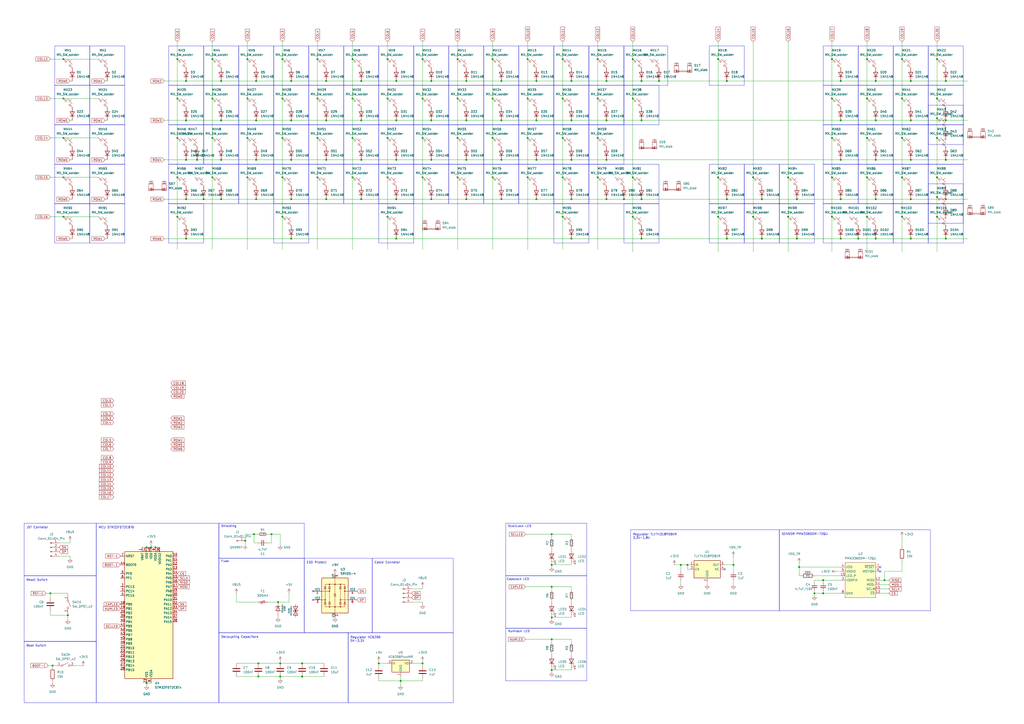
<source format=kicad_sch>
(kicad_sch (version 20250114) (generator "eeschema") (generator_version "9.0")
  (paper "A2")
  (rectangle (start 97.79 49.53) (end 118.11 72.39))
  (rectangle (start 260.35 49.53) (end 280.67 72.39))
  (rectangle (start 497.84 72.39) (end 518.16 95.25))
  (rectangle (start 538.48 95.25) (end 558.8 118.11))
  (rectangle (start 300.99 95.25) (end 321.31 118.11))
  (rectangle (start 260.35 95.25) (end 280.67 118.11))
  (rectangle (start 321.31 72.39) (end 341.63 95.25))
  (rectangle (start 341.63 49.53) (end 361.95 72.39))
  (rectangle (start 52.07 26.67) (end 72.39 49.53))
  (rectangle (start 411.48 95.25) (end 431.8 118.11))
  (rectangle (start 321.31 118.11) (end 341.63 140.97))
  (rectangle (start 240.03 72.39) (end 260.35 95.25))
  (rectangle (start 219.71 26.67) (end 240.03 49.53))
  (rectangle (start 321.31 95.25) (end 341.63 118.11))
  (rectangle (start 280.67 26.67) (end 300.99 49.53))
  (rectangle (start 31.75 49.53) (end 52.07 72.39))
  (rectangle (start 13.97 334.01) (end 55.88 372.11))
  (rectangle (start 341.63 95.25) (end 382.27 118.11))
  (rectangle (start 497.84 49.53) (end 518.16 72.39))
  (rectangle (start 240.03 95.25) (end 260.35 118.11))
  (rectangle (start 538.48 118.11) (end 558.8 140.97))
  (rectangle (start 176.53 323.85) (end 215.9 367.03))
  (rectangle (start 31.75 72.39) (end 52.07 95.25))
  (rectangle (start 52.07 118.11) (end 72.39 140.97))
  (rectangle (start 538.48 60.96) (end 558.8 83.82))
  (rectangle (start 538.48 49.53) (end 558.8 72.39))
  (rectangle (start 518.16 26.67) (end 538.48 49.53))
  (rectangle (start 97.79 72.39) (end 118.11 95.25))
  (rectangle (start 365.76 307.34) (end 452.12 354.33))
  (rectangle (start 199.39 26.67) (end 219.71 49.53))
  (rectangle (start 138.43 72.39) (end 158.75 95.25))
  (rectangle (start 452.12 95.25) (end 472.44 118.11))
  (rectangle (start 321.31 26.67) (end 341.63 49.53))
  (rectangle (start 518.16 95.25) (end 538.48 118.11))
  (rectangle (start 118.11 26.67) (end 138.43 49.53))
  (rectangle (start 199.39 49.53) (end 219.71 72.39))
  (rectangle (start 31.75 26.67) (end 52.07 49.53))
  (rectangle (start 118.11 49.53) (end 138.43 72.39))
  (rectangle (start 361.95 26.67) (end 387.35 49.53))
  (rectangle (start 431.8 95.25) (end 452.12 118.11))
  (rectangle (start 300.99 49.53) (end 321.31 72.39))
  (rectangle (start 341.63 72.39) (end 361.95 95.25))
  (rectangle (start 179.07 95.25) (end 199.39 118.11))
  (rectangle (start 260.35 26.67) (end 280.67 49.53))
  (rectangle (start 477.52 72.39) (end 497.84 95.25))
  (rectangle (start 240.03 49.53) (end 260.35 72.39))
  (rectangle (start 477.52 118.11) (end 518.16 140.97))
  (rectangle (start 518.16 49.53) (end 538.48 72.39))
  (rectangle (start 477.52 95.25) (end 497.84 118.11))
  (rectangle (start 179.07 49.53) (end 199.39 72.39))
  (rectangle (start 477.52 26.67) (end 497.84 49.53))
  (rectangle (start 158.75 118.11) (end 179.07 140.97))
  (rectangle (start 199.39 95.25) (end 219.71 118.11))
  (rectangle (start 179.07 26.67) (end 199.39 49.53))
  (rectangle (start 13.97 303.53) (end 55.88 334.01))
  (rectangle (start 431.8 118.11) (end 452.12 140.97))
  (rectangle (start 127 303.53) (end 176.53 323.85))
  (rectangle (start 97.79 95.25) (end 138.43 118.11))
  (rectangle (start 97.79 118.11) (end 118.11 140.97))
  (rectangle (start 158.75 72.39) (end 179.07 95.25))
  (rectangle (start 260.35 72.39) (end 280.67 95.25))
  (rectangle (start 199.39 72.39) (end 219.71 95.25))
  (rectangle (start 497.84 26.67) (end 518.16 49.53))
  (rectangle (start 52.07 95.25) (end 72.39 118.11))
  (rectangle (start 280.67 49.53) (end 300.99 72.39))
  (rectangle (start 179.07 72.39) (end 199.39 95.25))
  (rectangle (start 300.99 26.67) (end 321.31 49.53))
  (rectangle (start 138.43 26.67) (end 158.75 49.53))
  (rectangle (start 52.07 72.39) (end 72.39 95.25))
  (rectangle (start 31.75 95.25) (end 52.07 118.11))
  (rectangle (start 293.37 364.49) (end 340.36 394.97))
  (rectangle (start 538.48 72.39) (end 558.8 95.25))
  (rectangle (start 280.67 72.39) (end 300.99 95.25))
  (rectangle (start 215.9 323.85) (end 262.89 367.03))
  (rectangle (start 361.95 49.53) (end 382.27 72.39))
  (rectangle (start 452.12 307.34) (end 539.75 354.33))
  (rectangle (start 31.75 118.11) (end 52.07 140.97))
  (rectangle (start 52.07 49.53) (end 72.39 72.39))
  (rectangle (start 293.37 303.53) (end 340.36 334.01))
  (rectangle (start 518.16 72.39) (end 538.48 95.25))
  (rectangle (start 497.84 95.25) (end 518.16 118.11))
  (rectangle (start 158.75 26.67) (end 179.07 49.53))
  (rectangle (start 341.63 26.67) (end 361.95 49.53))
  (rectangle (start 477.52 49.53) (end 497.84 72.39))
  (rectangle (start 219.71 49.53) (end 240.03 72.39))
  (rectangle (start 55.88 303.53) (end 127 407.67))
  (rectangle (start 538.48 26.67) (end 558.8 49.53))
  (rectangle (start 138.43 49.53) (end 158.75 72.39))
  (rectangle (start 452.12 118.11) (end 472.44 140.97))
  (rectangle (start 280.67 95.25) (end 300.99 118.11))
  (rectangle (start 13.97 372.11) (end 55.88 407.67))
  (rectangle (start 411.48 26.67) (end 431.8 49.53))
  (rectangle (start 118.11 72.39) (end 138.43 95.25))
  (rectangle (start 127 323.85) (end 176.53 367.03))
  (rectangle (start 158.75 49.53) (end 179.07 72.39))
  (rectangle (start 97.79 26.67) (end 118.11 49.53))
  (rectangle (start 219.71 95.25) (end 240.03 118.11))
  (rectangle (start 300.99 72.39) (end 321.31 95.25))
  (rectangle (start 518.16 118.11) (end 538.48 140.97))
  (rectangle (start 293.37 334.01) (end 340.36 364.49))
  (rectangle (start 240.03 26.67) (end 260.35 49.53))
  (rectangle (start 321.31 49.53) (end 341.63 72.39))
  (rectangle (start 219.71 118.11) (end 240.03 140.97))
  (rectangle (start 538.48 106.68) (end 558.8 129.54))
  (rectangle (start 138.43 95.25) (end 158.75 118.11))
  (rectangle (start 158.75 95.25) (end 179.07 118.11))
  (rectangle (start 361.95 118.11) (end 382.27 140.97))
  (rectangle (start 201.93 367.03) (end 262.89 407.67))
  (rectangle (start 219.71 72.39) (end 240.03 95.25))
  (rectangle (start 411.48 118.11) (end 431.8 140.97))
  (rectangle (start 127 367.03) (end 201.93 407.67))
  (text "MCU STM32F072CBT6" (at 57.15 306.07 0) (effects (font (size 1.27 1.27)) (justify left)))
  (text "Numlock LED" (at 294.64 367.03 0) (effects (font (size 1.27 1.27)) (justify left bottom)))
  (text "Cable Connetor" (at 217.17 326.39 0) (effects (font (size 1.27 1.27)) (justify left)))
  (text "Shielding\n" (at 128.27 306.07 0) (effects (font (size 1.27 1.27)) (justify left bottom)))
  (text "ScollLock LED" (at 294.64 306.07 0) (effects (font (size 1.27 1.27)) (justify left bottom)))
  (text "Reset Switch\n" (at 15.24 336.55 0) (effects (font (size 1.27 1.27)) (justify left)))
  (text "Decoupling Capacitors\n" (at 128.27 369.57 0) (effects (font (size 1.27 1.27)) (justify left)))
  (text "Boot Switch\n" (at 15.24 374.65 0) (effects (font (size 1.27 1.27)) (justify left)))
  (text "Regulator XC6206\n5V-3.3V\n" (at 203.2 370.84 0) (effects (font (size 1.27 1.27)) (justify left)))
  (text "JST Connetor" (at 15.24 306.07 0) (effects (font (size 1.27 1.27)) (justify left)))
  (text "Capslock LED" (at 293.878 336.804 0) (effects (font (size 1.27 1.27)) (justify left bottom)))
  (text "SENSOR PMW3360DM-T2QU" (at 453.39 309.88 0) (effects (font (size 1.27 1.27)) (justify left)))
  (text "ESD Protect" (at 177.8 326.39 0) (effects (font (size 1.27 1.27)) (justify left)))
  (text "Regulator TLV74318PDBVR\n3.3V-1.8V\n" (at 367.03 311.15 0) (effects (font (size 1.27 1.27)) (justify left)))
  (text "Fuse" (at 128.27 326.39 0) (effects (font (size 1.27 1.27)) (justify left bottom)))
  (junction (at 204.47 102.87))
  (junction (at 463.55 328.93))
  (junction (at 326.39 34.29))
  (junction (at 543.56 125.73))
  (junction (at 209.55 92.71))
  (junction (at 416.56 102.87))
  (junction (at 367.03 102.87))
  (junction (at 523.24 125.73))
  (junction (at 149.86 384.81))
  (junction (at 118.11 115.57))
  (junction (at 523.24 34.29))
  (junction (at 189.23 69.85))
  (junction (at 351.79 69.85))
  (junction (at 85.09 317.5))
  (junction (at 229.87 46.99))
  (junction (at 128.27 69.85))
  (junction (at 421.64 138.43))
  (junction (at 477.52 344.17))
  (junction (at 487.68 69.85))
  (junction (at 36.83 80.01))
  (junction (at 331.47 69.85))
  (junction (at 306.07 80.01))
  (junction (at 508 92.71))
  (junction (at 326.39 102.87))
  (junction (at 528.32 92.71))
  (junction (at 143.51 102.87))
  (junction (at 487.68 115.57))
  (junction (at 331.47 115.57))
  (junction (at 543.56 57.15))
  (junction (at 114.3 92.71))
  (junction (at 123.19 57.15))
  (junction (at 204.47 80.01))
  (junction (at 482.6 102.87))
  (junction (at 543.56 114.3))
  (junction (at 250.19 69.85))
  (junction (at 123.19 80.01))
  (junction (at 168.91 138.43))
  (junction (at 163.83 34.29))
  (junction (at 306.07 102.87))
  (junction (at 311.15 69.85))
  (junction (at 290.83 69.85))
  (junction (at 523.24 102.87))
  (junction (at 285.75 80.01))
  (junction (at 367.03 57.15))
  (junction (at 472.44 344.17))
  (junction (at 209.55 115.57))
  (junction (at 102.87 102.87))
  (junction (at 372.11 138.43))
  (junction (at 184.15 80.01))
  (junction (at 148.59 46.99))
  (junction (at 326.39 57.15))
  (junction (at 224.79 102.87))
  (junction (at 229.87 92.71))
  (junction (at 245.11 80.01))
  (junction (at 394.97 327.66))
  (junction (at 462.28 138.43))
  (junction (at 372.11 115.57))
  (junction (at 184.15 57.15))
  (junction (at 87.63 317.5))
  (junction (at 502.92 80.01))
  (junction (at 320.04 309.88))
  (junction (at 487.68 92.71))
  (junction (at 508 115.57))
  (junction (at 265.43 34.29))
  (junction (at 398.78 327.66))
  (junction (at 346.71 57.15))
  (junction (at 161.29 349.25))
  (junction (at 30.48 386.08))
  (junction (at 162.56 384.81))
  (junction (at 502.92 102.87))
  (junction (at 204.47 34.29))
  (junction (at 123.19 102.87))
  (junction (at 320.04 327.66))
  (junction (at 477.52 336.55))
  (junction (at 168.91 69.85))
  (junction (at 162.56 392.43))
  (junction (at 482.6 57.15))
  (junction (at 250.19 46.99))
  (junction (at 331.47 46.99))
  (junction (at 250.19 92.71))
  (junction (at 168.91 46.99))
  (junction (at 163.83 57.15))
  (junction (at 523.24 80.01))
  (junction (at 311.15 46.99))
  (junction (at 163.83 80.01))
  (junction (at 184.15 34.29))
  (junction (at 189.23 115.57))
  (junction (at 90.17 317.5))
  (junction (at 543.56 102.87))
  (junction (at 157.48 309.88))
  (junction (at 148.59 92.71))
  (junction (at 209.55 69.85))
  (junction (at 107.95 46.99))
  (junction (at 189.23 92.71))
  (junction (at 149.86 392.43))
  (junction (at 502.92 125.73))
  (junction (at 416.56 34.29))
  (junction (at 147.32 309.88))
  (junction (at 219.71 384.81))
  (junction (at 543.56 68.58))
  (junction (at 102.87 80.01))
  (junction (at 224.79 34.29))
  (junction (at 425.45 327.66))
  (junction (at 326.39 125.73))
  (junction (at 184.15 102.87))
  (junction (at 128.27 92.71))
  (junction (at 311.15 115.57))
  (junction (at 148.59 69.85))
  (junction (at 548.64 138.43))
  (junction (at 163.83 102.87))
  (junction (at 320.04 358.14))
  (junction (at 436.88 102.87))
  (junction (at 245.11 102.87))
  (junction (at 270.51 115.57))
  (junction (at 346.71 34.29))
  (junction (at 250.19 115.57))
  (junction (at 143.51 57.15))
  (junction (at 128.27 46.99))
  (junction (at 102.87 125.73))
  (junction (at 497.84 138.43))
  (junction (at 441.96 115.57))
  (junction (at 523.24 57.15))
  (junction (at 441.96 138.43))
  (junction (at 36.83 57.15))
  (junction (at 351.79 115.57))
  (junction (at 331.47 92.71))
  (junction (at 102.87 34.29))
  (junction (at 168.91 115.57))
  (junction (at 421.64 46.99))
  (junction (at 148.59 115.57))
  (junction (at 142.24 313.69))
  (junction (at 270.51 69.85))
  (junction (at 168.91 92.71))
  (junction (at 209.55 46.99))
  (junction (at 367.03 34.29))
  (junction (at 285.75 57.15))
  (junction (at 351.79 92.71))
  (junction (at 36.83 125.73))
  (junction (at 528.32 69.85))
  (junction (at 508 46.99))
  (junction (at 107.95 138.43))
  (junction (at 306.07 34.29))
  (junction (at 502.92 34.29))
  (junction (at 528.32 115.57))
  (junction (at 346.71 80.01))
  (junction (at 320.04 340.36))
  (junction (at 367.03 125.73))
  (junction (at 224.79 57.15))
  (junction (at 290.83 115.57))
  (junction (at 548.64 46.99))
  (junction (at 143.51 34.29))
  (junction (at 290.83 46.99))
  (junction (at 487.68 46.99))
  (junction (at 421.64 115.57))
  (junction (at 265.43 57.15))
  (junction (at 189.23 46.99))
  (junction (at 245.11 384.81))
  (junction (at 457.2 102.87))
  (junction (at 372.11 46.99))
  (junction (at 229.87 69.85))
  (junction (at 270.51 92.71))
  (junction (at 107.95 92.71))
  (junction (at 175.26 392.43))
  (junction (at 270.51 46.99))
  (junction (at 320.04 388.62))
  (junction (at 320.04 370.84))
  (junction (at 548.64 69.85))
  (junction (at 107.95 115.57))
  (junction (at 487.68 138.43))
  (junction (at 285.75 34.29))
  (junction (at 462.28 115.57))
  (junction (at 229.87 138.43))
  (junction (at 204.47 57.15))
  (junction (at 39.37 356.87))
  (junction (at 543.56 80.01))
  (junction (at 416.56 125.73))
  (junction (at 232.41 394.97))
  (junction (at 528.32 138.43))
  (junction (at 163.83 125.73))
  (junction (at 508 138.43))
  (junction (at 224.79 80.01))
  (junction (at 482.6 34.29))
  (junction (at 245.11 57.15))
  (junction (at 290.83 92.71))
  (junction (at 382.27 46.99))
  (junction (at 508 69.85))
  (junction (at 482.6 125.73))
  (junction (at 265.43 80.01))
  (junction (at 351.79 46.99))
  (junction (at 175.26 384.81))
  (junction (at 224.79 125.73))
  (junction (at 245.11 34.29))
  (junction (at 528.32 46.99))
  (junction (at 346.71 102.87))
  (junction (at 107.95 69.85))
  (junction (at 36.83 102.87))
  (junction (at 85.09 396.24))
  (junction (at 128.27 115.57))
  (junction (at 482.6 80.01))
  (junction (at 502.92 57.15))
  (junction (at 229.87 115.57))
  (junction (at 143.51 80.01))
  (junction (at 285.75 102.87))
  (junction (at 36.83 34.29))
  (junction (at 326.39 80.01))
  (junction (at 306.07 57.15))
  (junction (at 265.43 102.87))
  (junction (at 372.11 69.85))
  (junction (at 102.87 57.15))
  (junction (at 123.19 34.29))
  (junction (at 361.95 115.57))
  (junction (at 29.21 344.17))
  (junction (at 436.88 125.73))
  (junction (at 543.56 34.29))
  (junction (at 311.15 92.71))
  (junction (at 548.64 92.71))
  (junction (at 548.64 115.57))
  (junction (at 331.47 138.43))
  (junction (at 513.08 336.55))
  (junction (at 457.2 125.73))
  (no_connect (at 181.61 342.9))
  (no_connect (at 510.54 328.93))
  (no_connect (at 510.54 331.47))
  (no_connect (at 181.61 347.98))
  (no_connect (at 420.37 330.2))
  (wire (pts (xy 39.37 344.17) (xy 39.37 345.44)))
  (wire (pts (xy 219.71 394.97) (xy 232.41 394.97)))
  (wire (pts (xy 285.75 102.87) (xy 285.75 144.78)))
  (wire (pts (xy 147.32 309.88) (xy 147.32 314.96)))
  (wire (pts (xy 142.24 313.69) (xy 142.24 309.88)))
  (wire (pts (xy 29.21 34.29) (xy 36.83 34.29)))
  (wire (pts (xy 436.88 125.73) (xy 436.88 146.05)))
  (wire (pts (xy 204.47 24.13) (xy 204.47 34.29)))
  (wire (pts (xy 204.47 80.01) (xy 204.47 102.87)))
  (wire (pts (xy 351.79 92.71) (xy 487.68 92.71)))
  (wire (pts (xy 304.8 309.88) (xy 320.04 309.88)))
  (wire (pts (xy 184.15 34.29) (xy 184.15 57.15)))
  (wire (pts (xy 142.24 316.23) (xy 142.24 313.69)))
  (wire (pts (xy 29.21 354.33) (xy 29.21 356.87)))
  (wire (pts (xy 204.47 102.87) (xy 204.47 144.78)))
  (wire (pts (xy 306.07 57.15) (xy 306.07 80.01)))
  (wire (pts (xy 548.64 69.85) (xy 561.34 69.85)))
  (wire (pts (xy 285.75 34.29) (xy 285.75 57.15)))
  (wire (pts (xy 421.64 46.99) (xy 487.68 46.99)))
  (wire (pts (xy 189.23 115.57) (xy 209.55 115.57)))
  (wire (pts (xy 421.64 138.43) (xy 441.96 138.43)))
  (wire (pts (xy 265.43 34.29) (xy 265.43 57.15)))
  (wire (pts (xy 123.19 57.15) (xy 123.19 80.01)))
  (wire (pts (xy 394.97 327.66) (xy 398.78 327.66)))
  (wire (pts (xy 311.15 69.85) (xy 331.47 69.85)))
  (wire (pts (xy 137.16 384.81) (xy 149.86 384.81)))
  (wire (pts (xy 508 115.57) (xy 528.32 115.57)))
  (wire (pts (xy 209.55 115.57) (xy 229.87 115.57)))
  (wire (pts (xy 30.48 386.08) (xy 30.48 387.35)))
  (wire (pts (xy 331.47 347.98) (xy 331.47 349.25)))
  (wire (pts (xy 224.79 125.73) (xy 224.79 144.78)))
  (wire (pts (xy 425.45 322.58) (xy 425.45 327.66)))
  (wire (pts (xy 320.04 327.66) (xy 320.04 328.93)))
  (wire (pts (xy 229.87 69.85) (xy 250.19 69.85)))
  (wire (pts (xy 326.39 34.29) (xy 326.39 57.15)))
  (wire (pts (xy 320.04 356.87) (xy 320.04 358.14)))
  (wire (pts (xy 40.64 92.71) (xy 41.91 92.71)))
  (wire (pts (xy 157.48 309.88) (xy 157.48 314.96)))
  (wire (pts (xy 523.24 331.47) (xy 513.08 331.47)))
  (wire (pts (xy 163.83 34.29) (xy 163.83 57.15)))
  (wire (pts (xy 502.92 125.73) (xy 502.92 146.05)))
  (wire (pts (xy 245.11 383.54) (xy 245.11 384.81)))
  (wire (pts (xy 168.91 115.57) (xy 189.23 115.57)))
  (wire (pts (xy 502.92 102.87) (xy 502.92 125.73)))
  (wire (pts (xy 30.48 394.97) (xy 30.48 396.24)))
  (wire (pts (xy 487.68 46.99) (xy 508 46.99)))
  (wire (pts (xy 95.25 69.85) (xy 107.95 69.85)))
  (wire (pts (xy 523.24 102.87) (xy 523.24 125.73)))
  (wire (pts (xy 320.04 340.36) (xy 320.04 342.9)))
  (wire (pts (xy 245.11 384.81) (xy 245.11 386.08)))
  (wire (pts (xy 311.15 92.71) (xy 331.47 92.71)))
  (wire (pts (xy 326.39 80.01) (xy 326.39 102.87)))
  (wire (pts (xy 543.56 80.01) (xy 543.56 102.87)))
  (wire (pts (xy 320.04 388.62) (xy 331.47 388.62)))
  (wire (pts (xy 543.56 68.58) (xy 543.56 80.01)))
  (wire (pts (xy 39.37 356.87) (xy 39.37 359.41)))
  (wire (pts (xy 270.51 69.85) (xy 290.83 69.85)))
  (wire (pts (xy 163.83 102.87) (xy 163.83 125.73)))
  (wire (pts (xy 482.6 34.29) (xy 482.6 57.15)))
  (wire (pts (xy 462.28 138.43) (xy 487.68 138.43)))
  (wire (pts (xy 367.03 24.13) (xy 367.03 34.29)))
  (wire (pts (xy 543.56 57.15) (xy 543.56 68.58)))
  (wire (pts (xy 502.92 57.15) (xy 502.92 80.01)))
  (wire (pts (xy 128.27 115.57) (xy 148.59 115.57)))
  (wire (pts (xy 508 69.85) (xy 528.32 69.85)))
  (wire (pts (xy 320.04 317.5) (xy 320.04 318.77)))
  (wire (pts (xy 510.54 341.63) (xy 515.62 341.63)))
  (wire (pts (xy 209.55 92.71) (xy 229.87 92.71)))
  (wire (pts (xy 482.6 24.13) (xy 482.6 34.29)))
  (wire (pts (xy 372.11 69.85) (xy 487.68 69.85)))
  (wire (pts (xy 238.76 349.25) (xy 245.11 349.25)))
  (wire (pts (xy 441.96 115.57) (xy 462.28 115.57)))
  (wire (pts (xy 148.59 92.71) (xy 168.91 92.71)))
  (wire (pts (xy 245.11 57.15) (xy 245.11 80.01)))
  (wire (pts (xy 245.11 340.36) (xy 245.11 341.63)))
  (wire (pts (xy 163.83 80.01) (xy 163.83 102.87)))
  (wire (pts (xy 107.95 69.85) (xy 128.27 69.85)))
  (wire (pts (xy 528.32 46.99) (xy 548.64 46.99)))
  (wire (pts (xy 320.04 358.14) (xy 320.04 359.41)))
  (wire (pts (xy 82.55 317.5) (xy 85.09 317.5)))
  (wire (pts (xy 320.04 327.66) (xy 331.47 327.66)))
  (wire (pts (xy 107.95 46.99) (xy 128.27 46.99)))
  (wire (pts (xy 149.86 384.81) (xy 162.56 384.81)))
  (wire (pts (xy 331.47 388.62) (xy 331.47 387.35)))
  (wire (pts (xy 398.78 327.66) (xy 398.78 330.2)))
  (wire (pts (xy 304.8 340.36) (xy 320.04 340.36)))
  (wire (pts (xy 114.3 92.71) (xy 128.27 92.71)))
  (wire (pts (xy 290.83 92.71) (xy 311.15 92.71)))
  (wire (pts (xy 128.27 92.71) (xy 148.59 92.71)))
  (wire (pts (xy 502.92 80.01) (xy 502.92 102.87)))
  (wire (pts (xy 102.87 34.29) (xy 102.87 57.15)))
  (wire (pts (xy 463.55 328.93) (xy 487.68 328.93)))
  (wire (pts (xy 351.79 69.85) (xy 372.11 69.85)))
  (wire (pts (xy 27.94 386.08) (xy 30.48 386.08)))
  (wire (pts (xy 154.94 349.25) (xy 161.29 349.25)))
  (wire (pts (xy 487.68 115.57) (xy 508 115.57)))
  (wire (pts (xy 487.68 138.43) (xy 497.84 138.43)))
  (wire (pts (xy 36.83 102.87) (xy 57.15 102.87)))
  (wire (pts (xy 510.54 336.55) (xy 513.08 336.55)))
  (wire (pts (xy 508 92.71) (xy 528.32 92.71)))
  (wire (pts (xy 320.04 378.46) (xy 320.04 379.73)))
  (wire (pts (xy 204.47 57.15) (xy 204.47 80.01)))
  (wire (pts (xy 265.43 102.87) (xy 265.43 144.78)))
  (wire (pts (xy 189.23 69.85) (xy 209.55 69.85)))
  (wire (pts (xy 36.83 80.01) (xy 57.15 80.01)))
  (wire (pts (xy 472.44 334.01) (xy 487.68 334.01)))
  (wire (pts (xy 189.23 46.99) (xy 209.55 46.99)))
  (wire (pts (xy 326.39 125.73) (xy 326.39 144.78)))
  (wire (pts (xy 320.04 358.14) (xy 331.47 358.14)))
  (wire (pts (xy 107.95 138.43) (xy 168.91 138.43)))
  (wire (pts (xy 346.71 102.87) (xy 346.71 144.78)))
  (wire (pts (xy 102.87 125.73) (xy 102.87 144.78)))
  (wire (pts (xy 472.44 344.17) (xy 477.52 344.17)))
  (wire (pts (xy 523.24 57.15) (xy 523.24 80.01)))
  (wire (pts (xy 346.71 57.15) (xy 346.71 80.01)))
  (wire (pts (xy 502.92 34.29) (xy 502.92 57.15)))
  (wire (pts (xy 250.19 69.85) (xy 270.51 69.85)))
  (wire (pts (xy 168.91 92.71) (xy 189.23 92.71)))
  (wire (pts (xy 30.48 386.08) (xy 33.02 386.08)))
  (wire (pts (xy 306.07 34.29) (xy 306.07 57.15)))
  (wire (pts (xy 351.79 46.99) (xy 372.11 46.99)))
  (wire (pts (xy 245.11 80.01) (xy 245.11 102.87)))
  (wire (pts (xy 148.59 115.57) (xy 168.91 115.57)))
  (wire (pts (xy 123.19 24.13) (xy 123.19 34.29)))
  (wire (pts (xy 472.44 336.55) (xy 477.52 336.55)))
  (wire (pts (xy 485.14 331.47) (xy 487.68 331.47)))
  (wire (pts (xy 184.15 80.01) (xy 184.15 102.87)))
  (wire (pts (xy 346.71 80.01) (xy 346.71 102.87)))
  (wire (pts (xy 40.64 69.85) (xy 41.91 69.85)))
  (wire (pts (xy 157.48 314.96) (xy 154.94 314.96)))
  (wire (pts (xy 95.25 92.71) (xy 107.95 92.71)))
  (wire (pts (xy 482.6 125.73) (xy 482.6 146.05)))
  (wire (pts (xy 543.56 24.13) (xy 543.56 34.29)))
  (wire (pts (xy 367.03 34.29) (xy 367.03 57.15)))
  (wire (pts (xy 167.64 344.17) (xy 167.64 349.25)))
  (wire (pts (xy 184.15 57.15) (xy 184.15 80.01)))
  (wire (pts (xy 36.83 57.15) (xy 57.15 57.15)))
  (wire (pts (xy 162.56 392.43) (xy 162.56 393.7)))
  (wire (pts (xy 137.16 392.43) (xy 149.86 392.43)))
  (wire (pts (xy 184.15 24.13) (xy 184.15 34.29)))
  (wire (pts (xy 60.96 69.85) (xy 62.23 69.85)))
  (wire (pts (xy 528.32 115.57) (xy 548.64 115.57)))
  (wire (pts (xy 391.16 327.66) (xy 394.97 327.66)))
  (wire (pts (xy 85.09 396.24) (xy 85.09 397.51)))
  (wire (pts (xy 245.11 34.29) (xy 245.11 57.15)))
  (wire (pts (xy 29.21 57.15) (xy 36.83 57.15)))
  (wire (pts (xy 320.04 370.84) (xy 320.04 373.38)))
  (wire (pts (xy 143.51 57.15) (xy 143.51 80.01)))
  (wire (pts (xy 95.25 115.57) (xy 107.95 115.57)))
  (wire (pts (xy 523.24 311.15) (xy 523.24 317.5)))
  (wire (pts (xy 26.67 344.17) (xy 29.21 344.17)))
  (wire (pts (xy 513.08 336.55) (xy 515.62 336.55)))
  (wire (pts (xy 306.07 24.13) (xy 306.07 34.29)))
  (wire (pts (xy 163.83 24.13) (xy 163.83 34.29)))
  (wire (pts (xy 147.32 309.88) (xy 149.86 309.88)))
  (wire (pts (xy 29.21 125.73) (xy 36.83 125.73)))
  (wire (pts (xy 306.07 80.01) (xy 306.07 102.87)))
  (wire (pts (xy 436.88 24.13) (xy 436.88 102.87)))
  (wire (pts (xy 463.55 328.93) (xy 463.55 334.01)))
  (wire (pts (xy 502.92 24.13) (xy 502.92 34.29)))
  (wire (pts (xy 39.37 356.87) (xy 39.37 355.6)))
  (wire (pts (xy 219.71 393.7) (xy 219.71 394.97)))
  (wire (pts (xy 326.39 102.87) (xy 326.39 125.73)))
  (wire (pts (xy 398.78 330.2) (xy 400.05 330.2)))
  (wire (pts (xy 102.87 24.13) (xy 102.87 34.29)))
  (wire (pts (xy 320.04 340.36) (xy 331.47 340.36)))
  (wire (pts (xy 224.79 24.13) (xy 224.79 34.29)))
  (wire (pts (xy 416.56 102.87) (xy 416.56 125.73)))
  (wire (pts (xy 168.91 138.43) (xy 229.87 138.43)))
  (wire (pts (xy 87.63 317.5) (xy 90.17 317.5)))
  (wire (pts (xy 143.51 24.13) (xy 143.51 34.29)))
  (wire (pts (xy 229.87 138.43) (xy 331.47 138.43)))
  (wire (pts (xy 523.24 80.01) (xy 523.24 102.87)))
  (wire (pts (xy 416.56 24.13) (xy 416.56 34.29)))
  (wire (pts (xy 497.84 138.43) (xy 508 138.43)))
  (wire (pts (xy 487.68 92.71) (xy 508 92.71)))
  (wire (pts (xy 238.76 341.63) (xy 245.11 341.63)))
  (wire (pts (xy 346.71 24.13) (xy 346.71 34.29)))
  (wire (pts (xy 543.56 114.3) (xy 543.56 125.73)))
  (wire (pts (xy 224.79 57.15) (xy 224.79 80.01)))
  (wire (pts (xy 326.39 24.13) (xy 326.39 34.29)))
  (wire (pts (xy 548.64 92.71) (xy 561.34 92.71)))
  (wire (pts (xy 472.44 344.17) (xy 472.44 345.44)))
  (wire (pts (xy 123.19 34.29) (xy 123.19 57.15)))
  (wire (pts (xy 463.55 334.01) (xy 464.82 334.01)))
  (wire (pts (xy 161.29 358.14) (xy 161.29 356.87)))
  (wire (pts (xy 219.71 384.81) (xy 219.71 386.08)))
  (wire (pts (xy 548.64 46.99) (xy 561.34 46.99)))
  (wire (pts (xy 331.47 378.46) (xy 331.47 379.73)))
  (wire (pts (xy 320.04 309.88) (xy 331.47 309.88)))
  (wire (pts (xy 245.11 102.87) (xy 245.11 144.78)))
  (wire (pts (xy 60.96 46.99) (xy 62.23 46.99)))
  (wire (pts (xy 331.47 358.14) (xy 331.47 356.87)))
  (wire (pts (xy 367.03 125.73) (xy 367.03 146.05)))
  (wire (pts (xy 331.47 340.36) (xy 331.47 342.9)))
  (wire (pts (xy 250.19 92.71) (xy 270.51 92.71)))
  (wire (pts (xy 229.87 115.57) (xy 250.19 115.57)))
  (wire (pts (xy 29.21 344.17) (xy 39.37 344.17)))
  (wire (pts (xy 204.47 34.29) (xy 204.47 57.15)))
  (wire (pts (xy 372.11 115.57) (xy 421.64 115.57)))
  (wire (pts (xy 543.56 34.29) (xy 543.56 57.15)))
  (wire (pts (xy 250.19 115.57) (xy 270.51 115.57)))
  (wire (pts (xy 398.78 327.66) (xy 400.05 327.66)))
  (wire (pts (xy 290.83 46.99) (xy 311.15 46.99)))
  (wire (pts (xy 394.97 336.55) (xy 394.97 339.09)))
  (wire (pts (xy 118.11 115.57) (xy 128.27 115.57)))
  (wire (pts (xy 232.41 394.97) (xy 232.41 397.51)))
  (wire (pts (xy 457.2 102.87) (xy 457.2 125.73)))
  (wire (pts (xy 510.54 344.17) (xy 515.62 344.17)))
  (wire (pts (xy 175.26 384.81) (xy 187.96 384.81)))
  (wire (pts (xy 331.47 327.66) (xy 331.47 326.39)))
  (wire (pts (xy 142.24 309.88) (xy 147.32 309.88)))
  (wire (pts (xy 95.25 46.99) (xy 107.95 46.99)))
  (wire (pts (xy 175.26 392.43) (xy 187.96 392.43)))
  (wire (pts (xy 219.71 383.54) (xy 219.71 384.81)))
  (wire (pts (xy 346.71 34.29) (xy 346.71 57.15)))
  (wire (pts (xy 523.24 325.12) (xy 523.24 331.47)))
  (wire (pts (xy 513.08 331.47) (xy 513.08 336.55)))
  (wire (pts (xy 331.47 370.84) (xy 331.47 373.38)))
  (wire (pts (xy 85.09 396.24) (xy 87.63 396.24)))
  (wire (pts (xy 232.41 394.97) (xy 245.11 394.97)))
  (wire (pts (xy 229.87 46.99) (xy 250.19 46.99)))
  (wire (pts (xy 528.32 138.43) (xy 548.64 138.43)))
  (wire (pts (xy 441.96 138.43) (xy 462.28 138.43)))
  (wire (pts (xy 245.11 349.25) (xy 245.11 350.52)))
  (wire (pts (xy 394.97 327.66) (xy 394.97 331.47)))
  (wire (pts (xy 528.32 69.85) (xy 548.64 69.85)))
  (wire (pts (xy 40.64 313.69) (xy 40.64 314.96)))
  (wire (pts (xy 320.04 387.35) (xy 320.04 388.62)))
  (wire (pts (xy 372.11 46.99) (xy 382.27 46.99)))
  (wire (pts (xy 229.87 92.71) (xy 250.19 92.71)))
  (wire (pts (xy 161.29 349.25) (xy 167.64 349.25)))
  (wire (pts (xy 29.21 344.17) (xy 29.21 346.71)))
  (wire (pts (xy 168.91 69.85) (xy 189.23 69.85)))
  (wire (pts (xy 270.51 46.99) (xy 290.83 46.99)))
  (wire (pts (xy 472.44 342.9) (xy 472.44 344.17)))
  (wire (pts (xy 128.27 46.99) (xy 148.59 46.99)))
  (wire (pts (xy 548.64 115.57) (xy 561.34 115.57)))
  (wire (pts (xy 137.16 344.17) (xy 137.16 349.25)))
  (wire (pts (xy 163.83 125.73) (xy 163.83 144.78)))
  (wire (pts (xy 270.51 92.71) (xy 290.83 92.71)))
  (wire (pts (xy 457.2 125.73) (xy 457.2 146.05)))
  (wire (pts (xy 102.87 102.87) (xy 102.87 125.73)))
  (wire (pts (xy 320.04 370.84) (xy 331.47 370.84)))
  (wire (pts (xy 209.55 69.85) (xy 229.87 69.85)))
  (wire (pts (xy 543.56 102.87) (xy 543.56 114.3)))
  (wire (pts (xy 351.79 115.57) (xy 361.95 115.57)))
  (wire (pts (xy 372.11 138.43) (xy 421.64 138.43)))
  (wire (pts (xy 320.04 388.62) (xy 320.04 389.89)))
  (wire (pts (xy 265.43 80.01) (xy 265.43 102.87)))
  (wire (pts (xy 285.75 24.13) (xy 285.75 34.29)))
  (wire (pts (xy 320.04 326.39) (xy 320.04 327.66)))
  (wire (pts (xy 148.59 69.85) (xy 168.91 69.85)))
  (wire (pts (xy 87.63 316.23) (xy 87.63 317.5)))
  (wire (pts (xy 147.32 314.96) (xy 149.86 314.96)))
  (wire (pts (xy 420.37 327.66) (xy 425.45 327.66)))
  (wire (pts (xy 543.56 125.73) (xy 543.56 146.05)))
  (wire (pts (xy 472.44 337.82) (xy 472.44 336.55)))
  (wire (pts (xy 224.79 80.01) (xy 224.79 102.87)))
  (wire (pts (xy 34.29 314.96) (xy 40.64 314.96)))
  (wire (pts (xy 482.6 80.01) (xy 482.6 102.87)))
  (wire (pts (xy 29.21 102.87) (xy 36.83 102.87)))
  (wire (pts (xy 36.83 34.29) (xy 57.15 34.29)))
  (wire (pts (xy 510.54 339.09) (xy 515.62 339.09)))
  (wire (pts (xy 168.91 46.99) (xy 189.23 46.99)))
  (wire (pts (xy 40.64 138.43) (xy 41.91 138.43)))
  (wire (pts (xy 184.15 102.87) (xy 184.15 144.78)))
  (wire (pts (xy 95.25 138.43) (xy 107.95 138.43)))
  (wire (pts (xy 224.79 34.29) (xy 224.79 57.15)))
  (wire (pts (xy 162.56 316.23) (xy 162.56 309.88)))
  (wire (pts (xy 320.04 309.88) (xy 320.04 312.42)))
  (wire (pts (xy 157.48 309.88) (xy 154.94 309.88)))
  (wire (pts (xy 416.56 34.29) (xy 416.56 102.87)))
  (wire (pts (xy 523.24 24.13) (xy 523.24 34.29)))
  (wire (pts (xy 425.45 336.55) (xy 425.45 339.09)))
  (wire (pts (xy 148.59 46.99) (xy 168.91 46.99)))
  (wire (pts (xy 367.03 102.87) (xy 367.03 125.73)))
  (wire (pts (xy 123.19 102.87) (xy 123.19 144.78)))
  (wire (pts (xy 523.24 34.29) (xy 523.24 57.15)))
  (wire (pts (xy 331.47 69.85) (xy 351.79 69.85)))
  (wire (pts (xy 421.64 115.57) (xy 441.96 115.57)))
  (wire (pts (xy 331.47 46.99) (xy 351.79 46.99)))
  (wire (pts (xy 463.55 326.39) (xy 463.55 328.93)))
  (wire (pts (xy 245.11 24.13) (xy 245.11 34.29)))
  (wire (pts (xy 290.83 69.85) (xy 311.15 69.85)))
  (wire (pts (xy 128.27 69.85) (xy 148.59 69.85)))
  (wire (pts (xy 245.11 393.7) (xy 245.11 394.97)))
  (wire (pts (xy 416.56 125.73) (xy 416.56 146.05)))
  (wire (pts (xy 436.88 102.87) (xy 436.88 125.73)))
  (wire (pts (xy 162.56 309.88) (xy 157.48 309.88)))
  (wire (pts (xy 331.47 115.57) (xy 351.79 115.57)))
  (wire (pts (xy 367.03 57.15) (xy 367.03 102.87)))
  (wire (pts (xy 265.43 24.13) (xy 265.43 34.29)))
  (wire (pts (xy 477.52 336.55) (xy 487.68 336.55)))
  (wire (pts (xy 29.21 356.87) (xy 39.37 356.87)))
  (wire (pts (xy 331.47 309.88) (xy 331.47 312.42)))
  (wire (pts (xy 285.75 57.15) (xy 285.75 80.01)))
  (wire (pts (xy 224.79 102.87) (xy 224.79 125.73)))
  (wire (pts (xy 43.18 386.08) (xy 48.26 386.08)))
  (wire (pts (xy 290.83 115.57) (xy 311.15 115.57)))
  (wire (pts (xy 306.07 102.87) (xy 306.07 144.78)))
  (wire (pts (xy 326.39 57.15) (xy 326.39 80.01)))
  (wire (pts (xy 107.95 92.71) (xy 114.3 92.71)))
  (wire (pts (xy 102.87 57.15) (xy 102.87 80.01)))
  (wire (pts (xy 85.09 317.5) (xy 87.63 317.5)))
  (wire (pts (xy 482.6 57.15) (xy 482.6 80.01)))
  (wire (pts (xy 143.51 102.87) (xy 143.51 144.78)))
  (wire (pts (xy 107.95 115.57) (xy 118.11 115.57)))
  (wire (pts (xy 361.95 115.57) (xy 372.11 115.57)))
  (wire (pts (xy 477.52 344.17) (xy 487.68 344.17)))
  (wire (pts (xy 528.32 92.71) (xy 548.64 92.71)))
  (wire (pts (xy 523.24 125.73) (xy 523.24 146.05)))
  (wire (pts (xy 457.2 24.13) (xy 457.2 102.87)))
  (wire (pts (xy 548.64 138.43) (xy 561.34 138.43)))
  (wire (pts (xy 137.16 349.25) (xy 149.86 349.25)))
  (wire (pts (xy 90.17 317.5) (xy 92.71 317.5)))
  (wire (pts (xy 410.21 339.09) (xy 410.21 337.82)))
  (wire (pts (xy 382.27 46.99) (xy 421.64 46.99)))
  (wire (pts (xy 224.79 384.81) (xy 219.71 384.81)))
  (wire (pts (xy 462.28 115.57) (xy 487.68 115.57)))
  (wire (pts (xy 311.15 115.57) (xy 331.47 115.57)))
  (wire (pts (xy 477.52 336.55) (xy 477.52 337.82)))
  (wire (pts (xy 40.64 115.57) (xy 41.91 115.57)))
  (wire (pts (xy 36.83 125.73) (xy 57.15 125.73)))
  (wire (pts (xy 162.56 383.54) (xy 162.56 384.81)))
  (wire (pts (xy 425.45 327.66) (xy 425.45 331.47)))
  (wire (pts (xy 60.96 115.57) (xy 62.23 115.57)))
  (wire (pts (xy 265.43 57.15) (xy 265.43 80.01)))
  (wire (pts (xy 232.41 392.43) (xy 232.41 394.97)))
  (wire (pts (xy 143.51 80.01) (xy 143.51 102.87)))
  (wire (pts (xy 209.55 46.99) (xy 229.87 46.99)))
  (wire (pts (xy 189.23 92.71) (xy 209.55 92.71)))
  (wire (pts (xy 311.15 46.99) (xy 331.47 46.99)))
  (wire (pts (xy 29.21 80.01) (xy 36.83 80.01)))
  (wire (pts (xy 143.51 34.29) (xy 143.51 57.15)))
  (wire (pts (xy 331.47 317.5) (xy 331.47 318.77)))
  (wire (pts (xy 508 46.99) (xy 528.32 46.99)))
  (wire (pts (xy 270.51 115.57) (xy 290.83 115.57)))
  (wire (pts (xy 163.83 57.15) (xy 163.83 80.01)))
  (wire (pts (xy 320.04 347.98) (xy 320.04 349.25)))
  (wire (pts (xy 40.64 46.99) (xy 41.91 46.99)))
  (wire (pts (xy 331.47 92.71) (xy 351.79 92.71)))
  (wire (pts (xy 162.56 384.81) (xy 175.26 384.81)))
  (wire (pts (xy 40.64 322.58) (xy 40.64 323.85)))
  (wire (pts (xy 102.87 80.01) (xy 102.87 102.87)))
  (wire (pts (xy 162.56 392.43) (xy 175.26 392.43)))
  (wire (pts (xy 331.47 138.43) (xy 372.11 138.43)))
  (wire (pts (xy 34.29 322.58) (xy 40.64 322.58)))
  (wire (pts (xy 60.96 92.71) (xy 62.23 92.71)))
  (wire (pts (xy 477.52 342.9) (xy 477.52 344.17)))
  (wire (pts (xy 60.96 138.43) (xy 62.23 138.43)))
  (wire (pts (xy 508 138.43) (xy 528.32 138.43)))
  (wire (pts (xy 149.86 392.43) (xy 162.56 392.43)))
  (wire (pts (xy 487.68 69.85) (xy 508 69.85)))
  (wire (pts (xy 123.19 80.01) (xy 123.19 102.87)))
  (wire (pts (xy 482.6 102.87) (xy 482.6 125.73)))
  (wire (pts (xy 250.19 46.99) (xy 270.51 46.99)))
  (wire (pts (xy 240.03 384.81) (xy 245.11 384.81)))
  (wire (pts (xy 304.8 370.84) (xy 320.04 370.84)))
  (wire (pts (xy 285.75 80.01) (xy 285.75 102.87)))
  (global_label "COL15" (shape input) (at 66.04 283.21 180) (property "Intersheetrefs" "${INTERSHEET_REFS}" (effects (hide yes))))
  (global_label "COL3" (shape input) (at 66.04 242.57 180) (property "Intersheetrefs" "${INTERSHEET_REFS}" (effects (hide yes))))
  (global_label "COL13" (shape input) (at 66.04 278.13 180) (property "Intersheetrefs" "${INTERSHEET_REFS}" (effects (hide yes))))
  (global_label "COL2" (shape input) (at 143.51 24.13 90) (property "Intersheetrefs" "${INTERSHEET_REFS}" (effects (hide yes))))
  (global_label "ROW5" (shape input) (at 95.25 115.57 180) (property "Intersheetrefs" "${INTERSHEET_REFS}" (effects (hide yes))))
  (global_label "DN" (shape input) (at 238.76 344.17 0) (property "Intersheetrefs" "${INTERSHEET_REFS}" (effects (hide yes))))
  (global_label "SCLK" (shape input) (at 515.62 341.63 0) (property "Intersheetrefs" "${INTERSHEET_REFS}" (effects (hide yes))))
  (global_label "COL6" (shape input) (at 66.04 257.81 180) (property "Intersheetrefs" "${INTERSHEET_REFS}" (effects (hide yes))))
  (global_label "RST-1" (shape input) (at 26.67 344.17 180) (property "Intersheetrefs" "${INTERSHEET_REFS}" (effects (hide yes))))
  (global_label "COL14" (shape input) (at 416.56 24.13 90) (property "Intersheetrefs" "${INTERSHEET_REFS}" (effects (hide yes))))
  (global_label "MISO" (shape input) (at 515.62 336.55 0) (property "Intersheetrefs" "${INTERSHEET_REFS}" (effects (hide yes))))
  (global_label "ROW1" (shape input) (at 60.96 115.57 180) (property "Intersheetrefs" "${INTERSHEET_REFS}" (effects (hide yes))))
  (global_label "ROW0" (shape input) (at 99.06 229.87 0) (property "Intersheetrefs" "${INTERSHEET_REFS}" (effects (hide yes))))
  (global_label "ROW0" (shape input) (at 40.64 46.99 180) (property "Intersheetrefs" "${INTERSHEET_REFS}" (effects (hide yes))))
  (global_label "DP" (shape input) (at 34.29 320.04 0) (property "Intersheetrefs" "${INTERSHEET_REFS}" (effects (hide yes))))
  (global_label "ROW4" (shape input) (at 99.06 255.27 0) (property "Intersheetrefs" "${INTERSHEET_REFS}" (effects (hide yes))))
  (global_label "NUMLED" (shape input) (at 69.85 353.06 180) (property "Intersheetrefs" "${INTERSHEET_REFS}" (effects (hide yes))))
  (global_label "COL9" (shape input) (at 66.04 267.97 180) (property "Intersheetrefs" "${INTERSHEET_REFS}" (effects (hide yes))))
  (global_label "COL4" (shape input) (at 184.15 24.13 90) (property "Intersheetrefs" "${INTERSHEET_REFS}" (effects (hide yes))))
  (global_label "DN" (shape input) (at 207.01 342.9 0) (property "Intersheetrefs" "${INTERSHEET_REFS}" (effects (hide yes))))
  (global_label "COL1" (shape input) (at 123.19 24.13 90) (property "Intersheetrefs" "${INTERSHEET_REFS}" (effects (hide yes))))
  (global_label "SCLLED" (shape input) (at 69.85 363.22 180) (property "Intersheetrefs" "${INTERSHEET_REFS}" (effects (hide yes))))
  (global_label "ROW1" (shape input) (at 99.06 242.57 0) (property "Intersheetrefs" "${INTERSHEET_REFS}" (effects (hide yes))))
  (global_label "ROW0" (shape input) (at 40.64 69.85 180) (property "Intersheetrefs" "${INTERSHEET_REFS}" (effects (hide yes))))
  (global_label "COL14" (shape input) (at 66.04 280.67 180) (property "Intersheetrefs" "${INTERSHEET_REFS}" (effects (hide yes))))
  (global_label "COL15" (shape input) (at 29.21 102.87 180) (property "Intersheetrefs" "${INTERSHEET_REFS}" (effects (hide yes))))
  (global_label "COL1" (shape input) (at 66.04 234.95 180) (property "Intersheetrefs" "${INTERSHEET_REFS}" (effects (hide yes))))
  (global_label "MOSI" (shape input) (at 515.62 339.09 0) (property "Intersheetrefs" "${INTERSHEET_REFS}" (effects (hide yes))))
  (global_label "COL13" (shape input) (at 29.21 57.15 180) (property "Intersheetrefs" "${INTERSHEET_REFS}" (effects (hide yes))))
  (global_label "COL16" (shape input) (at 29.21 125.73 180) (property "Intersheetrefs" "${INTERSHEET_REFS}" (effects (hide yes))))
  (global_label "ROW5" (shape input) (at 99.06 257.81 0) (property "Intersheetrefs" "${INTERSHEET_REFS}" (effects (hide yes))))
  (global_label "DN" (shape input) (at 34.29 317.5 0) (property "Intersheetrefs" "${INTERSHEET_REFS}" (effects (hide yes))))
  (global_label "ROW4" (shape input) (at 95.25 92.71 180) (property "Intersheetrefs" "${INTERSHEET_REFS}" (effects (hide yes))))
  (global_label "COL6" (shape input) (at 224.79 24.13 90) (property "Intersheetrefs" "${INTERSHEET_REFS}" (effects (hide yes))))
  (global_label "DP" (shape input) (at 102.87 353.06 0) (property "Intersheetrefs" "${INTERSHEET_REFS}" (effects (hide yes))))
  (global_label "COL4" (shape input) (at 66.04 245.11 180) (property "Intersheetrefs" "${INTERSHEET_REFS}" (effects (hide yes))))
  (global_label "ROW1" (shape input) (at 60.96 92.71 180) (property "Intersheetrefs" "${INTERSHEET_REFS}" (effects (hide yes))))
  (global_label "COL14" (shape input) (at 29.21 80.01 180) (property "Intersheetrefs" "${INTERSHEET_REFS}" (effects (hide yes))))
  (global_label "COL3" (shape input) (at 163.83 24.13 90) (property "Intersheetrefs" "${INTERSHEET_REFS}" (effects (hide yes))))
  (global_label "COL2" (shape input) (at 66.04 240.03 180) (property "Intersheetrefs" "${INTERSHEET_REFS}" (effects (hide yes))))
  (global_label "COL15" (shape input) (at 436.88 24.13 90) (property "Intersheetrefs" "${INTERSHEET_REFS}" (effects (hide yes))))
  (global_label "DN" (shape input) (at 102.87 350.52 0) (property "Intersheetrefs" "${INTERSHEET_REFS}" (effects (hide yes))))
  (global_label "COL17" (shape input) (at 482.6 24.13 90) (property "Intersheetrefs" "${INTERSHEET_REFS}" (effects (hide yes))))
  (global_label "MOSI" (shape input) (at 102.87 340.36 0) (property "Intersheetrefs" "${INTERSHEET_REFS}" (effects (hide yes))))
  (global_label "ROW2" (shape input) (at 99.06 245.11 0) (property "Intersheetrefs" "${INTERSHEET_REFS}" (effects (hide yes))))
  (global_label "COL11" (shape input) (at 326.39 24.13 90) (property "Intersheetrefs" "${INTERSHEET_REFS}" (effects (hide yes))))
  (global_label "COL12" (shape input) (at 29.21 34.29 180) (property "Intersheetrefs" "${INTERSHEET_REFS}" (effects (hide yes))))
  (global_label "COL19" (shape input) (at 523.24 24.13 90) (property "Intersheetrefs" "${INTERSHEET_REFS}" (effects (hide yes))))
  (global_label "CAPLED" (shape input) (at 69.85 350.52 180) (property "Intersheetrefs" "${INTERSHEET_REFS}" (effects (hide yes))))
  (global_label "COL18" (shape input) (at 502.92 24.13 90) (property "Intersheetrefs" "${INTERSHEET_REFS}" (effects (hide yes))))
  (global_label "ROW6" (shape input) (at 95.25 138.43 180) (property "Intersheetrefs" "${INTERSHEET_REFS}" (effects (hide yes))))
  (global_label "ROW0" (shape input) (at 40.64 92.71 180) (property "Intersheetrefs" "${INTERSHEET_REFS}" (effects (hide yes))))
  (global_label "ROW1" (shape input) (at 60.96 138.43 180) (property "Intersheetrefs" "${INTERSHEET_REFS}" (effects (hide yes))))
  (global_label "BOOT-1" (shape input) (at 69.85 327.66 180) (property "Intersheetrefs" "${INTERSHEET_REFS}" (effects (hide yes))))
  (global_label "ROW3" (shape input) (at 99.06 247.65 0) (property "Intersheetrefs" "${INTERSHEET_REFS}" (effects (hide yes))))
  (global_label "COL0" (shape input) (at 102.87 24.13 90) (property "Intersheetrefs" "${INTERSHEET_REFS}" (effects (hide yes))))
  (global_label "COL17" (shape input) (at 66.04 288.29 180) (property "Intersheetrefs" "${INTERSHEET_REFS}" (effects (hide yes))))
  (global_label "CS" (shape input) (at 515.62 344.17 0) (property "Intersheetrefs" "${INTERSHEET_REFS}" (effects (hide yes))))
  (global_label "CS" (shape input) (at 102.87 332.74 0) (property "Intersheetrefs" "${INTERSHEET_REFS}" (effects (hide yes))))
  (global_label "COL20" (shape input) (at 99.06 227.33 0) (property "Intersheetrefs" "${INTERSHEET_REFS}" (effects (hide yes))))
  (global_label "ROW3" (shape input) (at 95.25 69.85 180) (property "Intersheetrefs" "${INTERSHEET_REFS}" (effects (hide yes))))
  (global_label "COL5" (shape input) (at 204.47 24.13 90) (property "Intersheetrefs" "${INTERSHEET_REFS}" (effects (hide yes))))
  (global_label "COL10" (shape input) (at 306.07 24.13 90) (property "Intersheetrefs" "${INTERSHEET_REFS}" (effects (hide yes))))
  (global_label "NUMLED" (shape input) (at 304.8 370.84 180) (property "Intersheetrefs" "${INTERSHEET_REFS}" (effects (hide yes))))
  (global_label "BOOT-1" (shape input) (at 27.94 386.08 180) (property "Intersheetrefs" "${INTERSHEET_REFS}" (effects (hide yes))))
  (global_label "COL16" (shape input) (at 66.04 285.75 180) (property "Intersheetrefs" "${INTERSHEET_REFS}" (effects (hide yes))))
  (global_label "COL11" (shape input) (at 66.04 273.05 180) (property "Intersheetrefs" "${INTERSHEET_REFS}" (effects (hide yes))))
  (global_label "ROW0" (shape input) (at 40.64 138.43 180) (property "Intersheetrefs" "${INTERSHEET_REFS}" (effects (hide yes))))
  (global_label "ROW0" (shape input) (at 40.64 115.57 180) (property "Intersheetrefs" "${INTERSHEET_REFS}" (effects (hide yes))))
  (global_label "ROW6" (shape input) (at 99.06 260.35 0) (property "Intersheetrefs" "${INTERSHEET_REFS}" (effects (hide yes))))
  (global_label "SCLK" (shape input) (at 102.87 335.28 0) (property "Intersheetrefs" "${INTERSHEET_REFS}" (effects (hide yes))))
  (global_label "COL8" (shape input) (at 66.04 265.43 180) (property "Intersheetrefs" "${INTERSHEET_REFS}" (effects (hide yes))))
  (global_label "DP" (shape input) (at 238.76 346.71 0) (property "Intersheetrefs" "${INTERSHEET_REFS}" (effects (hide yes))))
  (global_label "COL12" (shape input) (at 66.04 275.59 180) (property "Intersheetrefs" "${INTERSHEET_REFS}" (effects (hide yes))))
  (global_label "COL20" (shape input) (at 543.56 24.13 90) (property "Intersheetrefs" "${INTERSHEET_REFS}" (effects (hide yes))))
  (global_label "COL8" (shape input) (at 265.43 24.13 90) (property "Intersheetrefs" "${INTERSHEET_REFS}" (effects (hide yes))))
  (global_label "COL13" (shape input) (at 367.03 24.13 90) (property "Intersheetrefs" "${INTERSHEET_REFS}" (effects (hide yes))))
  (global_label "DP" (shape input) (at 207.01 347.98 0) (property "Intersheetrefs" "${INTERSHEET_REFS}" (effects (hide yes))))
  (global_label "COL16" (shape input) (at 457.2 24.13 90) (property "Intersheetrefs" "${INTERSHEET_REFS}" (effects (hide yes))))
  (global_label "ROW1" (shape input) (at 60.96 69.85 180) (property "Intersheetrefs" "${INTERSHEET_REFS}" (effects (hide yes))))
  (global_label "COL19" (shape input) (at 99.06 224.79 0) (property "Intersheetrefs" "${INTERSHEET_REFS}" (effects (hide yes))))
  (global_label "RST-1" (shape input) (at 69.85 322.58 180) (property "Intersheetrefs" "${INTERSHEET_REFS}" (effects (hide yes))))
  (global_label "COL5" (shape input) (at 66.04 255.27 180) (property "Intersheetrefs" "${INTERSHEET_REFS}" (effects (hide yes))))
  (global_label "CAPLED" (shape input) (at 304.8 340.36 180) (property "Intersheetrefs" "${INTERSHEET_REFS}" (effects (hide yes))))
  (global_label "COL12" (shape input) (at 346.71 24.13 90) (property "Intersheetrefs" "${INTERSHEET_REFS}" (effects (hide yes))))
  (global_label "COL10" (shape input) (at 66.04 270.51 180) (property "Intersheetrefs" "${INTERSHEET_REFS}" (effects (hide yes))))
  (global_label "COL7" (shape input) (at 66.04 260.35 180) (property "Intersheetrefs" "${INTERSHEET_REFS}" (effects (hide yes))))
  (global_label "ROW1" (shape input) (at 60.96 46.99 180) (property "Intersheetrefs" "${INTERSHEET_REFS}" (effects (hide yes))))
  (global_label "SCLLED" (shape input) (at 304.8 309.88 180) (property "Intersheetrefs" "${INTERSHEET_REFS}" (effects (hide yes))))
  (global_label "MISO" (shape input) (at 102.87 337.82 0) (property "Intersheetrefs" "${INTERSHEET_REFS}" (effects (hide yes))))
  (global_label "COL0" (shape input) (at 66.04 232.41 180) (property "Intersheetrefs" "${INTERSHEET_REFS}" (effects (hide yes))))
  (global_label "COL7" (shape input) (at 245.11 24.13 90) (property "Intersheetrefs" "${INTERSHEET_REFS}" (effects (hide yes))))
  (global_label "ROW2" (shape input) (at 95.25 46.99 180) (property "Intersheetrefs" "${INTERSHEET_REFS}" (effects (hide yes))))
  (global_label "COL18" (shape input) (at 99.06 222.25 0) (property "Intersheetrefs" "${INTERSHEET_REFS}" (effects (hide yes))))
  (global_label "COL9" (shape input) (at 285.75 24.13 90) (property "Intersheetrefs" "${INTERSHEET_REFS}" (effects (hide yes))))
  (symbol (lib_id "PCM_marbastlib-mx:MX_SW_solder") (at 125.73 59.69 0) (unit 1)
    (property "Reference" "MX26" (at 125.73 52.07 0))
    (property "Value" "MX_SW_solder" (at 125.73 54.61 0))
    (property "Footprint" "My-Fi Footprints:SW_MX_1u" (effects (hide yes)))
    (property "Description" "Push button switch, normally open, two pins, 45° tilted" (effects (hide yes)))
  )
  (symbol (lib_id "Device:LED") (at 331.47 353.06 90) (unit 1)
    (property "Reference" "LED4" (at 335.28 353.3774 90) (effects (justify right)))
    (property "Value" "LED" (at 335.28 355.9174 90) (effects (justify right)))
    (property "Footprint" "My-Fi Footprints:DIP_LED_MX_3mm" (effects (hide yes)))
    (property "Description" "Light emitting diode" (effects (hide yes)))
    (property "Sim.Pins" "1=K 2=A" (effects (hide yes)))
  )
  (symbol (lib_id "Device:D") (at 372.11 134.62 90) (unit 1)
    (property "Reference" "D96" (at 374.65 133.3499 90) (effects (justify right)))
    (property "Value" "1N4148" (at 374.65 135.8899 90) (effects (justify right)))
    (property "Footprint" "Diode_SMD:D_SOD-123" (effects (hide yes)))
    (property "Description" "Diode" (effects (hide yes)))
    (property "Sim.Device" "D" (effects (hide yes)))
    (property "Sim.Pins" "1=K 2=A" (effects (hide yes)))
  )
  (symbol (lib_id "PCM_marbastlib-mx:MX_SW_solder") (at 439.42 105.41 0) (unit 1)
    (property "Reference" "MX83" (at 439.42 97.79 0))
    (property "Value" "MX_SW_solder" (at 439.42 100.33 0))
    (property "Footprint" "My-Fi Footprints:SW_MX_1u" (effects (hide yes)))
    (property "Description" "Push button switch, normally open, two pins, 45° tilted" (effects (hide yes)))
  )
  (symbol (lib_id "power:+5V") (at 245.11 340.36 0) (unit 1)
    (property "Reference" "#PWR025" (effects (hide yes)))
    (property "Value" "VBUS" (at 245.11 335.28 0))
    (property "Description" "Power symbol creates a global label with name \"+5V\"" (effects (hide yes)))
  )
  (symbol (lib_id "Device:C") (at 137.16 388.62 0) (unit 1)
    (property "Reference" "C7" (at 140.97 387.3499 0) (effects (justify left)))
    (property "Value" "100nF" (at 140.97 389.8899 0) (effects (justify left)))
    (property "Footprint" "Capacitor_SMD:C_0805_2012Metric_Pad1.18x1.45mm_HandSolder" (effects (hide yes)))
    (property "Description" "Unpolarized capacitor" (effects (hide yes)))
  )
  (symbol (lib_id "Device:D") (at 189.23 43.18 90) (unit 1)
    (property "Reference" "D7" (at 191.77 41.9099 90) (effects (justify right)))
    (property "Value" "1N4148" (at 191.77 44.4499 90) (effects (justify right)))
    (property "Footprint" "Diode_SMD:D_SOD-123" (effects (hide yes)))
    (property "Description" "Diode" (effects (hide yes)))
    (property "Sim.Device" "D" (effects (hide yes)))
    (property "Sim.Pins" "1=K 2=A" (effects (hide yes)))
  )
  (symbol (lib_id "PCM_marbastlib-mx:MX_SW_solder") (at 227.33 82.55 0) (unit 1)
    (property "Reference" "MX53" (at 227.33 74.93 0))
    (property "Value" "MX_SW_solder" (at 227.33 77.47 0))
    (property "Footprint" "My-Fi Footprints:SW_MX_1u" (effects (hide yes)))
    (property "Description" "Push button switch, normally open, two pins, 45° tilted" (effects (hide yes)))
  )
  (symbol (lib_id "power:GND") (at 320.04 328.93 0) (unit 1)
    (property "Reference" "#PWR037" (effects (hide yes)))
    (property "Value" "GND" (at 323.85 331.47 0))
  )
  (symbol (lib_id "Device:D") (at 290.83 66.04 90) (unit 1)
    (property "Reference" "D34" (at 293.37 64.7699 90) (effects (justify right)))
    (property "Value" "1N4148" (at 293.37 67.3099 90) (effects (justify right)))
    (property "Footprint" "Diode_SMD:D_SOD-123" (effects (hide yes)))
    (property "Description" "Diode" (effects (hide yes)))
    (property "Sim.Device" "D" (effects (hide yes)))
    (property "Sim.Pins" "1=K 2=A" (effects (hide yes)))
  )
  (symbol (lib_id "MCU_ST_STM32F0:STM32F072CBTx") (at 85.09 358.14 0) (unit 1)
    (property "Reference" "U4" (at 89.8241 396.24 0) (effects (justify left)))
    (property "Value" "STM32F072CBTx" (at 89.8241 398.78 0) (effects (justify left)))
    (property "Footprint" "Package_QFP:LQFP-48_7x7mm_P0.5mm" (effects (hide yes)))
    (property "Datasheet" "https://www.st.com/resource/en/datasheet/stm32f072cb.pdf" (effects (hide yes)))
    (property "Description" "STMicroelectronics Arm Cortex-M0 MCU, 128KB flash, 16KB RAM, 48 MHz, 2.0-3.6V, 37 GPIO, LQFP48" (effects (hide yes)))
    (property "MPN" "C81720" (effects (hide yes)))
  )
  (symbol (lib_id "Device:D") (at 148.59 88.9 90) (unit 1)
    (property "Reference" "D49" (at 151.13 87.6299 90) (effects (justify right)))
    (property "Value" "1N4148" (at 151.13 90.1699 90) (effects (justify right)))
    (property "Footprint" "Diode_SMD:D_SOD-123" (effects (hide yes)))
    (property "Description" "Diode" (effects (hide yes)))
    (property "Sim.Device" "D" (effects (hide yes)))
    (property "Sim.Pins" "1=K 2=A" (effects (hide yes)))
  )
  (symbol (lib_id "PCM_marbastlib-mx:MX_SW_solder") (at 105.41 36.83 0) (unit 1)
    (property "Reference" "MX3" (at 105.41 29.21 0))
    (property "Value" "MX_SW_solder" (at 105.41 31.75 0))
    (property "Footprint" "My-Fi Footprints:SW_MX_1u" (effects (hide yes)))
    (property "Description" "Push button switch, normally open, two pins, 45° tilted" (effects (hide yes)))
  )
  (symbol (lib_id "PCM_marbastlib-mx:MX_SW_solder") (at 247.65 36.83 0) (unit 1)
    (property "Reference" "MX10" (at 247.65 29.21 0))
    (property "Value" "MX_SW_solder" (at 247.65 31.75 0))
    (property "Footprint" "My-Fi Footprints:SW_MX_1u" (effects (hide yes)))
    (property "Description" "Push button switch, normally open, two pins, 45° tilted" (effects (hide yes)))
  )
  (symbol (lib_id "Device:D") (at 548.64 134.62 90) (unit 1)
    (property "Reference" "D104" (at 551.18 133.3499 90) (effects (justify right)))
    (property "Value" "1N4148" (at 551.18 135.8899 90) (effects (justify right)))
    (property "Footprint" "Diode_SMD:D_SOD-123" (effects (hide yes)))
    (property "Description" "Diode" (effects (hide yes)))
    (property "Sim.Device" "D" (effects (hide yes)))
    (property "Sim.Pins" "1=K 2=A" (effects (hide yes)))
  )
  (symbol (lib_id "PCM_marbastlib-mx:MX_SW_solder") (at 308.61 82.55 0) (unit 1)
    (property "Reference" "MX57" (at 308.61 74.93 0))
    (property "Value" "MX_SW_solder" (at 308.61 77.47 0))
    (property "Footprint" "My-Fi Footprints:SW_MX_1u" (effects (hide yes)))
    (property "Description" "Push button switch, normally open, two pins, 45° tilted" (effects (hide yes)))
  )
  (symbol (lib_id "PCM_marbastlib-mx:MX_SW_solder") (at 39.37 59.69 0) (unit 1)
    (property "Reference" "MX23" (at 39.37 52.07 0))
    (property "Value" "MX_SW_solder" (at 39.37 54.61 0))
    (property "Footprint" "My-Fi Footprints:SW_MX_1u" (effects (hide yes)))
    (property "Description" "Push button switch, normally open, two pins, 45° tilted" (effects (hide yes)))
  )
  (symbol (lib_id "Device:D") (at 311.15 66.04 90) (unit 1)
    (property "Reference" "D35" (at 313.69 64.7699 90) (effects (justify right)))
    (property "Value" "1N4148" (at 313.69 67.3099 90) (effects (justify right)))
    (property "Footprint" "Diode_SMD:D_SOD-123" (effects (hide yes)))
    (property "Description" "Diode" (effects (hide yes)))
    (property "Sim.Device" "D" (effects (hide yes)))
    (property "Sim.Pins" "1=K 2=A" (effects (hide yes)))
  )
  (symbol (lib_id "PCM_marbastlib-mx:MX_SW_solder") (at 59.69 36.83 0) (unit 1)
    (property "Reference" "MX2" (at 59.69 29.21 0))
    (property "Value" "MX_SW_solder" (at 59.69 31.75 0))
    (property "Footprint" "My-Fi Footprints:SW_MX_1u" (effects (hide yes)))
    (property "Description" "Push button switch, normally open, two pins, 45° tilted" (effects (hide yes)))
  )
  (symbol (lib_id "Device:D") (at 508 111.76 90) (unit 1)
    (property "Reference" "D86" (at 510.54 110.4899 90) (effects (justify right)))
    (property "Value" "1N4148" (at 510.54 113.0299 90) (effects (justify right)))
    (property "Footprint" "Diode_SMD:D_SOD-123" (effects (hide yes)))
    (property "Description" "Diode" (effects (hide yes)))
    (property "Sim.Device" "D" (effects (hide yes)))
    (property "Sim.Pins" "1=K 2=A" (effects (hide yes)))
  )
  (symbol (lib_id "Device:C_Small") (at 152.4 314.96 90) (unit 1)
    (property "Reference" "C1" (at 152.4 321.31 90))
    (property "Value" "4.7nF" (at 152.4 318.77 90))
    (property "Footprint" "Capacitor_SMD:C_0805_2012Metric_Pad1.18x1.45mm_HandSolder" (effects (hide yes)))
  )
  (symbol (lib_id "Device:D") (at 270.51 111.76 90) (unit 1)
    (property "Reference" "D75" (at 273.05 110.4899 90) (effects (justify right)))
    (property "Value" "1N4148" (at 273.05 113.0299 90) (effects (justify right)))
    (property "Footprint" "Diode_SMD:D_SOD-123" (effects (hide yes)))
    (property "Description" "Diode" (effects (hide yes)))
    (property "Sim.Device" "D" (effects (hide yes)))
    (property "Sim.Pins" "1=K 2=A" (effects (hide yes)))
  )
  (symbol (lib_id "Device:D") (at 508 88.9 90) (unit 1)
    (property "Reference" "D61" (at 510.54 87.6299 90) (effects (justify right)))
    (property "Value" "1N4148" (at 510.54 90.1699 90) (effects (justify right)))
    (property "Footprint" "Diode_SMD:D_SOD-123" (effects (hide yes)))
    (property "Description" "Diode" (effects (hide yes)))
    (property "Sim.Device" "D" (effects (hide yes)))
    (property "Sim.Pins" "1=K 2=A" (effects (hide yes)))
  )
  (symbol (lib_id "PCM_marbastlib-mx:MX_SW_solder") (at 328.93 59.69 0) (unit 1)
    (property "Reference" "MX36" (at 328.93 52.07 0))
    (property "Value" "MX_SW_solder" (at 328.93 54.61 0))
    (property "Footprint" "My-Fi Footprints:SW_MX_1u" (effects (hide yes)))
    (property "Description" "Push button switch, normally open, two pins, 45° tilted" (effects (hide yes)))
  )
  (symbol (lib_id "PCM_marbastlib-mx:MX_SW_solder") (at 166.37 59.69 0) (unit 1)
    (property "Reference" "MX28" (at 166.37 52.07 0))
    (property "Value" "MX_SW_solder" (at 166.37 54.61 0))
    (property "Footprint" "My-Fi Footprints:SW_MX_1u" (effects (hide yes)))
    (property "Description" "Push button switch, normally open, two pins, 45° tilted" (effects (hide yes)))
  )
  (symbol (lib_id "PCM_marbastlib-mx:MX_SW_solder") (at 288.29 82.55 0) (unit 1)
    (property "Reference" "MX56" (at 288.29 74.93 0))
    (property "Value" "MX_SW_solder" (at 288.29 77.47 0))
    (property "Footprint" "My-Fi Footprints:SW_MX_1u" (effects (hide yes)))
    (property "Description" "Push button switch, normally open, two pins, 45° tilted" (effects (hide yes)))
  )
  (symbol (lib_id "Device:D") (at 107.95 134.62 90) (unit 1)
    (property "Reference" "D92" (at 110.49 133.3499 90) (effects (justify right)))
    (property "Value" "1N4148" (at 110.49 135.8899 90) (effects (justify right)))
    (property "Footprint" "Diode_SMD:D_SOD-123" (effects (hide yes)))
    (property "Description" "Diode" (effects (hide yes)))
    (property "Sim.Device" "D" (effects (hide yes)))
    (property "Sim.Pins" "1=K 2=A" (effects (hide yes)))
  )
  (symbol (lib_id "Device:D") (at 41.91 88.9 90) (unit 1)
    (property "Reference" "D44" (at 44.45 87.6299 90) (effects (justify right)))
    (property "Value" "1N4148" (at 44.45 90.1699 90) (effects (justify right)))
    (property "Footprint" "Diode_SMD:D_SOD-123" (effects (hide yes)))
    (property "Description" "Diode" (effects (hide yes)))
    (property "Sim.Device" "D" (effects (hide yes)))
    (property "Sim.Pins" "1=K 2=A" (effects (hide yes)))
  )
  (symbol (lib_id "Device:D") (at 148.59 43.18 90) (unit 1)
    (property "Reference" "D5" (at 151.13 41.9099 90) (effects (justify right)))
    (property "Value" "1N4148" (at 151.13 44.4499 90) (effects (justify right)))
    (property "Footprint" "Diode_SMD:D_SOD-123" (effects (hide yes)))
    (property "Description" "Diode" (effects (hide yes)))
    (property "Sim.Device" "D" (effects (hide yes)))
    (property "Sim.Pins" "1=K 2=A" (effects (hide yes)))
  )
  (symbol (lib_id "power:GNDREF") (at 142.24 316.23 0) (unit 1)
    (property "Reference" "#PWR012" (effects (hide yes)))
    (property "Value" "GNDREF" (at 133.35 317.5 0) (effects (justify left)))
  )
  (symbol (lib_id "Device:D") (at 107.95 66.04 90) (unit 1)
    (property "Reference" "D25" (at 110.49 64.7699 90) (effects (justify right)))
    (property "Value" "1N4148" (at 110.49 67.3099 90) (effects (justify right)))
    (property "Footprint" "Diode_SMD:D_SOD-123" (effects (hide yes)))
    (property "Description" "Diode" (effects (hide yes)))
    (property "Sim.Device" "D" (effects (hide yes)))
    (property "Sim.Pins" "1=K 2=A" (effects (hide yes)))
  )
  (symbol (lib_id "Device:D") (at 382.27 43.18 90) (unit 1)
    (property "Reference" "D17" (at 384.81 41.9099 90) (effects (justify right)))
    (property "Value" "1N4148" (at 384.81 44.4499 90) (effects (justify right)))
    (property "Footprint" "Diode_SMD:D_SOD-123" (effects (hide yes)))
    (property "Description" "Diode" (effects (hide yes)))
    (property "Sim.Device" "D" (effects (hide yes)))
    (property "Sim.Pins" "1=K 2=A" (effects (hide yes)))
  )
  (symbol (lib_id "Device:R") (at 30.48 391.16 0) (unit 1)
    (property "Reference" "R10" (at 33.02 389.8899 0) (effects (justify left)))
    (property "Value" "10k" (at 33.02 392.4299 0) (effects (justify left)))
    (property "Footprint" "Resistor_SMD:R_0805_2012Metric_Pad1.20x1.40mm_HandSolder" (effects (hide yes)))
    (property "Description" "Resistor" (effects (hide yes)))
  )
  (symbol (lib_id "PCM_marbastlib-mx:MX_SW_solder") (at 227.33 36.83 0) (unit 1)
    (property "Reference" "MX9" (at 227.33 29.21 0))
    (property "Value" "MX_SW_solder" (at 227.33 31.75 0))
    (property "Footprint" "My-Fi Footprints:SW_MX_1u" (effects (hide yes)))
    (property "Description" "Push button switch, normally open, two pins, 45° tilted" (effects (hide yes)))
  )
  (symbol (lib_id "power:GND") (at 30.48 396.24 0) (unit 1)
    (property "Reference" "#PWR015" (effects (hide yes)))
    (property "Value" "GND" (at 30.48 401.32 0))
    (property "Description" "Power symbol creates a global label with name \"GND\" , ground" (effects (hide yes)))
  )
  (symbol (lib_id "PCM_marbastlib-mx:MX_SW_solder") (at 166.37 105.41 0) (unit 1)
    (property "Reference" "MX70" (at 166.37 97.79 0))
    (property "Value" "MX_SW_solder" (at 166.37 100.33 0))
    (property "Footprint" "My-Fi Footprints:SW_MX_1u" (effects (hide yes)))
    (property "Description" "Push button switch, normally open, two pins, 45° tilted" (effects (hide yes)))
  )
  (symbol (lib_id "PCM_marbastlib-mx:MX_SW_solder") (at 495.3 128.27 0) (unit 1)
    (property "Reference" "MX101" (at 495.3 120.65 0))
    (property "Value" "MX_SW_solder" (at 495.3 123.19 0))
    (property "Footprint" "My-Fi Footprints:SW_MX_1u" (effects (hide yes)))
    (property "Description" "Push button switch, normally open, two pins, 45° tilted" (effects (hide yes)))
  )
  (symbol (lib_id "Device:C_Small") (at 472.44 340.36 0) (unit 1)
    (property "Reference" "C4" (at 467.36 339.09 0) (effects (justify left)))
    (property "Value" "4.7uF/10V" (at 461.01 341.63 0) (effects (justify left)))
    (property "Footprint" "Capacitor_SMD:C_0805_2012Metric_Pad1.18x1.45mm_HandSolder" (effects (hide yes)))
    (property "Description" "Unpolarized capacitor, small symbol" (effects (hide yes)))
  )
  (symbol (lib_id "power:VDD") (at 463.55 326.39 0) (unit 1)
    (property "Reference" "#PWR018" (effects (hide yes)))
    (property "Value" "VDD_TR" (at 457.2 321.31 0) (effects (justify left)))
    (property "Description" "Power symbol creates a global label with name \"VDD\"" (effects (hide yes)))
  )
  (symbol (lib_id "PCM_marbastlib-mx:MX_SW_solder") (at 349.25 82.55 0) (unit 1)
    (property "Reference" "MX59" (at 349.25 74.93 0))
    (property "Value" "MX_SW_solder" (at 349.25 77.47 0))
    (property "Footprint" "My-Fi Footprints:SW_MX_1u" (effects (hide yes)))
    (property "Description" "Push button switch, normally open, two pins, 45° tilted" (effects (hide yes)))
  )
  (symbol (lib_id "PCM_marbastlib-mx:MX_SW_solder") (at 267.97 59.69 0) (unit 1)
    (property "Reference" "MX33" (at 267.97 52.07 0))
    (property "Value" "MX_SW_solder" (at 267.97 54.61 0))
    (property "Footprint" "My-Fi Footprints:SW_MX_1u" (effects (hide yes)))
    (property "Description" "Push button switch, normally open, two pins, 45° tilted" (effects (hide yes)))
  )
  (symbol (lib_id "PCM_marbastlib-mx:MX_SW_solder") (at 288.29 36.83 0) (unit 1)
    (property "Reference" "MX12" (at 288.29 29.21 0))
    (property "Value" "MX_SW_solder" (at 288.29 31.75 0))
    (property "Footprint" "My-Fi Footprints:SW_MX_1u" (effects (hide yes)))
    (property "Description" "Push button switch, normally open, two pins, 45° tilted" (effects (hide yes)))
  )
  (symbol (lib_id "power:GND") (at 39.37 359.41 0) (unit 1)
    (property "Reference" "#PWR09" (effects (hide yes)))
    (property "Value" "GND" (at 39.37 364.49 0))
    (property "Description" "Power symbol creates a global label with name \"GND\" , ground" (effects (hide yes)))
  )
  (symbol (lib_id "PCM_marbastlib-mx:MX_SW_solder") (at 505.46 128.27 0) (unit 1)
    (property "Reference" "MX102" (at 505.46 120.65 0))
    (property "Value" "MX_SW_solder" (at 505.46 123.19 0))
    (property "Footprint" "My-Fi Footprints:SW_MX_1u" (effects (hide yes)))
    (property "Description" "Push button switch, normally open, two pins, 45° tilted" (effects (hide yes)))
  )
  (symbol (lib_id "PCM_marbastlib-mx:MX_SW_solder") (at 227.33 105.41 0) (unit 1)
    (property "Reference" "MX73" (at 227.33 97.79 0))
    (property "Value" "MX_SW_solder" (at 227.33 100.33 0))
    (property "Footprint" "My-Fi Footprints:SW_MX_1u" (effects (hide yes)))
    (property "Description" "Push button switch, normally open, two pins, 45° tilted" (effects (hide yes)))
  )
  (symbol (lib_id "PCM_marbastlib-mx:MX_SW_solder") (at 105.41 105.41 0) (unit 1)
    (property "Reference" "MX66" (at 105.41 97.79 0))
    (property "Value" "MX_SW_solder" (at 105.41 100.33 0))
    (property "Footprint" "My-Fi Footprints:SW_MX_1u" (effects (hide yes)))
    (property "Description" "Push button switch, normally open, two pins, 45° tilted" (effects (hide yes)))
  )
  (symbol (lib_id "PCM_marbastlib-mx:MX_SW_solder") (at 369.57 128.27 0) (unit 1)
    (property "Reference" "MX96" (at 369.57 120.65 0))
    (property "Value" "MX_SW_solder" (at 369.57 123.19 0))
    (property "Footprint" "My-Fi Footprints:SW_MX_1.5u" (effects (hide yes)))
    (property "Description" "Push button switch, normally open, two pins, 45° tilted" (effects (hide yes)))
  )
  (symbol (lib_id "PCM_marbastlib-mx:MX_SW_solder") (at 105.41 59.69 0) (unit 1)
    (property "Reference" "MX25" (at 105.41 52.07 0))
    (property "Value" "MX_SW_solder" (at 105.41 54.61 0))
    (property "Footprint" "My-Fi Footprints:SW_MX_1.5u" (effects (hide yes)))
    (property "Description" "Push button switch, normally open, two pins, 45° tilted" (effects (hide yes)))
  )
  (symbol (lib_id "PCM_marbastlib-mx:MX_SW_solder") (at 105.41 128.27 0) (unit 1)
    (property "Reference" "MX92" (at 105.41 120.65 0))
    (property "Value" "MX_SW_solder" (at 105.41 123.19 0))
    (property "Footprint" "My-Fi Footprints:SW_MX_1.5u" (effects (hide yes)))
    (property "Description" "Push button switch, normally open, two pins, 45° tilted" (effects (hide yes)))
  )
  (symbol (lib_id "Device:D") (at 62.23 88.9 90) (unit 1)
    (property "Reference" "D45" (at 64.77 87.6299 90) (effects (justify right)))
    (property "Value" "1N4148" (at 64.77 90.1699 90) (effects (justify right)))
    (property "Footprint" "Diode_SMD:D_SOD-123" (effects (hide yes)))
    (property "Description" "Diode" (effects (hide yes)))
    (property "Sim.Device" "D" (effects (hide yes)))
    (property "Sim.Pins" "1=K 2=A" (effects (hide yes)))
  )
  (symbol (lib_id "PCM_marbastlib-mx:MX_SW_solder") (at 419.1 105.41 0) (unit 1)
    (property "Reference" "MX82" (at 419.1 97.79 0))
    (property "Value" "MX_SW_solder" (at 419.1 100.33 0))
    (property "Footprint" "My-Fi Footprints:SW_MX_1u" (effects (hide yes)))
    (property "Description" "Push button switch, normally open, two pins, 45° tilted" (effects (hide yes)))
  )
  (symbol (lib_id "Device:D") (at 487.68 88.9 90) (unit 1)
    (property "Reference" "D60" (at 490.22 87.6299 90) (effects (justify right)))
    (property "Value" "1N4148" (at 490.22 90.1699 90) (effects (justify right)))
    (property "Footprint" "Diode_SMD:D_SOD-123" (effects (hide yes)))
    (property "Description" "Diode" (effects (hide yes)))
    (property "Sim.Device" "D" (effects (hide yes)))
    (property "Sim.Pins" "1=K 2=A" (effects (hide yes)))
  )
  (symbol (lib_id "PCM_marbastlib-mx:MX_SW_solder") (at 267.97 36.83 0) (unit 1)
    (property "Reference" "MX11" (at 267.97 29.21 0))
    (property "Value" "MX_SW_solder" (at 267.97 31.75 0))
    (property "Footprint" "My-Fi Footprints:SW_MX_1u" (effects (hide yes)))
    (property "Description" "Push button switch, normally open, two pins, 45° tilted" (effects (hide yes)))
  )
  (symbol (lib_id "Switch:SW_DPST_x2") (at 39.37 350.52 270) (unit 1)
    (property "Reference" "SW1" (at 41.91 349.2499 90) (effects (justify left)))
    (property "Value" "SW_DPST_x2" (at 41.91 351.7899 90) (effects (justify left)))
    (property "Footprint" "Button_Switch_SMD:SW_Push_1P1T_XKB_TS-1187A" (effects (hide yes)))
    (property "Description" "Single Pole Single Throw (SPST) switch, separate symbol" (effects (hide yes)))
    (property "MPN" "C318884" (effects (hide yes)))
  )
  (symbol (lib_id "PCM_marbastlib-mx:MX_SW_solder") (at 39.37 105.41 0) (unit 1)
    (property "Reference" "MX64" (at 39.37 97.79 0))
    (property "Value" "MX_SW_solder" (at 39.37 100.33 0))
    (property "Footprint" "My-Fi Footprints:SW_MX_1u" (effects (hide yes)))
    (property "Description" "Push button switch, normally open, two pins, 45° tilted" (effects (hide yes)))
  )
  (symbol (lib_id "Device:D") (at 189.23 66.04 90) (unit 1)
    (property "Reference" "D29" (at 191.77 64.7699 90) (effects (justify right)))
    (property "Value" "1N4148" (at 191.77 67.3099 90) (effects (justify right)))
    (property "Footprint" "Diode_SMD:D_SOD-123" (effects (hide yes)))
    (property "Description" "Diode" (effects (hide yes)))
    (property "Sim.Device" "D" (effects (hide yes)))
    (property "Sim.Pins" "1=K 2=A" (effects (hide yes)))
  )
  (symbol (lib_id "power:GND") (at 320.04 359.41 0) (unit 1)
    (property "Reference" "#PWR010" (effects (hide yes)))
    (property "Value" "GND" (at 323.85 361.95 0))
  )
  (symbol (lib_id "PCM_marbastlib-mx:MX_SW_solder") (at 328.93 105.41 0) (unit 1)
    (property "Reference" "MX78" (at 328.93 97.79 0))
    (property "Value" "MX_SW_solder" (at 328.93 100.33 0))
    (property "Footprint" "My-Fi Footprints:SW_MX_1u" (effects (hide yes)))
    (property "Description" "Push button switch, normally open, two pins, 45° tilted" (effects (hide yes)))
  )
  (symbol (lib_id "Device:D") (at 168.91 88.9 90) (unit 1)
    (property "Reference" "D50" (at 171.45 87.6299 90) (effects (justify right)))
    (property "Value" "1N4148" (at 171.45 90.1699 90) (effects (justify right)))
    (property "Footprint" "Diode_SMD:D_SOD-123" (effects (hide yes)))
    (property "Description" "Diode" (effects (hide yes)))
    (property "Sim.Device" "D" (effects (hide yes)))
    (property "Sim.Pins" "1=K 2=A" (effects (hide yes)))
  )
  (symbol (lib_id "power:+3V3") (at 245.11 383.54 0) (unit 1)
    (property "Reference" "#PWR0101" (effects (hide yes)))
    (property "Value" "+3V3" (at 245.11 378.46 0))
    (property "Description" "Power symbol creates a global label with name \"+3V3\"" (effects (hide yes)))
  )
  (symbol (lib_id "Device:D") (at 497.84 134.62 90) (unit 1)
    (property "Reference" "D101" (at 500.38 133.3499 90) (effects (justify right)))
    (property "Value" "1N4148" (at 500.38 135.8899 90) (effects (justify right)))
    (property "Footprint" "Diode_SMD:D_SOD-123" (effects (hide yes)))
    (property "Description" "Diode" (effects (hide yes)))
    (property "Sim.Device" "D" (effects (hide yes)))
    (property "Sim.Pins" "1=K 2=A" (effects (hide yes)))
  )
  (symbol (lib_id "PCM_marbastlib-mx:MX_stab") (at 389.89 107.95 0) (unit 1)
    (property "Reference" "S80" (at 396.24 106.5529 0) (effects (justify left)))
    (property "Value" "MX_stab" (at 396.24 109.0929 0) (effects (justify left)))
    (property "Footprint" "My-Fi Footprints:STAB_MX_2.75u" (effects (hide yes)))
    (property "Description" "Cherry MX-style stabilizer" (effects (hide yes)))
  )
  (symbol (lib_id "Device:D") (at 41.91 43.18 90) (unit 1)
    (property "Reference" "D1" (at 44.45 41.9099 90) (effects (justify right)))
    (property "Value" "1N4148" (at 44.45 44.4499 90) (effects (justify right)))
    (property "Footprint" "Diode_SMD:D_SOD-123" (effects (hide yes)))
    (property "Description" "Diode" (effects (hide yes)))
    (property "Sim.Device" "D" (effects (hide yes)))
    (property "Sim.Pins" "1=K 2=A" (effects (hide yes)))
  )
  (symbol (lib_id "PCM_marbastlib-mx:MX_stab") (at 250.19 130.81 0) (unit 1)
    (property "Reference" "S94" (at 256.54 129.4129 0) (effects (justify left)))
    (property "Value" "MX_stab" (at 256.54 131.9529 0) (effects (justify left)))
    (property "Footprint" "My-Fi Footprints:STAB_MX_7u" (effects (hide yes)))
    (property "Description" "Cherry MX-style stabilizer" (effects (hide yes)))
  )
  (symbol (lib_id "Device:D") (at 107.95 88.9 90) (unit 1)
    (property "Reference" "D46" (at 110.49 87.6299 90) (effects (justify right)))
    (property "Value" "1N4148" (at 110.49 90.1699 90) (effects (justify right)))
    (property "Footprint" "Diode_SMD:D_SOD-123" (effects (hide yes)))
    (property "Description" "Diode" (effects (hide yes)))
    (property "Sim.Device" "D" (effects (hide yes)))
    (property "Sim.Pins" "1=K 2=A" (effects (hide yes)))
  )
  (symbol (lib_id "Device:R_Small") (at 331.47 345.44 180) (unit 1)
    (property "Reference" "R7" (at 328.93 345.44 90))
    (property "Value" "220" (at 331.47 345.44 90))
    (property "Footprint" "Resistor_SMD:R_0805_2012Metric_Pad1.20x1.40mm_HandSolder" (effects (hide yes)))
  )
  (symbol (lib_id "power:GND") (at 40.64 323.85 0) (unit 1)
    (property "Reference" "#PWR05" (effects (hide yes)))
    (property "Value" "GND" (at 40.64 328.93 0))
    (property "Description" "Power symbol creates a global label with name \"GND\" , ground" (effects (hide yes)))
  )
  (symbol (lib_id "Device:C") (at 29.21 350.52 0) (mirror y) (unit 1)
    (property "Reference" "C6" (at 25.4 349.2499 0) (effects (justify left)))
    (property "Value" "100nF" (at 25.4 351.7899 0) (effects (justify left)))
    (property "Footprint" "Capacitor_SMD:C_0805_2012Metric_Pad1.18x1.45mm_HandSolder" (effects (hide yes)))
    (property "Description" "Unpolarized capacitor" (effects (hide yes)))
  )
  (symbol (lib_id "Device:D") (at 290.83 111.76 90) (unit 1)
    (property "Reference" "D76" (at 293.37 110.4899 90) (effects (justify right)))
    (property "Value" "1N4148" (at 293.37 113.0299 90) (effects (justify right)))
    (property "Footprint" "Diode_SMD:D_SOD-123" (effects (hide yes)))
    (property "Description" "Diode" (effects (hide yes)))
    (property "Sim.Device" "D" (effects (hide yes)))
    (property "Sim.Pins" "1=K 2=A" (effects (hide yes)))
  )
  (symbol (lib_id "PCM_marbastlib-mx:MX_SW_solder") (at 546.1 36.83 0) (unit 1)
    (property "Reference" "MX22" (at 546.1 29.21 0))
    (property "Value" "MX_SW_solder" (at 546.1 31.75 0))
    (property "Footprint" "My-Fi Footprints:SW_MX_1u" (effects (hide yes)))
    (property "Description" "Push button switch, normally open, two pins, 45° tilted" (effects (hide yes)))
  )
  (symbol (lib_id "power:VDD") (at 425.45 322.58 0) (unit 1)
    (property "Reference" "#PWR0105" (effects (hide yes)))
    (property "Value" "VDD_TR" (at 422.91 317.5 0) (effects (justify left)))
    (property "Description" "Power symbol creates a global label with name \"VDD\"" (effects (hide yes)))
  )
  (symbol (lib_id "Device:D") (at 508 134.62 90) (unit 1)
    (property "Reference" "D102" (at 510.54 133.3499 90) (effects (justify right)))
    (property "Value" "1N4148" (at 510.54 135.8899 90) (effects (justify right)))
    (property "Footprint" "Diode_SMD:D_SOD-123" (effects (hide yes)))
    (property "Description" "Diode" (effects (hide yes)))
    (property "Sim.Device" "D" (effects (hide yes)))
    (property "Sim.Pins" "1=K 2=A" (effects (hide yes)))
  )
  (symbol (lib_id "PCM_marbastlib-mx:MX_SW_solder") (at 59.69 59.69 0) (unit 1)
    (property "Reference" "MX24" (at 59.69 52.07 0))
    (property "Value" "MX_SW_solder" (at 59.69 54.61 0))
    (property "Footprint" "My-Fi Footprints:SW_MX_1u" (effects (hide yes)))
    (property "Description" "Push button switch, normally open, two pins, 45° tilted" (effects (hide yes)))
  )
  (symbol (lib_id "PCM_marbastlib-mx:MX_SW_solder") (at 546.1 128.27 0) (unit 1)
    (property "Reference" "MX104" (at 546.1 120.65 0))
    (property "Value" "MX_SW_solder" (at 546.1 123.19 0))
    (property "Footprint" "My-Fi Footprints:SW_MX_1u" (effects (hide yes)))
    (property "Description" "Push button switch, normally open, two pins, 45° tilted" (effects (hide yes)))
  )
  (symbol (lib_id "power:GND") (at 162.56 393.7 0) (unit 1)
    (property "Reference" "#PWR0102" (effects (hide yes)))
    (property "Value" "GND" (at 162.56 398.78 0))
    (property "Description" "Power symbol creates a global label with name \"GND\" , ground" (effects (hide yes)))
  )
  (symbol (lib_id "PCM_marbastlib-mx:MX_SW_solder") (at 485.14 128.27 0) (unit 1)
    (property "Reference" "MX100" (at 485.14 120.65 0))
    (property "Value" "MX_SW_solder" (at 485.14 123.19 0))
    (property "Footprint" "My-Fi Footprints:SW_MX_1u" (effects (hide yes)))
    (property "Description" "Push button switch, normally open, two pins, 45° tilted" (effects (hide yes)))
  )
  (symbol (lib_id "Device:D") (at 168.91 43.18 90) (unit 1)
    (property "Reference" "D6" (at 171.45 41.9099 90) (effects (justify right)))
    (property "Value" "1N4148" (at 171.45 44.4499 90) (effects (justify right)))
    (property "Footprint" "Diode_SMD:D_SOD-123" (effects (hide yes)))
    (property "Description" "Diode" (effects (hide yes)))
    (property "Sim.Device" "D" (effects (hide yes)))
    (property "Sim.Pins" "1=K 2=A" (effects (hide yes)))
  )
  (symbol (lib_id "PCM_marbastlib-mx:MX_SW_solder") (at 546.1 105.41 0) (unit 1)
    (property "Reference" "MX88" (at 546.1 97.79 0))
    (property "Value" "MX_SW_solder" (at 546.1 100.33 0))
    (property "Footprint" "My-Fi Footprints:SW_MX_1u" (effects (hide yes)))
    (property "Description" "Push button switch, normally open, two pins, 45° tilted" (effects (hide yes)))
  )
  (symbol (lib_id "PCM_marbastlib-mx:MX_stab") (at 566.42 77.47 0) (unit 1)
    (property "Reference" "S43" (at 572.77 76.0729 0) (effects (justify left)))
    (property "Value" "MX_stab" (at 572.77 78.6129 0) (effects (justify left)))
    (property "Footprint" "My-Fi Footprints:STAB_MX_2u" (effects (hide yes)))
    (property "Description" "Cherry MX-style stabilizer" (effects (hide yes)))
  )
  (symbol (lib_id "Device:D") (at 62.23 111.76 90) (unit 1)
    (property "Reference" "D65" (at 64.77 110.4899 90) (effects (justify right)))
    (property "Value" "1N4148" (at 64.77 113.0299 90) (effects (justify right)))
    (property "Footprint" "Diode_SMD:D_SOD-123" (effects (hide yes)))
    (property "Description" "Diode" (effects (hide yes)))
    (property "Sim.Device" "D" (effects (hide yes)))
    (property "Sim.Pins" "1=K 2=A" (effects (hide yes)))
  )
  (symbol (lib_id "power:+5V") (at 40.64 313.69 0) (unit 1)
    (property "Reference" "#PWR01" (effects (hide yes)))
    (property "Value" "VBUS" (at 40.64 308.61 0))
    (property "Description" "Power symbol creates a global label with name \"+5V\"" (effects (hide yes)))
  )
  (symbol (lib_id "Device:R") (at 523.24 321.31 0) (unit 1)
    (property "Reference" "R4" (at 525.78 320.0399 0) (effects (justify left)))
    (property "Value" "10k" (at 525.78 322.5799 0) (effects (justify left)))
    (property "Footprint" "Resistor_SMD:R_0805_2012Metric_Pad1.20x1.40mm_HandSolder" (effects (hide yes)))
    (property "Description" "Resistor" (effects (hide yes)))
  )
  (symbol (lib_id "power:+3V3") (at 48.26 386.08 0) (unit 1)
    (property "Reference" "#PWR0103" (effects (hide yes)))
    (property "Value" "+3V3" (at 48.26 381 0))
    (property "Description" "Power symbol creates a global label with name \"+3V3\"" (effects (hide yes)))
  )
  (symbol (lib_id "Device:D") (at 229.87 134.62 90) (unit 1)
    (property "Reference" "D94" (at 232.41 133.3499 90) (effects (justify right)))
    (property "Value" "1N4148" (at 232.41 135.8899 90) (effects (justify right)))
    (property "Footprint" "Diode_SMD:D_SOD-123" (effects (hide yes)))
    (property "Description" "Diode" (effects (hide yes)))
    (property "Sim.Device" "D" (effects (hide yes)))
    (property "Sim.Pins" "1=K 2=A" (effects (hide yes)))
  )
  (symbol (lib_id "Device:D") (at 528.32 43.18 90) (unit 1)
    (property "Reference" "D21" (at 530.86 41.9099 90) (effects (justify right)))
    (property "Value" "1N4148" (at 530.86 44.4499 90) (effects (justify right)))
    (property "Footprint" "Diode_SMD:D_SOD-123" (effects (hide yes)))
    (property "Description" "Diode" (effects (hide yes)))
    (property "Sim.Device" "D" (effects (hide yes)))
    (property "Sim.Pins" "1=K 2=A" (effects (hide yes)))
  )
  (symbol (lib_id "PCM_marbastlib-mx:MX_SW_solder") (at 308.61 59.69 0) (unit 1)
    (property "Reference" "MX35" (at 308.61 52.07 0))
    (property "Value" "MX_SW_solder" (at 308.61 54.61 0))
    (property "Footprint" "My-Fi Footprints:SW_MX_1u" (effects (hide yes)))
    (property "Description" "Push button switch, normally open, two pins, 45° tilted" (effects (hide yes)))
  )
  (symbol (lib_id "Device:D") (at 548.64 123.19 90) (unit 1)
    (property "Reference" "D89" (at 551.18 121.9199 90) (effects (justify right)))
    (property "Value" "1N4148" (at 551.18 124.4599 90) (effects (justify right)))
    (property "Footprint" "Diode_SMD:D_SOD-123" (effects (hide yes)))
    (property "Description" "Diode" (effects (hide yes)))
    (property "Sim.Device" "D" (effects (hide yes)))
    (property "Sim.Pins" "1=K 2=A" (effects (hide yes)))
  )
  (symbol (lib_id "Device:D") (at 487.68 66.04 90) (unit 1)
    (property "Reference" "D39" (at 490.22 64.7699 90) (effects (justify right)))
    (property "Value" "1N4148" (at 490.22 67.3099 90) (effects (justify right)))
    (property "Footprint" "Diode_SMD:D_SOD-123" (effects (hide yes)))
    (property "Description" "Diode" (effects (hide yes)))
    (property "Sim.Device" "D" (effects (hide yes)))
    (property "Sim.Pins" "1=K 2=A" (effects (hide yes)))
  )
  (symbol (lib_id "Device:D") (at 528.32 66.04 90) (unit 1)
    (property "Reference" "D41" (at 530.86 64.7699 90) (effects (justify right)))
    (property "Value" "1N4148" (at 530.86 67.3099 90) (effects (justify right)))
    (property "Footprint" "Diode_SMD:D_SOD-123" (effects (hide yes)))
    (property "Description" "Diode" (effects (hide yes)))
    (property "Sim.Device" "D" (effects (hide yes)))
    (property "Sim.Pins" "1=K 2=A" (effects (hide yes)))
  )
  (symbol (lib_id "PCM_marbastlib-mx:MX_SW_solder") (at 227.33 128.27 0) (unit 1)
    (property "Reference" "MX94" (at 227.33 120.65 0))
    (property "Value" "MX_SW_solder" (at 227.33 123.19 0))
    (property "Footprint" "My-Fi Footprints:SW_MX_1u" (effects (hide yes)))
    (property "Description" "Push button switch, normally open, two pins, 45° tilted" (effects (hide yes)))
  )
  (symbol (lib_id "power:GND") (at 85.09 397.51 0) (unit 1)
    (property "Reference" "#PWR017" (effects (hide yes)))
    (property "Value" "GND" (at 85.09 402.59 0))
    (property "Description" "Power symbol creates a global label with name \"GND\" , ground" (effects (hide yes)))
  )
  (symbol (lib_id "Device:D") (at 548.64 88.9 90) (unit 1)
    (property "Reference" "D63" (at 551.18 87.6299 90) (effects (justify right)))
    (property "Value" "1N4148" (at 551.18 90.1699 90) (effects (justify right)))
    (property "Footprint" "Diode_SMD:D_SOD-123" (effects (hide yes)))
    (property "Description" "Diode" (effects (hide yes)))
    (property "Sim.Device" "D" (effects (hide yes)))
    (property "Sim.Pins" "1=K 2=A" (effects (hide yes)))
  )
  (symbol (lib_id "Device:C_Small") (at 425.45 334.01 0) (unit 1)
    (property "Reference" "C3" (at 427.99 332.7462 0) (effects (justify left)))
    (property "Value" "1uF" (at 427.99 335.2862 0) (effects (justify left)))
    (property "Footprint" "Capacitor_SMD:C_0805_2012Metric_Pad1.18x1.45mm_HandSolder" (effects (hide yes)))
    (property "Description" "Unpolarized capacitor, small symbol" (effects (hide yes)))
  )
  (symbol (lib_id "Device:D") (at 148.59 66.04 90) (unit 1)
    (property "Reference" "D27" (at 151.13 64.7699 90) (effects (justify right)))
    (property "Value" "1N4148" (at 151.13 67.3099 90) (effects (justify right)))
    (property "Footprint" "Diode_SMD:D_SOD-123" (effects (hide yes)))
    (property "Description" "Diode" (effects (hide yes)))
    (property "Sim.Device" "D" (effects (hide yes)))
    (property "Sim.Pins" "1=K 2=A" (effects (hide yes)))
  )
  (symbol (lib_id "PCM_marbastlib-mx:MX_SW_solder") (at 349.25 59.69 0) (unit 1)
    (property "Reference" "MX37" (at 349.25 52.07 0))
    (property "Value" "MX_SW_solder" (at 349.25 54.61 0))
    (property "Footprint" "My-Fi Footprints:SW_MX_1u" (effects (hide yes)))
    (property "Description" "Push button switch, normally open, two pins, 45° tilted" (effects (hide yes)))
  )
  (symbol (lib_id "Device:R_Small") (at 320.04 375.92 180) (unit 1)
    (property "Reference" "R8" (at 317.5 375.92 90))
    (property "Value" "220" (at 320.04 375.92 90))
    (property "Footprint" "Resistor_SMD:R_0805_2012Metric_Pad1.20x1.40mm_HandSolder" (effects (hide yes)))
  )
  (symbol (lib_id "PCM_marbastlib-mx:MX_SW_solder") (at 459.74 128.27 0) (unit 1)
    (property "Reference" "MX99" (at 459.74 120.65 0))
    (property "Value" "MX_SW_solder" (at 459.74 123.19 0))
    (property "Footprint" "My-Fi Footprints:SW_MX_1u" (effects (hide yes)))
    (property "Description" "Push button switch, normally open, two pins, 45° tilted" (effects (hide yes)))
  )
  (symbol (lib_id "PCM_marbastlib-mx:MX_SW_solder") (at 505.46 59.69 0) (unit 1)
    (property "Reference" "MX40" (at 505.46 52.07 0))
    (property "Value" "MX_SW_solder" (at 505.46 54.61 0))
    (property "Footprint" "My-Fi Footprints:SW_MX_1u" (effects (hide yes)))
    (property "Description" "Push button switch, normally open, two pins, 45° tilted" (effects (hide yes)))
  )
  (symbol (lib_id "Device:D") (at 229.87 66.04 90) (unit 1)
    (property "Reference" "D31" (at 232.41 64.7699 90) (effects (justify right)))
    (property "Value" "1N4148" (at 232.41 67.3099 90) (effects (justify right)))
    (property "Footprint" "Diode_SMD:D_SOD-123" (effects (hide yes)))
    (property "Description" "Diode" (effects (hide yes)))
    (property "Sim.Device" "D" (effects (hide yes)))
    (property "Sim.Pins" "1=K 2=A" (effects (hide yes)))
  )
  (symbol (lib_id "power:GND") (at 161.29 358.14 0) (unit 1)
    (property "Reference" "#PWR024" (effects (hide yes)))
    (property "Value" "GND" (at 161.29 363.22 0))
    (property "Description" "Power symbol creates a global label with name \"GND\" , ground" (effects (hide yes)))
  )
  (symbol (lib_id "Device:D") (at 189.23 111.76 90) (unit 1)
    (property "Reference" "D71" (at 191.77 110.4899 90) (effects (justify right)))
    (property "Value" "1N4148" (at 191.77 113.0299 90) (effects (justify right)))
    (property "Footprint" "Diode_SMD:D_SOD-123" (effects (hide yes)))
    (property "Description" "Diode" (effects (hide yes)))
    (property "Sim.Device" "D" (effects (hide yes)))
    (property "Sim.Pins" "1=K 2=A" (effects (hide yes)))
  )
  (symbol (lib_id "power:GND") (at 472.44 345.44 0) (unit 1)
    (property "Reference" "#PWR023" (effects (hide yes)))
    (property "Value" "GND" (at 472.44 350.52 0))
    (property "Description" "Power symbol creates a global label with name \"GND\" , ground" (effects (hide yes)))
  )
  (symbol (lib_id "PCM_marbastlib-mx:MX_SW_solder") (at 146.05 82.55 0) (unit 1)
    (property "Reference" "MX49" (at 146.05 74.93 0))
    (property "Value" "MX_SW_solder" (at 146.05 77.47 0))
    (property "Footprint" "My-Fi Footprints:SW_MX_1u" (effects (hide yes)))
    (property "Description" "Push button switch, normally open, two pins, 45° tilted" (effects (hide yes)))
  )
  (symbol (lib_id "Device:D") (at 548.64 43.18 90) (unit 1)
    (property "Reference" "D22" (at 551.18 41.9099 90) (effects (justify right)))
    (property "Value" "1N4148" (at 551.18 44.4499 90) (effects (justify right)))
    (property "Footprint" "Diode_SMD:D_SOD-123" (effects (hide yes)))
    (property "Description" "Diode" (effects (hide yes)))
    (property "Sim.Device" "D" (effects (hide yes)))
    (property "Sim.Pins" "1=K 2=A" (effects (hide yes)))
  )
  (symbol (lib_id "PCM_marbastlib-mx:MX_SW_solder") (at 328.93 128.27 0) (unit 1)
    (property "Reference" "MX95" (at 328.93 120.65 0))
    (property "Value" "MX_SW_solder" (at 328.93 123.19 0))
    (property "Footprint" "My-Fi Footprints:SW_MX_1.5u" (effects (hide yes)))
    (property "Description" "Push button switch, normally open, two pins, 45° tilted" (effects (hide yes)))
  )
  (symbol (lib_id "Device:D") (at 128.27 111.76 90) (unit 1)
    (property "Reference" "D68" (at 130.81 110.4899 90) (effects (justify right)))
    (property "Value" "1N4148" (at 130.81 113.0299 90) (effects (justify right)))
    (property "Footprint" "Diode_SMD:D_SOD-123" (effects (hide yes)))
    (property "Description" "Diode" (effects (hide yes)))
    (property "Sim.Device" "D" (effects (hide yes)))
    (property "Sim.Pins" "1=K 2=A" (effects (hide yes)))
  )
  (symbol (lib_id "Device:D") (at 41.91 66.04 90) (unit 1)
    (property "Reference" "D23" (at 44.45 64.7699 90) (effects (justify right)))
    (property "Value" "1N4148" (at 44.45 67.3099 90) (effects (justify right)))
    (property "Footprint" "Diode_SMD:D_SOD-123" (effects (hide yes)))
    (property "Description" "Diode" (effects (hide yes)))
    (property "Sim.Device" "D" (effects (hide yes)))
    (property "Sim.Pins" "1=K 2=A" (effects (hide yes)))
  )
  (symbol (lib_id "Device:D") (at 209.55 43.18 90) (unit 1)
    (property "Reference" "D8" (at 212.09 41.9099 90) (effects (justify right)))
    (property "Value" "1N4148" (at 212.09 44.4499 90) (effects (justify right)))
    (property "Footprint" "Diode_SMD:D_SOD-123" (effects (hide yes)))
    (property "Description" "Diode" (effects (hide yes)))
    (property "Sim.Device" "D" (effects (hide yes)))
    (property "Sim.Pins" "1=K 2=A" (effects (hide yes)))
  )
  (symbol (lib_id "Device:D") (at 331.47 66.04 90) (unit 1)
    (property "Reference" "D36" (at 334.01 64.7699 90) (effects (justify right)))
    (property "Value" "1N4148" (at 334.01 67.3099 90) (effects (justify right)))
    (property "Footprint" "Diode_SMD:D_SOD-123" (effects (hide yes)))
    (property "Description" "Diode" (effects (hide yes)))
    (property "Sim.Device" "D" (effects (hide yes)))
    (property "Sim.Pins" "1=K 2=A" (effects (hide yes)))
  )
  (symbol (lib_id "Device:D") (at 421.64 43.18 90) (unit 1)
    (property "Reference" "D18" (at 424.18 41.9099 90) (effects (justify right)))
    (property "Value" "1N4148" (at 424.18 44.4499 90) (effects (justify right)))
    (property "Footprint" "Diode_SMD:D_SOD-123" (effects (hide yes)))
    (property "Description" "Diode" (effects (hide yes)))
    (property "Sim.Device" "D" (effects (hide yes)))
    (property "Sim.Pins" "1=K 2=A" (effects (hide yes)))
  )
  (symbol (lib_id "Device:Polyfuse_Small") (at 152.4 349.25 90) (unit 1)
    (property "Reference" "F1" (at 152.4 342.9 90))
    (property "Value" "500mA" (at 152.4 345.44 90))
    (property "Footprint" "Fuse:Fuse_1206_3216Metric" (effects (hide yes)))
    (property "LCSC" "C70076" (effects (hide yes)))
  )
  (symbol (lib_id "Device:D") (at 128.27 66.04 90) (unit 1)
    (property "Reference" "D26" (at 130.81 64.7699 90) (effects (justify right)))
    (property "Value" "1N4148" (at 130.81 67.3099 90) (effects (justify right)))
    (property "Footprint" "Diode_SMD:D_SOD-123" (effects (hide yes)))
    (property "Description" "Diode" (effects (hide yes)))
    (property "Sim.Device" "D" (effects (hide yes)))
    (property "Sim.Pins" "1=K 2=A" (effects (hide yes)))
  )
  (symbol (lib_id "PCM_marbastlib-mx:MX_SW_solder") (at 207.01 105.41 0) (unit 1)
    (property "Reference" "MX72" (at 207.01 97.79 0))
    (property "Value" "MX_SW_solder" (at 207.01 100.33 0))
    (property "Footprint" "My-Fi Footprints:SW_MX_1u" (effects (hide yes)))
    (property "Description" "Push button switch, normally open, two pins, 45° tilted" (effects (hide yes)))
  )
  (symbol (lib_id "PCM_marbastlib-mx:MX_SW_solder") (at 115.57 105.41 0) (unit 1)
    (property "Reference" "MX67" (at 115.57 97.79 0))
    (property "Value" "MX_SW_solder" (at 115.57 100.33 0))
    (property "Footprint" "My-Fi Footprints:SW_MX_1u" (effects (hide yes)))
    (property "Description" "Push button switch, normally open, two pins, 45° tilted" (effects (hide yes)))
  )
  (symbol (lib_id "Device:R_Small") (at 320.04 345.44 180) (unit 1)
    (property "Reference" "R6" (at 317.5 345.44 90))
    (property "Value" "220" (at 320.04 345.44 90))
    (property "Footprint" "Resistor_SMD:R_0805_2012Metric_Pad1.20x1.40mm_HandSolder" (effects (hide yes)))
  )
  (symbol (lib_id "Device:D") (at 311.15 111.76 90) (unit 1)
    (property "Reference" "D77" (at 313.69 110.4899 90) (effects (justify right)))
    (property "Value" "1N4148" (at 313.69 113.0299 90) (effects (justify right)))
    (property "Footprint" "Diode_SMD:D_SOD-123" (effects (hide yes)))
    (property "Description" "Diode" (effects (hide yes)))
    (property "Sim.Device" "D" (effects (hide yes)))
    (property "Sim.Pins" "1=K 2=A" (effects (hide yes)))
  )
  (symbol (lib_id "PCM_marbastlib-mx:MX_SW_solder") (at 186.69 59.69 0) (unit 1)
    (property "Reference" "MX29" (at 186.69 52.07 0))
    (property "Value" "MX_SW_solder" (at 186.69 54.61 0))
    (property "Footprint" "My-Fi Footprints:SW_MX_1u" (effects (hide yes)))
    (property "Description" "Push button switch, normally open, two pins, 45° tilted" (effects (hide yes)))
  )
  (symbol (lib_id "power:+5V") (at 167.64 344.17 0) (unit 1)
    (property "Reference" "#PWR08" (effects (hide yes)))
    (property "Value" "+5V" (at 167.64 339.09 0))
    (property "Description" "Power symbol creates a global label with name \"+5V\"" (effects (hide yes)))
  )
  (symbol (lib_id "Device:D") (at 331.47 134.62 90) (unit 1)
    (property "Reference" "D95" (at 334.01 133.3499 90) (effects (justify right)))
    (property "Value" "1N4148" (at 334.01 135.8899 90) (effects (justify right)))
    (property "Footprint" "Diode_SMD:D_SOD-123" (effects (hide yes)))
    (property "Description" "Diode" (effects (hide yes)))
    (property "Sim.Device" "D" (effects (hide yes)))
    (property "Sim.Pins" "1=K 2=A" (effects (hide yes)))
  )
  (symbol (lib_id "PCM_marbastlib-mx:MX_SW_solder") (at 485.14 82.55 0) (unit 1)
    (property "Reference" "MX60" (at 485.14 74.93 0))
    (property "Value" "MX_SW_solder" (at 485.14 77.47 0))
    (property "Footprint" "My-Fi Footprints:SW_MX_1u" (effects (hide yes)))
    (property "Description" "Push button switch, normally open, two pins, 45° tilted" (effects (hide yes)))
  )
  (symbol (lib_id "Device:D") (at 351.79 66.04 90) (unit 1)
    (property "Reference" "D37" (at 354.33 64.7699 90) (effects (justify right)))
    (property "Value" "1N4148" (at 354.33 67.3099 90) (effects (justify right)))
    (property "Footprint" "Diode_SMD:D_SOD-123" (effects (hide yes)))
    (property "Description" "Diode" (effects (hide yes)))
    (property "Sim.Device" "D" (effects (hide yes)))
    (property "Sim.Pins" "1=K 2=A" (effects (hide yes)))
  )
  (symbol (lib_id "Device:D") (at 250.19 43.18 90) (unit 1)
    (property "Reference" "D10" (at 252.73 41.9099 90) (effects (justify right)))
    (property "Value" "1N4148" (at 252.73 44.4499 90) (effects (justify right)))
    (property "Footprint" "Diode_SMD:D_SOD-123" (effects (hide yes)))
    (property "Description" "Diode" (effects (hide yes)))
    (property "Sim.Device" "D" (effects (hide yes)))
    (property "Sim.Pins" "1=K 2=A" (effects (hide yes)))
  )
  (symbol (lib_id "PCM_marbastlib-mx:MX_SW_solder") (at 125.73 82.55 0) (unit 1)
    (property "Reference" "MX48" (at 125.73 74.93 0))
    (property "Value" "MX_SW_solder" (at 125.73 77.47 0))
    (property "Footprint" "My-Fi Footprints:SW_MX_1u" (effects (hide yes)))
    (property "Description" "Push button switch, normally open, two pins, 45° tilted" (effects (hide yes)))
  )
  (symbol (lib_id "Device:D") (at 290.83 88.9 90) (unit 1)
    (property "Reference" "D56" (at 293.37 87.6299 90) (effects (justify right)))
    (property "Value" "1N4148" (at 293.37 90.1699 90) (effects (justify right)))
    (property "Footprint" "Diode_SMD:D_SOD-123" (effects (hide yes)))
    (property "Description" "Diode" (effects (hide yes)))
    (property "Sim.Device" "D" (effects (hide yes)))
    (property "Sim.Pins" "1=K 2=A" (effects (hide yes)))
  )
  (symbol (lib_id "Device:D") (at 462.28 111.76 90) (unit 1)
    (property "Reference" "D84" (at 464.82 110.4899 90) (effects (justify right)))
    (property "Value" "1N4148" (at 464.82 113.0299 90) (effects (justify right)))
    (property "Footprint" "Diode_SMD:D_SOD-123" (effects (hide yes)))
    (property "Description" "Diode" (effects (hide yes)))
    (property "Sim.Device" "D" (effects (hide yes)))
    (property "Sim.Pins" "1=K 2=A" (effects (hide yes)))
  )
  (symbol (lib_id "PCM_marbastlib-mx:MX_SW_solder") (at 525.78 105.41 0) (unit 1)
    (property "Reference" "MX87" (at 525.78 97.79 0))
    (property "Value" "MX_SW_solder" (at 525.78 100.33 0))
    (property "Footprint" "My-Fi Footprints:SW_MX_1u" (effects (hide yes)))
    (property "Description" "Push button switch, normally open, two pins, 45° tilted" (effects (hide yes)))
  )
  (symbol (lib_id "Device:D") (at 421.64 134.62 90) (unit 1)
    (property "Reference" "D97" (at 424.18 133.3499 90) (effects (justify right)))
    (property "Value" "1N4148" (at 424.18 135.8899 90) (effects (justify right)))
    (property "Footprint" "Diode_SMD:D_SOD-123" (effects (hide yes)))
    (property "Description" "Diode" (effects (hide yes)))
    (property "Sim.Device" "D" (effects (hide yes)))
    (property "Sim.Pins" "1=K 2=A" (effects (hide yes)))
  )
  (symbol (lib_id "Device:LED") (at 320.04 322.58 90) (unit 1)
    (property "Reference" "LED1" (at 323.85 322.8974 90) (effects (justify right)))
    (property "Value" "LED" (at 323.85 325.4374 90) (effects (justify right)))
    (property "Footprint" "My-Fi Footprints:DIP_LED_MX_3mm" (effects (hide yes)))
    (property "Description" "Light emitting diode" (effects (hide yes)))
    (property "Sim.Pins" "1=K 2=A" (effects (hide yes)))
  )
  (symbol (lib_id "PCM_marbastlib-mx:MX_SW_solder") (at 308.61 105.41 0) (unit 1)
    (property "Reference" "MX77" (at 308.61 97.79 0))
    (property "Value" "MX_SW_solder" (at 308.61 100.33 0))
    (property "Footprint" "My-Fi Footprints:SW_MX_1u" (effects (hide yes)))
    (property "Description" "Push button switch, normally open, two pins, 45° tilted" (effects (hide yes)))
  )
  (symbol (lib_id "Device:D") (at 107.95 43.18 90) (unit 1)
    (property "Reference" "D3" (at 110.49 41.9099 90) (effects (justify right)))
    (property "Value" "1N4148" (at 110.49 44.4499 90) (effects (justify right)))
    (property "Footprint" "Diode_SMD:D_SOD-123" (effects (hide yes)))
    (property "Description" "Diode" (effects (hide yes)))
    (property "Sim.Device" "D" (effects (hide yes)))
    (property "Sim.Pins" "1=K 2=A" (effects (hide yes)))
  )
  (symbol (lib_id "PCM_marbastlib-mx:MX_SW_solder") (at 349.25 105.41 0) (unit 1)
    (property "Reference" "MX79" (at 349.25 97.79 0))
    (property "Value" "MX_SW_solder" (at 349.25 100.33 0))
    (property "Footprint" "My-Fi Footprints:SW_MX_1.75u" (effects (hide yes)))
    (property "Description" "Push button switch, normally open, two pins, 45° tilted" (effects (hide yes)))
  )
  (symbol (lib_id "PCM_marbastlib-mx:MX_SW_solder") (at 505.46 82.55 0) (unit 1)
    (property "Reference" "MX61" (at 505.46 74.93 0))
    (property "Value" "MX_SW_solder" (at 505.46 77.47 0))
    (property "Footprint" "My-Fi Footprints:SW_MX_1u" (effects (hide yes)))
    (property "Description" "Push button switch, normally open, two pins, 45° tilted" (effects (hide yes)))
  )
  (symbol (lib_id "Device:D") (at 351.79 111.76 90) (unit 1)
    (property "Reference" "D79" (at 354.33 110.4899 90) (effects (justify right)))
    (property "Value" "1N4148" (at 354.33 113.0299 90) (effects (justify right)))
    (property "Footprint" "Diode_SMD:D_SOD-123" (effects (hide yes)))
    (property "Description" "Diode" (effects (hide yes)))
    (property "Sim.Device" "D" (effects (hide yes)))
    (property "Sim.Pins" "1=K 2=A" (effects (hide yes)))
  )
  (symbol (lib_id "PCM_marbastlib-mx:MX_SW_solder") (at 59.69 128.27 0) (unit 1)
    (property "Reference" "MX91" (at 59.69 120.65 0))
    (property "Value" "MX_SW_solder" (at 59.69 123.19 0))
    (property "Footprint" "My-Fi Footprints:SW_MX_1u" (effects (hide yes)))
    (property "Description" "Push button switch, normally open, two pins, 45° tilted" (effects (hide yes)))
  )
  (symbol (lib_id "PCM_marbastlib-mx:MX_SW_solder") (at 525.78 36.83 0) (unit 1)
    (property "Reference" "MX21" (at 525.78 29.21 0))
    (property "Value" "MX_SW_solder" (at 525.78 31.75 0))
    (property "Footprint" "My-Fi Footprints:SW_MX_1u" (effects (hide yes)))
    (property "Description" "Push button switch, normally open, two pins, 45° tilted" (effects (hide yes)))
  )
  (symbol (lib_id "Device:D") (at 209.55 66.04 90) (unit 1)
    (property "Reference" "D30" (at 212.09 64.7699 90) (effects (justify right)))
    (property "Value" "1N4148" (at 212.09 67.3099 90) (effects (justify right)))
    (property "Footprint" "Diode_SMD:D_SOD-123" (effects (hide yes)))
    (property "Description" "Diode" (effects (hide yes)))
    (property "Sim.Device" "D" (effects (hide yes)))
    (property "Sim.Pins" "1=K 2=A" (effects (hide yes)))
  )
  (symbol (lib_id "PCM_marbastlib-mx:MX_SW_solder") (at 288.29 105.41 0) (unit 1)
    (property "Reference" "MX76" (at 288.29 97.79 0))
    (property "Value" "MX_SW_solder" (at 288.29 100.33 0))
    (property "Footprint" "My-Fi Footprints:SW_MX_1u" (effects (hide yes)))
    (property "Description" "Push button switch, normally open, two pins, 45° tilted" (effects (hide yes)))
  )
  (symbol (lib_id "PCM_marbastlib-mx:MX_SW_solder") (at 186.69 105.41 0) (unit 1)
    (property "Reference" "MX71" (at 186.69 97.79 0))
    (property "Value" "MX_SW_solder" (at 186.69 100.33 0))
    (property "Footprint" "My-Fi Footprints:SW_MX_1u" (effects (hide yes)))
    (property "Description" "Push button switch, normally open, two pins, 45° tilted" (effects (hide yes)))
  )
  (symbol (lib_id "PCM_marbastlib-mx:MX_SW_solder") (at 247.65 59.69 0) (unit 1)
    (property "Reference" "MX32" (at 247.65 52.07 0))
    (property "Value" "MX_SW_solder" (at 247.65 54.61 0))
    (property "Footprint" "My-Fi Footprints:SW_MX_1u" (effects (hide yes)))
    (property "Description" "Push button switch, normally open, two pins, 45° tilted" (effects (hide yes)))
  )
  (symbol (lib_id "PCM_marbastlib-mx:MX_SW_solder") (at 439.42 128.27 0) (unit 1)
    (property "Reference" "MX98" (at 439.42 120.65 0))
    (property "Value" "MX_SW_solder" (at 439.42 123.19 0))
    (property "Footprint" "My-Fi Footprints:SW_MX_1u" (effects (hide yes)))
    (property "Description" "Push button switch, normally open, two pins, 45° tilted" (effects (hide yes)))
  )
  (symbol (lib_id "PCM_marbastlib-mx:MX_SW_solder") (at 247.65 105.41 0) (unit 1)
    (property "Reference" "MX74" (at 247.65 97.79 0))
    (property "Value" "MX_SW_solder" (at 247.65 100.33 0))
    (property "Footprint" "My-Fi Footprints:SW_MX_1u" (effects (hide yes)))
    (property "Description" "Push button switch, normally open, two pins, 45° tilted" (effects (hide yes)))
  )
  (symbol (lib_id "Device:LED") (at 320.04 383.54 90) (unit 1)
    (property "Reference" "LED5" (at 323.85 383.8574 90) (effects (justify right)))
    (property "Value" "LED" (at 323.85 386.3974 90) (effects (justify right)))
    (property "Footprint" "My-Fi Footprints:DIP_LED_MX_3mm" (effects (hide yes)))
    (property "Description" "Light emitting diode" (effects (hide yes)))
    (property "Sim.Pins" "1=K 2=A" (effects (hide yes)))
  )
  (symbol (lib_id "Device:C") (at 175.26 388.62 0) (unit 1)
    (property "Reference" "C10" (at 179.07 387.3499 0) (effects (justify left)))
    (property "Value" "100nF" (at 179.07 389.8899 0) (effects (justify left)))
    (property "Footprint" "Capacitor_SMD:C_0805_2012Metric_Pad1.18x1.45mm_HandSolder" (effects (hide yes)))
    (property "Description" "Unpolarized capacitor" (effects (hide yes)))
  )
  (symbol (lib_id "Device:D") (at 114.3 88.9 90) (unit 1)
    (property "Reference" "D47" (at 116.84 87.6299 90) (effects (justify right)))
    (property "Value" "1N4148" (at 116.84 90.1699 90) (effects (justify right)))
    (property "Footprint" "Diode_SMD:D_SOD-123" (effects (hide yes)))
    (property "Description" "Diode" (effects (hide yes)))
    (property "Sim.Device" "D" (effects (hide yes)))
    (property "Sim.Pins" "1=K 2=A" (effects (hide yes)))
  )
  (symbol (lib_id "PCM_marbastlib-mx:MX_stab") (at 566.42 121.92 0) (unit 1)
    (property "Reference" "S89" (at 572.77 120.5229 0) (effects (justify left)))
    (property "Value" "MX_stab" (at 572.77 123.0629 0) (effects (justify left)))
    (property "Footprint" "My-Fi Footprints:STAB_MX_2u" (effects (hide yes)))
    (property "Description" "Cherry MX-style stabilizer" (effects (hide yes)))
  )
  (symbol (lib_id "PCM_marbastlib-mx:MX_SW_solder") (at 166.37 128.27 0) (unit 1)
    (property "Reference" "MX93" (at 166.37 120.65 0))
    (property "Value" "MX_SW_solder" (at 166.37 123.19 0))
    (property "Footprint" "My-Fi Footprints:SW_MX_1.5u" (effects (hide yes)))
    (property "Description" "Push button switch, normally open, two pins, 45° tilted" (effects (hide yes)))
  )
  (symbol (lib_id "Device:D") (at 128.27 43.18 90) (unit 1)
    (property "Reference" "D4" (at 130.81 41.9099 90) (effects (justify right)))
    (property "Value" "1N4148" (at 130.81 44.4499 90) (effects (justify right)))
    (property "Footprint" "Diode_SMD:D_SOD-123" (effects (hide yes)))
    (property "Description" "Diode" (effects (hide yes)))
    (property "Sim.Device" "D" (effects (hide yes)))
    (property "Sim.Pins" "1=K 2=A" (effects (hide yes)))
  )
  (symbol (lib_id "PCM_marbastlib-mx:MX_stab") (at 396.24 39.37 0) (unit 1)
    (property "Reference" "S17" (at 402.59 37.9729 0) (effects (justify left)))
    (property "Value" "MX_stab" (at 402.59 40.5129 0) (effects (justify left)))
    (property "Footprint" "My-Fi Footprints:STAB_MX_2u" (effects (hide yes)))
    (property "Description" "Cherry MX-style stabilizer" (effects (hide yes)))
  )
  (symbol (lib_id "Device:R_Small") (at 152.4 309.88 90) (unit 1)
    (property "Reference" "R1" (at 152.4 307.34 90))
    (property "Value" "1M" (at 152.4 309.88 90))
    (property "Footprint" "Resistor_SMD:R_0805_2012Metric_Pad1.20x1.40mm_HandSolder" (effects (hide yes)))
  )
  (symbol (lib_id "PCM_marbastlib-mx:MX_SW_solder") (at 146.05 59.69 0) (unit 1)
    (property "Reference" "MX27" (at 146.05 52.07 0))
    (property "Value" "MX_SW_solder" (at 146.05 54.61 0))
    (property "Footprint" "My-Fi Footprints:SW_MX_1u" (effects (hide yes)))
    (property "Description" "Push button switch, normally open, two pins, 45° tilted" (effects (hide yes)))
  )
  (symbol (lib_id "Device:D") (at 41.91 111.76 90) (unit 1)
    (property "Reference" "D64" (at 44.45 110.4899 90) (effects (justify right)))
    (property "Value" "1N4148" (at 44.45 113.0299 90) (effects (justify right)))
    (property "Footprint" "Diode_SMD:D_SOD-123" (effects (hide yes)))
    (property "Description" "Diode" (effects (hide yes)))
    (property "Sim.Device" "D" (effects (hide yes)))
    (property "Sim.Pins" "1=K 2=A" (effects (hide yes)))
  )
  (symbol (lib_id "Power_Protection:SRV05-4") (at 194.31 345.44 0) (unit 1)
    (property "Reference" "U3" (at 197.4281 330.2 0) (effects (justify left)))
    (property "Value" "SRV05-4" (at 197.4281 332.74 0) (effects (justify left)))
    (property "Footprint" "Package_TO_SOT_SMD:SOT-23-6" (effects (hide yes)))
    (property "Datasheet" "http://www.onsemi.com/pub/Collateral/SRV05-4-D.PDF" (effects (hide yes)))
    (property "Description" "ESD Protection Diodes with Low Clamping Voltage, SOT-23-6" (effects (hide yes)))
    (property "MPN" "C7420376" (effects (hide yes)))
  )
  (symbol (lib_id "Device:D") (at 331.47 88.9 90) (unit 1)
    (property "Reference" "D58" (at 334.01 87.6299 90) (effects (justify right)))
    (property "Value" "1N4148" (at 334.01 90.1699 90) (effects (justify right)))
    (property "Footprint" "Diode_SMD:D_SOD-123" (effects (hide yes)))
    (property "Description" "Diode" (effects (hide yes)))
    (property "Sim.Device" "D" (effects (hide yes)))
    (property "Sim.Pins" "1=K 2=A" (effects (hide yes)))
  )
  (symbol (lib_id "PCM_marbastlib-mx:MX_SW_solder") (at 105.41 82.55 0) (unit 1)
    (property "Reference" "MX46" (at 105.41 74.93 0))
    (property "Value" "MX_SW_solder" (at 105.41 77.47 0))
    (property "Footprint" "My-Fi Footprints:SW_MX_1.75u_STP_1.25" (effects (hide yes)))
    (property "Description" "Push button switch, normally open, two pins, 45° tilted" (effects (hide yes)))
  )
  (symbol (lib_id "Device:D") (at 270.51 43.18 90) (unit 1)
    (property "Reference" "D11" (at 273.05 41.9099 90) (effects (justify right)))
    (property "Value" "1N4148" (at 273.05 44.4499 90) (effects (justify right)))
    (property "Footprint" "Diode_SMD:D_SOD-123" (effects (hide yes)))
    (property "Description" "Diode" (effects (hide yes)))
    (property "Sim.Device" "D" (effects (hide yes)))
    (property "Sim.Pins" "1=K 2=A" (effects (hide yes)))
  )
  (symbol (lib_id "PCM_marbastlib-mx:MX_SW_solder") (at 39.37 36.83 0) (unit 1)
    (property "Reference" "MX1" (at 39.37 29.21 0))
    (property "Value" "MX_SW_solder" (at 39.37 31.75 0))
    (property "Footprint" "My-Fi Footprints:SW_MX_1u" (effects (hide yes)))
    (property "Description" "Push button switch, normally open, two pins, 45° tilted" (effects (hide yes)))
  )
  (symbol (lib_id "PCM_marbastlib-mx:MX_SW_solder") (at 459.74 105.41 0) (unit 1)
    (property "Reference" "MX84" (at 459.74 97.79 0))
    (property "Value" "MX_SW_solder" (at 459.74 100.33 0))
    (property "Footprint" "My-Fi Footprints:SW_MX_1u" (effects (hide yes)))
    (property "Description" "Push button switch, normally open, two pins, 45° tilted" (effects (hide yes)))
  )
  (symbol (lib_id "Device:R_Small") (at 331.47 375.92 180) (unit 1)
    (property "Reference" "R9" (at 328.93 375.92 90))
    (property "Value" "220" (at 331.47 375.92 90))
    (property "Footprint" "Resistor_SMD:R_0805_2012Metric_Pad1.20x1.40mm_HandSolder" (effects (hide yes)))
  )
  (symbol (lib_id "Connector:Conn_01x04_Pin") (at 233.68 344.17 0) (unit 1)
    (property "Reference" "J3" (at 234.315 336.55 0))
    (property "Value" "Conn_01x04_Pin" (at 234.315 339.09 0))
    (property "Footprint" "Connector_PinHeader_1.27mm:PinHeader_1x04_P1.27mm_Vertical" (effects (hide yes)))
    (property "Description" "Generic connector, single row, 01x04, script generated" (effects (hide yes)))
    (property "MPN" "C160404" (effects (hide yes)))
  )
  (symbol (lib_id "power:+3V3") (at 162.56 383.54 0) (unit 1)
    (property "Reference" "#PWR04" (effects (hide yes)))
    (property "Value" "+3V3" (at 162.56 378.46 0))
    (property "Description" "Power symbol creates a global label with name \"+3V3\"" (effects (hide yes)))
  )
  (symbol (lib_id "PCM_marbastlib-mx:MX_SW_solder") (at 267.97 105.41 0) (unit 1)
    (property "Reference" "MX75" (at 267.97 97.79 0))
    (property "Value" "MX_SW_solder" (at 267.97 100.33 0))
    (property "Footprint" "My-Fi Footprints:SW_MX_1u" (effects (hide yes)))
    (property "Description" "Push button switch, normally open, two pins, 45° tilted" (effects (hide yes)))
  )
  (symbol (lib_id "PCM_marbastlib-mx:MX_SW_solder") (at 485.14 36.83 0) (unit 1)
    (property "Reference" "MX19" (at 485.14 29.21 0))
    (property "Value" "MX_SW_solder" (at 485.14 31.75 0))
    (property "Footprint" "My-Fi Footprints:SW_MX_1u" (effects (hide yes)))
    (property "Description" "Push button switch, normally open, two pins, 45° tilted" (effects (hide yes)))
  )
  (symbol (lib_id "PCM_marbastlib-mx:MX_SW_solder") (at 267.97 82.55 0) (unit 1)
    (property "Reference" "MX55" (at 267.97 74.93 0))
    (property "Value" "MX_SW_solder" (at 267.97 77.47 0))
    (property "Footprint" "My-Fi Footprints:SW_MX_1u" (effects (hide yes)))
    (property "Description" "Push button switch, normally open, two pins, 45° tilted" (effects (hide yes)))
  )
  (symbol (lib_id "PCM_marbastlib-mx:MX_SW_solder") (at 419.1 36.83 0) (unit 1)
    (property "Reference" "MX18" (at 419.1 29.21 0))
    (property "Value" "MX_SW_solder" (at 419.1 31.75 0))
    (property "Footprint" "My-Fi Footprints:SW_MX_1u" (effects (hide yes)))
    (property "Description" "Push button switch, normally open, two pins, 45° tilted" (effects (hide yes)))
  )
  (symbol (lib_id "PCM_marbastlib-mx:MX_SW_solder") (at 525.78 128.27 0) (unit 1)
    (property "Reference" "MX103" (at 525.78 120.65 0))
    (property "Value" "MX_SW_solder" (at 525.78 123.19 0))
    (property "Footprint" "My-Fi Footprints:SW_MX_1u" (effects (hide yes)))
    (property "Description" "Push button switch, normally open, two pins, 45° tilted" (effects (hide yes)))
  )
  (symbol (lib_id "Device:D") (at 128.27 88.9 90) (unit 1)
    (property "Reference" "D48" (at 130.81 87.6299 90) (effects (justify right)))
    (property "Value" "1N4148" (at 130.81 90.1699 90) (effects (justify right)))
    (property "Footprint" "Diode_SMD:D_SOD-123" (effects (hide yes)))
    (property "Description" "Diode" (effects (hide yes)))
    (property "Sim.Device" "D" (effects (hide yes)))
    (property "Sim.Pins" "1=K 2=A" (effects (hide yes)))
  )
  (symbol (lib_id "Device:R") (at 468.63 334.01 270) (unit 1)
    (property "Reference" "R5" (at 468.63 334.01 90))
    (property "Value" "39R" (at 468.376 331.978 90))
    (property "Footprint" "Resistor_SMD:R_0805_2012Metric_Pad1.20x1.40mm_HandSolder" (effects (hide yes)))
    (property "Description" "Resistor" (effects (hide yes)))
  )
  (symbol (lib_id "PCM_marbastlib-mx:MX_SW_solder") (at 485.14 59.69 0) (unit 1)
    (property "Reference" "MX39" (at 485.14 52.07 0))
    (property "Value" "MX_SW_solder" (at 485.14 54.61 0))
    (property "Footprint" "My-Fi Footprints:SW_MX_1u" (effects (hide yes)))
    (property "Description" "Push button switch, normally open, two pins, 45° tilted" (effects (hide yes)))
  )
  (symbol (lib_id "Switch:SW_DPST_x2") (at 38.1 386.08 0) (unit 1)
    (property "Reference" "SW2" (at 38.1 379.73 0))
    (property "Value" "SW_DPST_x2" (at 38.1 382.27 0))
    (property "Footprint" "Button_Switch_SMD:SW_Push_1P1T_XKB_TS-1187A" (effects (hide yes)))
    (property "Description" "Single Pole Single Throw (SPST) switch, separate symbol" (effects (hide yes)))
    (property "MPN" "C318884" (effects (hide yes)))
  )
  (symbol (lib_id "Connector:Conn_01x01_Pin") (at 137.16 313.69 0) (unit 1)
    (property "Reference" "J1" (at 137.795 308.61 0))
    (property "Value" "Conn_01x01_Pin" (at 137.795 311.15 0))
    (property "Footprint" "TestPoint:TestPoint_THTPad_2.0x2.0mm_Drill1.0mm" (effects (hide yes)))
    (property "Description" "Generic connector, single row, 01x01, script generated" (effects (hide yes)))
  )
  (symbol (lib_id "power:GND") (at 410.21 339.09 0) (unit 1)
    (property "Reference" "#PWR019" (effects (hide yes)))
    (property "Value" "GND" (at 410.21 344.17 0))
    (property "Description" "Power symbol creates a global label with name \"GND\" , ground" (effects (hide yes)))
  )
  (symbol (lib_id "power:+3V3") (at 87.63 316.23 0) (unit 1)
    (property "Reference" "#PWR02" (effects (hide yes)))
    (property "Value" "+3V3" (at 87.63 311.15 0))
    (property "Description" "Power symbol creates a global label with name \"+3V3\"" (effects (hide yes)))
  )
  (symbol (lib_id "power:+3V3") (at 391.16 327.66 0) (unit 1)
    (property "Reference" "#PWR0106" (effects (hide yes)))
    (property "Value" "+3V3" (at 391.16 322.58 0))
    (property "Description" "Power symbol creates a global label with name \"+3V3\"" (effects (hide yes)))
  )
  (symbol (lib_id "Device:R_Small") (at 320.04 314.96 180) (unit 1)
    (property "Reference" "R2" (at 317.5 314.96 90))
    (property "Value" "220" (at 320.04 314.96 90))
    (property "Footprint" "Resistor_SMD:R_0805_2012Metric_Pad1.20x1.40mm_HandSolder" (effects (hide yes)))
  )
  (symbol (lib_id "Device:D") (at 270.51 66.04 90) (unit 1)
    (property "Reference" "D33" (at 273.05 64.7699 90) (effects (justify right)))
    (property "Value" "1N4148" (at 273.05 67.3099 90) (effects (justify right)))
    (property "Footprint" "Diode_SMD:D_SOD-123" (effects (hide yes)))
    (property "Description" "Diode" (effects (hide yes)))
    (property "Sim.Device" "D" (effects (hide yes)))
    (property "Sim.Pins" "1=K 2=A" (effects (hide yes)))
  )
  (symbol (lib_id "Device:C") (at 149.86 388.62 0) (unit 1)
    (property "Reference" "C8" (at 153.67 387.3499 0) (effects (justify left)))
    (property "Value" "100nF" (at 153.67 389.8899 0) (effects (justify left)))
    (property "Footprint" "Capacitor_SMD:C_0805_2012Metric_Pad1.18x1.45mm_HandSolder" (effects (hide yes)))
    (property "Description" "Unpolarized capacitor" (effects (hide yes)))
  )
  (symbol (lib_id "PCM_marbastlib-mx:MX_SW_solder") (at 328.93 36.83 0) (unit 1)
    (property "Reference" "MX14" (at 328.93 29.21 0))
    (property "Value" "MX_SW_solder" (at 328.93 31.75 0))
    (property "Footprint" "My-Fi Footprints:SW_MX_1u" (effects (hide yes)))
    (property "Description" "Push button switch, normally open, two pins, 45° tilted" (effects (hide yes)))
  )
  (symbol (lib_id "PCM_marbastlib-mx:MX_stab") (at 91.44 107.95 0) (unit 1)
    (property "Reference" "S67" (at 97.79 106.5529 0) (effects (justify left)))
    (property "Value" "MX_stab" (at 97.79 109.0929 0) (effects (justify left)))
    (property "Footprint" "My-Fi Footprints:STAB_MX_2.25u" (effects (hide yes)))
    (property "Description" "Cherry MX-style stabilizer" (effects (hide yes)))
  )
  (symbol (lib_id "Device:D") (at 62.23 66.04 90) (unit 1)
    (property "Reference" "D24" (at 64.77 64.7699 90) (effects (justify right)))
    (property "Value" "1N4148" (at 64.77 67.3099 90) (effects (justify right)))
    (property "Footprint" "Diode_SMD:D_SOD-123" (effects (hide yes)))
    (property "Description" "Diode" (effects (hide yes)))
    (property "Sim.Device" "D" (effects (hide yes)))
    (property "Sim.Pins" "1=K 2=A" (effects (hide yes)))
  )
  (symbol (lib_id "Device:LED") (at 320.04 353.06 90) (unit 1)
    (property "Reference" "LED3" (at 323.85 353.3774 90) (effects (justify right)))
    (property "Value" "LED" (at 323.85 355.9174 90) (effects (justify right)))
    (property "Footprint" "My-Fi Footprints:DIP_LED_MX_3mm" (effects (hide yes)))
    (property "Description" "Light emitting diode" (effects (hide yes)))
    (property "Sim.Pins" "1=K 2=A" (effects (hide yes)))
  )
  (symbol (lib_id "PCM_marbastlib-mx:MX_SW_solder") (at 308.61 36.83 0) (unit 1)
    (property "Reference" "MX13" (at 308.61 29.21 0))
    (property "Value" "MX_SW_solder" (at 308.61 31.75 0))
    (property "Footprint" "My-Fi Footprints:SW_MX_1u" (effects (hide yes)))
    (property "Description" "Push button switch, normally open, two pins, 45° tilted" (effects (hide yes)))
  )
  (symbol (lib_id "Device:R_Small") (at 331.47 314.96 180) (unit 1)
    (property "Reference" "R3" (at 328.93 314.96 90))
    (property "Value" "220" (at 331.47 314.96 90))
    (property "Footprint" "Resistor_SMD:R_0805_2012Metric_Pad1.20x1.40mm_HandSolder" (effects (hide yes)))
  )
  (symbol (lib_id "PCM_marbastlib-mx:MX_stab") (at 375.92 83.82 0) (unit 1)
    (property "Reference" "S59" (at 382.27 82.4229 0) (effects (justify left)))
    (property "Value" "MX_stab" (at 382.27 84.9629 0) (effects (justify left)))
    (property "Footprint" "My-Fi Footprints:STAB_MX_2.25u" (effects (hide yes)))
    (property "Description" "Cherry MX-style stabilizer" (effects (hide yes)))
  )
  (symbol (lib_id "Device:D") (at 487.68 111.76 90) (unit 1)
    (property "Reference" "D85" (at 490.22 110.4899 90) (effects (justify right)))
    (property "Value" "1N4148" (at 490.22 113.0299 90) (effects (justify right)))
    (property "Footprint" "Diode_SMD:D_SOD-123" (effects (hide yes)))
    (property "Description" "Diode" (effects (hide yes)))
    (property "Sim.Device" "D" (effects (hide yes)))
    (property "Sim.Pins" "1=K 2=A" (effects (hide yes)))
  )
  (symbol (lib_id "Device:D") (at 62.23 134.62 90) (unit 1)
    (property "Reference" "D91" (at 64.77 133.3499 90) (effects (justify right)))
    (property "Value" "1N4148" (at 64.77 135.8899 90) (effects (justify right)))
    (property "Footprint" "Diode_SMD:D_SOD-123" (effects (hide yes)))
    (property "Description" "Diode" (effects (hide yes)))
    (property "Sim.Device" "D" (effects (hide yes)))
    (property "Sim.Pins" "1=K 2=A" (effects (hide yes)))
  )
  (symbol (lib_id "PCM_marbastlib-mx:MX_SW_solder") (at 546.1 82.55 0) (unit 1)
    (property "Reference" "MX63" (at 546.1 74.93 0))
    (property "Value" "MX_SW_solder" (at 546.1 77.47 0))
    (property "Footprint" "My-Fi Footprints:SW_MX_1u" (effects (hide yes)))
    (property "Description" "Push button switch, normally open, two pins, 45° tilted" (effects (hide yes)))
  )
  (symbol (lib_id "Device:D") (at 107.95 111.76 90) (unit 1)
    (property "Reference" "D66" (at 110.49 110.4899 90) (effects (justify right)))
    (property "Value" "1N4148" (at 110.49 113.0299 90) (effects (justify right)))
    (property "Footprint" "Diode_SMD:D_SOD-123" (effects (hide yes)))
    (property "Description" "Diode" (effects (hide yes)))
    (property "Sim.Device" "D" (effects (hide yes)))
    (property "Sim.Pins" "1=K 2=A" (effects (hide yes)))
  )
  (symbol (lib_id "PCM_marbastlib-mx:MX_SW_solder") (at 59.69 105.41 0) (unit 1)
    (property "Reference" "MX65" (at 59.69 97.79 0))
    (property "Value" "MX_SW_solder" (at 59.69 100.33 0))
    (property "Footprint" "My-Fi Footprints:SW_MX_1u" (effects (hide yes)))
    (property "Description" "Push button switch, normally open, two pins, 45° tilted" (effects (hide yes)))
  )
  (symbol (lib_id "PCM_marbastlib-mx:MX_SW_solder") (at 369.57 36.83 0) (unit 1)
    (property "Reference" "MX16" (at 369.57 29.21 0))
    (property "Value" "MX_SW_solder" (at 369.57 31.75 0))
    (property "Footprint" "My-Fi Footprints:SW_MX_1u" (effects (hide yes)))
    (property "Description" "Push button switch, normally open, two pins, 45° tilted" (effects (hide yes)))
  )
  (symbol (lib_id "power:GND") (at 194.31 358.14 0) (unit 1)
    (property "Reference" "#PWR022" (effects (hide yes)))
    (property "Value" "GND" (at 194.31 363.22 0))
    (property "Description" "Power symbol creates a global label with name \"GND\" , ground" (effects (hide yes)))
  )
  (symbol (lib_id "Device:D") (at 311.15 43.18 90) (unit 1)
    (property "Reference" "D13" (at 313.69 41.9099 90) (effects (justify right)))
    (property "Value" "1N4148" (at 313.69 44.4499 90) (effects (justify right)))
    (property "Footprint" "Diode_SMD:D_SOD-123" (effects (hide yes)))
    (property "Description" "Diode" (effects (hide yes)))
    (property "Sim.Device" "D" (effects (hide yes)))
    (property "Sim.Pins" "1=K 2=A" (effects (hide yes)))
  )
  (symbol (lib_id "power:VBUS") (at 137.16 344.17 0) (unit 1)
    (property "Reference" "#PWR07" (effects (hide yes)))
    (property "Value" "VBUS" (at 137.16 339.09 0))
    (property "Description" "Power symbol creates a global label with name \"VBUS\"" (effects (hide yes)))
  )
  (symbol (lib_id "PCM_marbastlib-mx:MX_SW_solder") (at 111.76 82.55 0) (unit 1)
    (property "Reference" "MX47" (at 111.76 74.93 0))
    (property "Value" "MX_SW_solder" (at 111.76 77.47 0))
    (property "Footprint" "My-Fi Footprints:SW_MX_1.75u" (effects (hide yes)))
    (property "Description" "Push button switch, normally open, two pins, 45° tilted" (effects (hide yes)))
  )
  (symbol (lib_id "PCM_marbastlib-mx:MX_SW_solder") (at 359.41 105.41 0) (unit 1)
    (property "Reference" "MX80" (at 359.41 97.79 0))
    (property "Value" "MX_SW_solder" (at 359.41 100.33 0))
    (property "Footprint" "My-Fi Footprints:SW_MX_1u" (effects (hide yes)))
    (property "Description" "Push button switch, normally open, two pins, 45° tilted" (effects (hide yes)))
  )
  (symbol (lib_id "Device:D") (at 372.11 66.04 90) (unit 1)
    (property "Reference" "D38" (at 374.65 64.7699 90) (effects (justify right)))
    (property "Value" "1N4148" (at 374.65 67.3099 90) (effects (justify right)))
    (property "Footprint" "Diode_SMD:D_SOD-123" (effects (hide yes)))
    (property "Description" "Diode" (effects (hide yes)))
    (property "Sim.Device" "D" (effects (hide yes)))
    (property "Sim.Pins" "1=K 2=A" (effects (hide yes)))
  )
  (symbol (lib_id "Device:D") (at 189.23 88.9 90) (unit 1)
    (property "Reference" "D51" (at 191.77 87.6299 90) (effects (justify right)))
    (property "Value" "1N4148" (at 191.77 90.1699 90) (effects (justify right)))
    (property "Footprint" "Diode_SMD:D_SOD-123" (effects (hide yes)))
    (property "Description" "Diode" (effects (hide yes)))
    (property "Sim.Device" "D" (effects (hide yes)))
    (property "Sim.Pins" "1=K 2=A" (effects (hide yes)))
  )
  (symbol (lib_id "PCM_marbastlib-mx:MX_stab") (at 495.3 147.32 0) (unit 1)
    (property "Reference" "S101" (at 501.65 145.9229 0) (effects (justify left)))
    (property "Value" "MX_stab" (at 501.65 148.4629 0) (effects (justify left)))
    (property "Footprint" "My-Fi Footprints:STAB_MX_2u" (effects (hide yes)))
    (property "Description" "Cherry MX-style stabilizer" (effects (hide yes)))
  )
  (symbol (lib_id "Device:D") (at 462.28 134.62 90) (unit 1)
    (property "Reference" "D99" (at 464.82 133.3499 90) (effects (justify right)))
    (property "Value" "1N4148" (at 464.82 135.8899 90) (effects (justify right)))
    (property "Footprint" "Diode_SMD:D_SOD-123" (effects (hide yes)))
    (property "Description" "Diode" (effects (hide yes)))
    (property "Sim.Device" "D" (effects (hide yes)))
    (property "Sim.Pins" "1=K 2=A" (effects (hide yes)))
  )
  (symbol (lib_id "power:GND") (at 425.45 339.09 0) (unit 1)
    (property "Reference" "#PWR020" (effects (hide yes)))
    (property "Value" "GND" (at 425.45 344.17 0))
    (property "Description" "Power symbol creates a global label with name \"GND\" , ground" (effects (hide yes)))
  )
  (symbol (lib_id "Device:D") (at 148.59 111.76 90) (unit 1)
    (property "Reference" "D69" (at 151.13 110.4899 90) (effects (justify right)))
    (property "Value" "1N4148" (at 151.13 113.0299 90) (effects (justify right)))
    (property "Footprint" "Diode_SMD:D_SOD-123" (effects (hide yes)))
    (property "Description" "Diode" (effects (hide yes)))
    (property "Sim.Device" "D" (effects (hide yes)))
    (property "Sim.Pins" "1=K 2=A" (effects (hide yes)))
  )
  (symbol (lib_id "PCM_marbastlib-mx:MX_SW_solder") (at 39.37 128.27 0) (unit 1)
    (property "Reference" "MX90" (at 39.37 120.65 0))
    (property "Value" "MX_SW_solder" (at 39.37 123.19 0))
    (property "Footprint" "My-Fi Footprints:SW_MX_1u" (effects (hide yes)))
    (property "Description" "Push button switch, normally open, two pins, 45° tilted" (effects (hide yes)))
  )
  (symbol (lib_id "PCM_marbastlib-mx:MX_SW_solder") (at 369.57 105.41 0) (unit 1)
    (property "Reference" "MX81" (at 369.57 97.79 0))
    (property "Value" "MX_SW_solder" (at 369.57 100.33 0))
    (property "Footprint" "My-Fi Footprints:SW_MX_1u" (effects (hide yes)))
    (property "Description" "Push button switch, normally open, two pins, 45° tilted" (effects (hide yes)))
  )
  (symbol (lib_id "power:+3V3") (at 485.14 331.47 90) (unit 1)
    (property "Reference" "#PWR016" (effects (hide yes)))
    (property "Value" "+3V3" (at 481.33 331.4699 90) (effects (justify left)))
    (property "Description" "Power symbol creates a global label with name \"+3V3\"" (effects (hide yes)))
  )
  (symbol (lib_id "Device:D") (at 487.68 43.18 90) (unit 1)
    (property "Reference" "D19" (at 490.22 41.9099 90) (effects (justify right)))
    (property "Value" "1N4148" (at 490.22 44.4499 90) (effects (justify right)))
    (property "Footprint" "Diode_SMD:D_SOD-123" (effects (hide yes)))
    (property "Description" "Diode" (effects (hide yes)))
    (property "Sim.Device" "D" (effects (hide yes)))
    (property "Sim.Pins" "1=K 2=A" (effects (hide yes)))
  )
  (symbol (lib_id "Connector:Conn_01x04_Pin") (at 29.21 317.5 0) (unit 1)
    (property "Reference" "J2" (at 29.845 309.88 0))
    (property "Value" "Conn_01x04_Pin" (at 29.845 312.42 0))
    (property "Footprint" "Connector_JST:JST_SH_SM04B-SRSS-TB_1x04-1MP_P1.00mm_Horizontal" (effects (hide yes)))
    (property "Description" "Generic connector, single row, 01x04, script generated" (effects (hide yes)))
    (property "MPN" "C160404" (effects (hide yes)))
  )
  (symbol (lib_id "Device:D") (at 229.87 43.18 90) (unit 1)
    (property "Reference" "D9" (at 232.41 41.9099 90) (effects (justify right)))
    (property "Value" "1N4148" (at 232.41 44.4499 90) (effects (justify right)))
    (property "Footprint" "Diode_SMD:D_SOD-123" (effects (hide yes)))
    (property "Description" "Diode" (effects (hide yes)))
    (property "Sim.Device" "D" (effects (hide yes)))
    (property "Sim.Pins" "1=K 2=A" (effects (hide yes)))
  )
  (symbol (lib_id "power:+5V") (at 219.71 383.54 0) (unit 1)
    (property "Reference" "#PWR03" (effects (hide yes)))
    (property "Value" "+5V" (at 219.71 378.46 0))
    (property "Description" "Power symbol creates a global label with name \"+5V\"" (effects (hide yes)))
  )
  (symbol (lib_id "Device:C") (at 219.71 389.89 0) (mirror y) (unit 1)
    (property "Reference" "C12" (at 215.9 388.6199 0) (effects (justify left)))
    (property "Value" "1uF" (at 215.9 391.1599 0) (effects (justify left)))
    (property "Footprint" "Capacitor_SMD:C_0805_2012Metric_Pad1.18x1.45mm_HandSolder" (effects (hide yes)))
    (property "Description" "Unpolarized capacitor" (effects (hide yes)))
  )
  (symbol (lib_id "PCM_marbastlib-mx:MX_SW_solder") (at 247.65 82.55 0) (unit 1)
    (property "Reference" "MX54" (at 247.65 74.93 0))
    (property "Value" "MX_SW_solder" (at 247.65 77.47 0))
    (property "Footprint" "My-Fi Footprints:SW_MX_1u" (effects (hide yes)))
    (property "Description" "Push button switch, normally open, two pins, 45° tilted" (effects (hide yes)))
  )
  (symbol (lib_id "Device:D") (at 250.19 111.76 90) (unit 1)
    (property "Reference" "D74" (at 252.73 110.4899 90) (effects (justify right)))
    (property "Value" "1N4148" (at 252.73 113.0299 90) (effects (justify right)))
    (property "Footprint" "Diode_SMD:D_SOD-123" (effects (hide yes)))
    (property "Description" "Diode" (effects (hide yes)))
    (property "Sim.Device" "D" (effects (hide yes)))
    (property "Sim.Pins" "1=K 2=A" (effects (hide yes)))
  )
  (symbol (lib_id "Device:D") (at 421.64 111.76 90) (unit 1)
    (property "Reference" "D82" (at 424.18 110.4899 90) (effects (justify right)))
    (property "Value" "1N4148" (at 424.18 113.0299 90) (effects (justify right)))
    (property "Footprint" "Diode_SMD:D_SOD-123" (effects (hide yes)))
    (property "Description" "Diode" (effects (hide yes)))
    (property "Sim.Device" "D" (effects (hide yes)))
    (property "Sim.Pins" "1=K 2=A" (effects (hide yes)))
  )
  (symbol (lib_id "Device:D") (at 62.23 43.18 90) (unit 1)
    (property "Reference" "D2" (at 64.77 41.9099 90) (effects (justify right)))
    (property "Value" "1N4148" (at 64.77 44.4499 90) (effects (justify right)))
    (property "Footprint" "Diode_SMD:D_SOD-123" (effects (hide yes)))
    (property "Description" "Diode" (effects (hide yes)))
    (property "Sim.Device" "D" (effects (hide yes)))
    (property "Sim.Pins" "1=K 2=A" (effects (hide yes)))
  )
  (symbol (lib_id "Device:C") (at 162.56 388.62 0) (unit 1)
    (property "Reference" "C9" (at 166.37 387.3499 0) (effects (justify left)))
    (property "Value" "100nF" (at 166.37 389.8899 0) (effects (justify left)))
    (property "Footprint" "Capacitor_SMD:C_0805_2012Metric_Pad1.18x1.45mm_HandSolder" (effects (hide yes)))
    (property "Description" "Unpolarized capacitor" (effects (hide yes)))
  )
  (symbol (lib_id "Device:D") (at 250.19 88.9 90) (unit 1)
    (property "Reference" "D54" (at 252.73 87.6299 90) (effects (justify right)))
    (property "Value" "1N4148" (at 252.73 90.1699 90) (effects (justify right)))
    (property "Footprint" "Diode_SMD:D_SOD-123" (effects (hide yes)))
    (property "Description" "Diode" (effects (hide yes)))
    (property "Sim.Device" "D" (effects (hide yes)))
    (property "Sim.Pins" "1=K 2=A" (effects (hide yes)))
  )
  (symbol (lib_id "PCM_marbastlib-mx:MX_SW_solder") (at 186.69 82.55 0) (unit 1)
    (property "Reference" "MX51" (at 186.69 74.93 0))
    (property "Value" "MX_SW_solder" (at 186.69 77.47 0))
    (property "Footprint" "My-Fi Footprints:SW_MX_1u" (effects (hide yes)))
    (property "Description" "Push button switch, normally open, two pins, 45° tilted" (effects (hide yes)))
  )
  (symbol (lib_id "PCM_marbastlib-mx:MX_SW_solder") (at 288.29 59.69 0) (unit 1)
    (property "Reference" "MX34" (at 288.29 52.07 0))
    (property "Value" "MX_SW_solder" (at 288.29 54.61 0))
    (property "Footprint" "My-Fi Footprints:SW_MX_1u" (effects (hide yes)))
    (property "Description" "Push button switch, normally open, two pins, 45° tilted" (effects (hide yes)))
  )
  (symbol (lib_id "Device:D") (at 168.91 134.62 90) (unit 1)
    (property "Reference" "D93" (at 171.45 133.3499 90) (effects (justify right)))
    (property "Value" "1N4148" (at 171.45 135.8899 90) (effects (justify right)))
    (property "Footprint" "Diode_SMD:D_SOD-123" (effects (hide yes)))
    (property "Description" "Diode" (effects (hide yes)))
    (property "Sim.Device" "D" (effects (hide yes)))
    (property "Sim.Pins" "1=K 2=A" (effects (hide yes)))
  )
  (symbol (lib_id "Device:LED") (at 331.47 322.58 90) (unit 1)
    (property "Reference" "LED2" (at 335.28 322.8974 90) (effects (justify right)))
    (property "Value" "LED" (at 335.28 325.4374 90) (effects (justify right)))
    (property "Footprint" "My-Fi Footprints:DIP_LED_MX_3mm" (effects (hide yes)))
    (property "Description" "Light emitting diode" (effects (hide yes)))
    (property "Sim.Pins" "1=K 2=A" (effects (hide yes)))
  )
  (symbol (lib_id "PCM_marbastlib-mx:MX_SW_solder") (at 125.73 36.83 0) (unit 1)
    (property "Reference" "MX4" (at 125.73 29.21 0))
    (property "Value" "MX_SW_solder" (at 125.73 31.75 0))
    (property "Footprint" "My-Fi Footprints:SW_MX_1u" (effects (hide yes)))
    (property "Description" "Push button switch, normally open, two pins, 45° tilted" (effects (hide yes)))
  )
  (symbol (lib_id "Device:C") (at 187.96 388.62 0) (unit 1)
    (property "Reference" "C11" (at 191.77 387.3499 0) (effects (justify left)))
    (property "Value" "10uF" (at 191.77 389.8899 0) (effects (justify left)))
    (property "Footprint" "Capacitor_SMD:C_0805_2012Metric_Pad1.18x1.45mm_HandSolder" (effects (hide yes)))
    (property "Description" "Unpolarized capacitor" (effects (hide yes)))
  )
  (symbol (lib_id "Device:D") (at 372.11 43.18 90) (unit 1)
    (property "Reference" "D16" (at 374.65 41.9099 90) (effects (justify right)))
    (property "Value" "1N4148" (at 374.65 44.4499 90) (effects (justify right)))
    (property "Footprint" "Diode_SMD:D_SOD-123" (effects (hide yes)))
    (property "Description" "Diode" (effects (hide yes)))
    (property "Sim.Device" "D" (effects (hide yes)))
    (property "Sim.Pins" "1=K 2=A" (effects (hide yes)))
  )
  (symbol (lib_id "PCM_marbastlib-mx:MX_SW_solder") (at 59.69 82.55 0) (unit 1)
    (property "Reference" "MX45" (at 59.69 74.93 0))
    (property "Value" "MX_SW_solder" (at 59.69 77.47 0))
    (property "Footprint" "My-Fi Footprints:SW_MX_1u" (effects (hide yes)))
    (property "Description" "Push button switch, normally open, two pins, 45° tilted" (effects (hide yes)))
  )
  (symbol (lib_id "power:GND") (at 245.11 350.52 0) (unit 1)
    (property "Reference" "#PWR026" (effects (hide yes)))
    (property "Value" "GND" (at 245.11 355.6 0))
    (property "Description" "Power symbol creates a global label with name \"GND\" , ground" (effects (hide yes)))
  )
  (symbol (lib_id "PCM_marbastlib-mx:MX_SW_solder") (at 546.1 116.84 0) (unit 1)
    (property "Reference" "MX89" (at 546.1 109.22 0))
    (property "Value" "MX_SW_solder" (at 546.1 111.76 0))
    (property "Footprint" "My-Fi Footprints:SW_MX_1u" (effects (hide yes)))
    (property "Description" "Push button switch, normally open, two pins, 45° tilted" (effects (hide yes)))
  )
  (symbol (lib_id "Regulator_Linear:XC6206PxxxMR") (at 232.41 384.81 0) (unit 1)
    (property "Reference" "U5" (at 232.41 378.46 0))
    (property "Value" "XC6206PxxxMR" (at 232.41 381 0))
    (property "Footprint" "Package_TO_SOT_SMD:SOT-23-3" (effects (hide yes)))
    (property "Datasheet" "https://www.torexsemi.com/file/xc6206/XC6206.pdf" (effects (hide yes)))
    (property "Description" "Positive 60-250mA Low Dropout Regulator, Fixed Output, SOT-23" (effects (hide yes)))
    (property "MPN" "C5148692" (effects (hide yes)))
  )
  (symbol (lib_id "Device:D") (at 508 66.04 90) (unit 1)
    (property "Reference" "D40" (at 510.54 64.7699 90) (effects (justify right)))
    (property "Value" "1N4148" (at 510.54 67.3099 90) (effects (justify right)))
    (property "Footprint" "Diode_SMD:D_SOD-123" (effects (hide yes)))
    (property "Description" "Diode" (effects (hide yes)))
    (property "Sim.Device" "D" (effects (hide yes)))
    (property "Sim.Pins" "1=K 2=A" (effects (hide yes)))
  )
  (symbol (lib_id "PCM_marbastlib-mx:MX_SW_solder") (at 186.69 36.83 0) (unit 1)
    (property "Reference" "MX7" (at 186.69 29.21 0))
    (property "Value" "MX_SW_solder" (at 186.69 31.75 0))
    (property "Footprint" "My-Fi Footprints:SW_MX_1u" (effects (hide yes)))
    (property "Description" "Push button switch, normally open, two pins, 45° tilted" (effects (hide yes)))
  )
  (symbol (lib_id "Device:D") (at 528.32 111.76 90) (unit 1)
    (property "Reference" "D87" (at 530.86 110.4899 90) (effects (justify right)))
    (property "Value" "1N4148" (at 530.86 113.0299 90) (effects (justify right)))
    (property "Footprint" "Diode_SMD:D_SOD-123" (effects (hide yes)))
    (property "Description" "Diode" (effects (hide yes)))
    (property "Sim.Device" "D" (effects (hide yes)))
    (property "Sim.Pins" "1=K 2=A" (effects (hide yes)))
  )
  (symbol (lib_id "PCM_marbastlib-mx:MX_SW_solder") (at 146.05 105.41 0) (unit 1)
    (property "Reference" "MX69" (at 146.05 97.79 0))
    (property "Value" "MX_SW_solder" (at 146.05 100.33 0))
    (property "Footprint" "My-Fi Footprints:SW_MX_1u" (effects (hide yes)))
    (property "Description" "Push button switch, normally open, two pins, 45° tilted" (effects (hide yes)))
  )
  (symbol (lib_id "PCM_marbastlib-mx:MX_SW_solder") (at 39.37 82.55 0) (unit 1)
    (property "Reference" "MX44" (at 39.37 74.93 0))
    (property "Value" "MX_SW_solder" (at 39.37 77.47 0))
    (property "Footprint" "My-Fi Footprints:SW_MX_1u" (effects (hide yes)))
    (property "Description" "Push button switch, normally open, two pins, 45° tilted" (effects (hide yes)))
  )
  (symbol (lib_id "Device:D") (at 290.83 43.18 90) (unit 1)
    (property "Reference" "D12" (at 293.37 41.9099 90) (effects (justify right)))
    (property "Value" "1N4148" (at 293.37 44.4499 90) (effects (justify right)))
    (property "Footprint" "Diode_SMD:D_SOD-123" (effects (hide yes)))
    (property "Description" "Diode" (effects (hide yes)))
    (property "Sim.Device" "D" (effects (hide yes)))
    (property "Sim.Pins" "1=K 2=A" (effects (hide yes)))
  )
  (symbol (lib_id "power:GND") (at 232.41 397.51 0) (unit 1)
    (property "Reference" "#PWR06" (effects (hide yes)))
    (property "Value" "GND" (at 232.41 402.59 0))
    (property "Description" "Power symbol creates a global label with name \"GND\" , ground" (effects (hide yes)))
  )
  (symbol (lib_id "PCM_marbastlib-mx:MX_SW_solder") (at 349.25 36.83 0) (unit 1)
    (property "Reference" "MX15" (at 349.25 29.21 0))
    (property "Value" "MX_SW_solder" (at 349.25 31.75 0))
    (property "Footprint" "My-Fi Footprints:SW_MX_1u" (effects (hide yes)))
    (property "Description" "Push button switch, normally open, two pins, 45° tilted" (effects (hide yes)))
  )
  (symbol (lib_id "Device:D") (at 487.68 134.62 90) (unit 1)
    (property "Reference" "D100" (at 490.22 133.3499 90) (effects (justify right)))
    (property "Value" "1N4148" (at 490.22 135.8899 90) (effects (justify right)))
    (property "Footprint" "Diode_SMD:D_SOD-123" (effects (hide yes)))
    (property "Description" "Diode" (effects (hide yes)))
    (property "Sim.Device" "D" (effects (hide yes)))
    (property "Sim.Pins" "1=K 2=A" (effects (hide yes)))
  )
  (symbol (lib_id "Device:D") (at 168.91 66.04 90) (unit 1)
    (property "Reference" "D28" (at 171.45 64.7699 90) (effects (justify right)))
    (property "Value" "1N4148" (at 171.45 67.3099 90) (effects (justify right)))
    (property "Footprint" "Diode_SMD:D_SOD-123" (effects (hide yes)))
    (property "Description" "Diode" (effects (hide yes)))
    (property "Sim.Device" "D" (effects (hide yes)))
    (property "Sim.Pins" "1=K 2=A" (effects (hide yes)))
  )
  (symbol (lib_id "Device:D") (at 118.11 111.76 90) (unit 1)
    (property "Reference" "D67" (at 120.65 110.4899 90) (effects (justify right)))
    (property "Value" "1N4148" (at 120.65 113.0299 90) (effects (justify right)))
    (property "Footprint" "Diode_SMD:D_SOD-123" (effects (hide yes)))
    (property "Description" "Diode" (effects (hide yes)))
    (property "Sim.Device" "D" (effects (hide yes)))
    (property "Sim.Pins" "1=K 2=A" (effects (hide yes)))
  )
  (symbol (lib_id "Device:D") (at 372.11 111.76 90) (unit 1)
    (property "Reference" "D81" (at 374.65 110.4899 90) (effects (justify right)))
    (property "Value" "1N4148" (at 374.65 113.0299 90) (effects (justify right)))
    (property "Footprint" "Diode_SMD:D_SOD-123" (effects (hide yes)))
    (property "Description" "Diode" (effects (hide yes)))
    (property "Sim.Device" "D" (effects (hide yes)))
    (property "Sim.Pins" "1=K 2=A" (effects (hide yes)))
  )
  (symbol (lib_id "PCM_marbastlib-mx:MX_SW_solder") (at 146.05 36.83 0) (unit 1)
    (property "Reference" "MX5" (at 146.05 29.21 0))
    (property "Value" "MX_SW_solder" (at 146.05 31.75 0))
    (property "Footprint" "My-Fi Footprints:SW_MX_1u" (effects (hide yes)))
    (property "Description" "Push button switch, normally open, two pins, 45° tilted" (effects (hide yes)))
  )
  (symbol (lib_id "Device:D") (at 331.47 111.76 90) (unit 1)
    (property "Reference" "D78" (at 334.01 110.4899 90) (effects (justify right)))
    (property "Value" "1N4148" (at 334.01 113.0299 90) (effects (justify right)))
    (property "Footprint" "Diode_SMD:D_SOD-123" (effects (hide yes)))
    (property "Description" "Diode" (effects (hide yes)))
    (property "Sim.Device" "D" (effects (hide yes)))
    (property "Sim.Pins" "1=K 2=A" (effects (hide yes)))
  )
  (symbol (lib_id "PCM_marbastlib-mx:MX_SW_solder") (at 419.1 128.27 0) (unit 1)
    (property "Reference" "MX97" (at 419.1 120.65 0))
    (property "Value" "MX_SW_solder" (at 419.1 123.19 0))
    (property "Footprint" "My-Fi Footprints:SW_MX_1u" (effects (hide yes)))
    (property "Description" "Push button switch, normally open, two pins, 45° tilted" (effects (hide yes)))
  )
  (symbol (lib_id "PCM_marbastlib-mx:MX_SW_solder") (at 166.37 36.83 0) (unit 1)
    (property "Reference" "MX6" (at 166.37 29.21 0))
    (property "Value" "MX_SW_solder" (at 166.37 31.75 0))
    (property "Footprint" "My-Fi Footprints:SW_MX_1u" (effects (hide yes)))
    (property "Description" "Push button switch, normally open, two pins, 45° tilted" (effects (hide yes)))
  )
  (symbol (lib_id "Device:D") (at 548.64 111.76 90) (unit 1)
    (property "Reference" "D88" (at 551.18 110.4899 90) (effects (justify right)))
    (property "Value" "1N4148" (at 551.18 113.0299 90) (effects (justify right)))
    (property "Footprint" "Diode_SMD:D_SOD-123" (effects (hide yes)))
    (property "Description" "Diode" (effects (hide yes)))
    (property "Sim.Device" "D" (effects (hide yes)))
    (property "Sim.Pins" "1=K 2=A" (effects (hide yes)))
  )
  (symbol (lib_id "PCM_marbastlib-mx:MX_SW_solder") (at 505.46 36.83 0) (unit 1)
    (property "Reference" "MX20" (at 505.46 29.21 0))
    (property "Value" "MX_SW_solder" (at 505.46 31.75 0))
    (property "Footprint" "My-Fi Footprints:SW_MX_1u" (effects (hide yes)))
    (property "Description" "Push button switch, normally open, two pins, 45° tilted" (effects (hide yes)))
  )
  (symbol (lib_id "PCM_marbastlib-mx:MX_SW_solder") (at 207.01 36.83 0) (unit 1)
    (property "Reference" "MX8" (at 207.01 29.21 0))
    (property "Value" "MX_SW_solder" (at 207.01 31.75 0))
    (property "Footprint" "My-Fi Footprints:SW_MX_1u" (effects (hide yes)))
    (property "Description" "Push button switch, normally open, two pins, 45° tilted" (effects (hide yes)))
  )
  (symbol (lib_id "PCM_marbastlib-mx:MX_SW_solder") (at 525.78 59.69 0) (unit 1)
    (property "Reference" "MX41" (at 525.78 52.07 0))
    (property "Value" "MX_SW_solder" (at 525.78 54.61 0))
    (property "Footprint" "My-Fi Footprints:SW_MX_1u" (effects (hide yes)))
    (property "Description" "Push button switch, normally open, two pins, 45° tilted" (effects (hide yes)))
  )
  (symbol (lib_id "PCM_marbastlib-mx:MX_SW_solder") (at 379.73 36.83 0) (unit 1)
    (property "Reference" "MX17" (at 379.73 29.21 0))
    (property "Value" "MX_SW_solder" (at 379.73 31.75 0))
    (property "Footprint" "My-Fi Footprints:SW_MX_1u" (effects (hide yes)))
    (property "Description" "Push button switch, normally open, two pins, 45° tilted" (effects (hide yes)))
  )
  (symbol (lib_id "PCM_marbastlib-mx:MX_SW_solder") (at 505.46 105.41 0) (unit 1)
    (property "Reference" "MX86" (at 505.46 97.79 0))
    (property "Value" "MX_SW_solder" (at 505.46 100.33 0))
    (property "Footprint" "My-Fi Footprints:SW_MX_1u" (effects (hide yes)))
    (property "Description" "Push button switch, normally open, two pins, 45° tilted" (effects (hide yes)))
  )
  (symbol (lib_id "power:GND") (at 162.56 316.23 0) (unit 1)
    (property "Reference" "#PWR013" (effects (hide yes)))
    (property "Value" "GND" (at 164.465 317.4999 0) (effects (justify left)))
  )
  (symbol (lib_id "Device:D") (at 548.64 66.04 90) (unit 1)
    (property "Reference" "D42" (at 551.18 64.7699 90) (effects (justify right)))
    (property "Value" "1N4148" (at 551.18 67.3099 90) (effects (justify right)))
    (property "Footprint" "Diode_SMD:D_SOD-123" (effects (hide yes)))
    (property "Description" "Diode" (effects (hide yes)))
    (property "Sim.Device" "D" (effects (hide yes)))
    (property "Sim.Pins" "1=K 2=A" (effects (hide yes)))
  )
  (symbol (lib_id "power:GND") (at 320.04 389.89 0) (unit 1)
    (property "Reference" "#PWR021" (effects (hide yes)))
    (property "Value" "GND" (at 323.85 392.43 0))
  )
  (symbol (lib_id "PCM_marbastlib-mx:MX_SW_solder") (at 485.14 105.41 0) (unit 1)
    (property "Reference" "MX85" (at 485.14 97.79 0))
    (property "Value" "MX_SW_solder" (at 485.14 100.33 0))
    (property "Footprint" "My-Fi Footprints:SW_MX_1u" (effects (hide yes)))
    (property "Description" "Push button switch, normally open, two pins, 45° tilted" (effects (hide yes)))
  )
  (symbol (lib_id "power:+3V3") (at 523.24 311.15 0) (unit 1)
    (property "Reference" "#PWR011" (effects (hide yes)))
    (property "Value" "+3V3" (at 527.05 309.88 0))
    (property "Description" "Power symbol creates a global label with name \"+3V3\"" (effects (hide yes)))
  )
  (symbol (lib_id "Device:D") (at 311.15 88.9 90) (unit 1)
    (property "Reference" "D57" (at 313.69 87.6299 90) (effects (justify right)))
    (property "Value" "1N4148" (at 313.69 90.1699 90) (effects (justify right)))
    (property "Footprint" "Diode_SMD:D_SOD-123" (effects (hide yes)))
    (property "Description" "Diode" (effects (hide yes)))
    (property "Sim.Device" "D" (effects (hide yes)))
    (property "Sim.Pins" "1=K 2=A" (effects (hide yes)))
  )
  (symbol (lib_id "Device:D") (at 528.32 134.62 90) (unit 1)
    (property "Reference" "D103" (at 530.86 133.3499 90) (effects (justify right)))
    (property "Value" "1N4148" (at 530.86 135.8899 90) (effects (justify right)))
    (property "Footprint" "Diode_SMD:D_SOD-123" (effects (hide yes)))
    (property "Description" "Diode" (effects (hide yes)))
    (property "Sim.Device" "D" (effects (hide yes)))
    (property "Sim.Pins" "1=K 2=A" (effects (hide yes)))
  )
  (symbol (lib_id "Device:D") (at 209.55 88.9 90) (unit 1)
    (property "Reference" "D52" (at 212.09 87.6299 90) (effects (justify right)))
    (property "Value" "1N4148" (at 212.09 90.1699 90) (effects (justify right)))
    (property "Footprint" "Diode_SMD:D_SOD-123" (effects (hide yes)))
    (property "Description" "Diode" (effects (hide yes)))
    (property "Sim.Device" "D" (effects (hide yes)))
    (property "Sim.Pins" "1=K 2=A" (effects (hide yes)))
  )
  (symbol (lib_id "Device:D") (at 351.79 43.18 90) (unit 1)
    (property "Reference" "D15" (at 354.33 41.9099 90) (effects (justify right)))
    (property "Value" "1N4148" (at 354.33 44.4499 90) (effects (justify right)))
    (property "Footprint" "Diode_SMD:D_SOD-123" (effects (hide yes)))
    (property "Description" "Diode" (effects (hide yes)))
    (property "Sim.Device" "D" (effects (hide yes)))
    (property "Sim.Pins" "1=K 2=A" (effects (hide yes)))
  )
  (symbol (lib_id "Device:D") (at 508 43.18 90) (unit 1)
    (property "Reference" "D20" (at 510.54 41.9099 90) (effects (justify right)))
    (property "Value" "1N4148" (at 510.54 44.4499 90) (effects (justify right)))
    (property "Footprint" "Diode_SMD:D_SOD-123" (effects (hide yes)))
    (property "Description" "Diode" (effects (hide yes)))
    (property "Sim.Device" "D" (effects (hide yes)))
    (property "Sim.Pins" "1=K 2=A" (effects (hide yes)))
  )
  (symbol (lib_id "PCM_marbastlib-mx:MX_SW_solder") (at 369.57 59.69 0) (unit 1)
    (property "Reference" "MX38" (at 369.57 52.07 0))
    (property "Value" "MX_SW_solder" (at 369.57 54.61 0))
    (property "Footprint" "My-Fi Footprints:SW_MX_1.5u" (effects (hide yes)))
    (property "Description" "Push button switch, normally open, two pins, 45° tilted" (effects (hide yes)))
  )
  (symbol (lib_id "Device:D") (at 229.87 111.76 90) (unit 1)
    (property "Reference" "D73" (at 232.41 110.4899 90) (effects (justify right)))
    (property "Value" "1N4148" (at 232.41 113.0299 90) (effects (justify right)))
    (property "Footprint" "Diode_SMD:D_SOD-123" (effects (hide yes)))
    (property "Description" "Diode" (effects (hide yes)))
    (property "Sim.Device" "D" (effects (hide yes)))
    (property "Sim.Pins" "1=K 2=A" (effects (hide yes)))
  )
  (symbol (lib_id "PCM_marbastlib-mx:MX_SW_solder") (at 125.73 105.41 0) (unit 1)
    (property "Reference" "MX68" (at 125.73 97.79 0))
    (property "Value" "MX_SW_solder" (at 125.73 100.33 0))
    (property "Footprint" "My-Fi Footprints:SW_MX_1.25u" (effects (hide yes)))
    (property "Description" "Push button switch, normally open, two pins, 45° tilted" (effects (hide yes)))
  )
  (symbol (lib_id "PCM_marbastlib-mx:MX_SW_solder") (at 207.01 82.55 0) (unit 1)
    (property "Reference" "MX52" (at 207.01 74.93 0))
    (property "Value" "MX_SW_solder" (at 207.01 77.47 0))
    (property "Footprint" "My-Fi Footprints:SW_MX_1u" (effects (hide yes)))
    (property "Description" "Push button switch, normally open, two pins, 45° tilted" (effects (hide yes)))
  )
  (symbol (lib_id "Device:D_Zener") (at 161.29 353.06 90) (mirror x) (unit 1)
    (property "Reference" "D206" (at 165.1 353.06 0) (effects (font (size 0.762 0.762))))
    (property "Value" "SMF6.0A" (at 163.83 353.06 0) (effects (font (size 0.762 0.762))))
    (property "Footprint" "acheron_Components:D_SOD-123" (effects (hide yes)))
    (property "Package" "SOD-123FL" (effects (hide yes)))
    (property "Manufacturer" "FTR" (effects (hide yes)))
    (property "Manufacturer Part Number" "SMF6.0A" (effects (hide yes)))
    (property "LCSC Part Number" "C708002" (effects (hide yes)))
  )
  (symbol (lib_id "pmw3360:PMW3360DM-T2QU") (at 499.11 336.55 0) (unit 1) (in_bom no)
    (property "Reference" "U2" (at 499.11 321.31 0))
    (property "Value" "PMW3360DM-T2QU" (at 499.11 323.85 0))
    (property "Footprint" "My-Fi Footprints:TrackballHolder_34mm" (effects (hide yes)))
    (property "Datasheet" "https://www.pixart.com/products-detail/tw/10/PMW3360DM-T2QU" (effects (hide yes)))
    (property "Description" "Optical mouse sensor" (effects (hide yes)))
  )
  (symbol (lib_id "Device:C_Small") (at 477.52 340.36 0) (unit 1)
    (property "Reference" "C5" (at 480.06 339.0962 0) (effects (justify left)))
    (property "Value" "100nF" (at 480.06 341.63 0) (effects (justify left)))
    (property "Footprint" "Capacitor_SMD:C_0805_2012Metric_Pad1.18x1.45mm_HandSolder" (effects (hide yes)))
    (property "Description" "Unpolarized capacitor, small symbol" (effects (hide yes)))
  )
  (symbol (lib_id "PCM_marbastlib-mx:MX_SW_solder") (at 525.78 82.55 0) (unit 1)
    (property "Reference" "MX62" (at 525.78 74.93 0))
    (property "Value" "MX_SW_solder" (at 525.78 77.47 0))
    (property "Footprint" "My-Fi Footprints:SW_MX_1u" (effects (hide yes)))
    (property "Description" "Push button switch, normally open, two pins, 45° tilted" (effects (hide yes)))
  )
  (symbol (lib_id "Device:D") (at 168.91 111.76 90) (unit 1)
    (property "Reference" "D70" (at 171.45 110.4899 90) (effects (justify right)))
    (property "Value" "1N4148" (at 171.45 113.0299 90) (effects (justify right)))
    (property "Footprint" "Diode_SMD:D_SOD-123" (effects (hide yes)))
    (property "Description" "Diode" (effects (hide yes)))
    (property "Sim.Device" "D" (effects (hide yes)))
    (property "Sim.Pins" "1=K 2=A" (effects (hide yes)))
  )
  (symbol (lib_id "pmw3360:TLV74318PDBVR") (at 410.21 330.2 0) (unit 1)
    (property "Reference" "U1" (at 410.21 320.04 0))
    (property "Value" "TLV74318PDBVR" (at 410.21 322.58 0))
    (property "Footprint" "Package_TO_SOT_SMD:SOT-23-5" (effects (hide yes)))
    (property "Description" "LDO Voltage Regulators 300-mA low-IQ low-dropout (LDO) voltage regulator with enable 5-SOT-23 -40 to 125" (effects (hide yes)))
    (property "MPN" "C485152" (effects (hide yes)))
  )
  (symbol (lib_id "Device:D") (at 441.96 134.62 90) (unit 1)
    (property "Reference" "D98" (at 444.5 133.3499 90) (effects (justify right)))
    (property "Value" "1N4148" (at 444.5 135.8899 90) (effects (justify right)))
    (property "Footprint" "Diode_SMD:D_SOD-123" (effects (hide yes)))
    (property "Description" "Diode" (effects (hide yes)))
    (property "Sim.Device" "D" (effects (hide yes)))
    (property "Sim.Pins" "1=K 2=A" (effects (hide yes)))
  )
  (symbol (lib_id "Device:D") (at 331.47 43.18 90) (unit 1)
    (property "Reference" "D14" (at 334.01 41.9099 90) (effects (justify right)))
    (property "Value" "1N4148" (at 334.01 44.4499 90) (effects (justify right)))
    (property "Footprint" "Diode_SMD:D_SOD-123" (effects (hide yes)))
    (property "Description" "Diode" (effects (hide yes)))
    (property "Sim.Device" "D" (effects (hide yes)))
    (property "Sim.Pins" "1=K 2=A" (effects (hide yes)))
  )
  (symbol (lib_id "PCM_marbastlib-mx:MX_SW_solder") (at 207.01 59.69 0) (unit 1)
    (property "Reference" "MX30" (at 207.01 52.07 0))
    (property "Value" "MX_SW_solder" (at 207.01 54.61 0))
    (property "Footprint" "My-Fi Footprints:SW_MX_1u" (effects (hide yes)))
    (property "Description" "Push button switch, normally open, two pins, 45° tilted" (effects (hide yes)))
  )
  (symbol (lib_id "PCM_marbastlib-mx:MX_SW_solder") (at 546.1 71.12 0) (unit 1)
    (property "Reference" "MX43" (at 546.1 63.5 0))
    (property "Value" "MX_SW_solder" (at 546.1 66.04 0))
    (property "Footprint" "My-Fi Footprints:SW_MX_1u" (effects (hide yes)))
    (property "Description" "Push button switch, normally open, two pins, 45° tilted" (effects (hide yes)))
  )
  (symbol (lib_id "power:GND") (at 394.97 339.09 0) (unit 1)
    (property "Reference" "#PWR0104" (effects (hide yes)))
    (property "Value" "GND" (at 394.97 344.17 0))
    (property "Description" "Power symbol creates a global label with name \"GND\" , ground" (effects (hide yes)))
  )
  (symbol (lib_id "PCM_marbastlib-mx:MX_SW_solder") (at 546.1 59.69 0) (unit 1)
    (property "Reference" "MX42" (at 546.1 52.07 0))
    (property "Value" "MX_SW_solder" (at 546.1 54.61 0))
    (property "Footprint" "My-Fi Footprints:SW_MX_1u" (effects (hide yes)))
    (property "Description" "Push button switch, normally open, two pins, 45° tilted" (effects (hide yes)))
  )
  (symbol (lib_id "Device:D") (at 361.95 111.76 90) (unit 1)
    (property "Reference" "D80" (at 364.49 110.4899 90) (effects (justify right)))
    (property "Value" "1N4148" (at 364.49 113.0299 90) (effects (justify right)))
    (property "Footprint" "Diode_SMD:D_SOD-123" (effects (hide yes)))
    (property "Description" "Diode" (effects (hide yes)))
    (property "Sim.Device" "D" (effects (hide yes)))
    (property "Sim.Pins" "1=K 2=A" (effects (hide yes)))
  )
  (symbol (lib_id "Device:D") (at 229.87 88.9 90) (unit 1)
    (property "Reference" "D53" (at 232.41 87.6299 90) (effects (justify right)))
    (property "Value" "1N4148" (at 232.41 90.1699 90) (effects (justify right)))
    (property "Footprint" "Diode_SMD:D_SOD-123" (effects (hide yes)))
    (property "Description" "Diode" (effects (hide yes)))
    (property "Sim.Device" "D" (effects (hide yes)))
    (property "Sim.Pins" "1=K 2=A" (effects (hide yes)))
  )
  (symbol (lib_id "Device:D") (at 250.19 66.04 90) (unit 1)
    (property "Reference" "D32" (at 252.73 64.7699 90) (effects (justify right)))
    (property "Value" "1N4148" (at 252.73 67.3099 90) (effects (justify right)))
    (property "Footprint" "Diode_SMD:D_SOD-123" (effects (hide yes)))
    (property "Description" "Diode" (effects (hide yes)))
    (property "Sim.Device" "D" (effects (hide yes)))
    (property "Sim.Pins" "1=K 2=A" (effects (hide yes)))
  )
  (symbol (lib_id "Device:D") (at 441.96 111.76 90) (unit 1)
    (property "Reference" "D83" (at 444.5 110.4899 90) (effects (justify right)))
    (property "Value" "1N4148" (at 444.5 113.0299 90) (effects (justify right)))
    (property "Footprint" "Diode_SMD:D_SOD-123" (effects (hide yes)))
    (property "Description" "Diode" (effects (hide yes)))
    (property "Sim.Device" "D" (effects (hide yes)))
    (property "Sim.Pins" "1=K 2=A" (effects (hide yes)))
  )
  (symbol (lib_id "Device:D") (at 41.91 134.62 90) (unit 1)
    (property "Reference" "D90" (at 44.45 133.3499 90) (effects (justify right)))
    (property "Value" "1N4148" (at 44.45 135.8899 90) (effects (justify right)))
    (property "Footprint" "Diode_SMD:D_SOD-123" (effects (hide yes)))
    (property "Description" "Diode" (effects (hide yes)))
    (property "Sim.Device" "D" (effects (hide yes)))
    (property "Sim.Pins" "1=K 2=A" (effects (hide yes)))
  )
  (symbol (lib_id "PCM_marbastlib-mx:MX_SW_solder") (at 328.93 82.55 0) (unit 1)
    (property "Reference" "MX58" (at 328.93 74.93 0))
    (property "Value" "MX_SW_solder" (at 328.93 77.47 0))
    (property "Footprint" "My-Fi Footprints:SW_MX_1u" (effects (hide yes)))
    (property "Description" "Push button switch, normally open, two pins, 45° tilted" (effects (hide yes)))
  )
  (symbol (lib_id "Device:D") (at 351.79 88.9 90) (unit 1)
    (property "Reference" "D59" (at 354.33 87.6299 90) (effects (justify right)))
    (property "Value" "1N4148" (at 354.33 90.1699 90) (effects (justify right)))
    (property "Footprint" "Diode_SMD:D_SOD-123" (effects (hide yes)))
    (property "Description" "Diode" (effects (hide yes)))
    (property "Sim.Device" "D" (effects (hide yes)))
    (property "Sim.Pins" "1=K 2=A" (effects (hide yes)))
  )
  (symbol (lib_id "PCM_marbastlib-mx:MX_SW_solder") (at 166.37 82.55 0) (unit 1)
    (property "Reference" "MX50" (at 166.37 74.93 0))
    (property "Value" "MX_SW_solder" (at 166.37 77.47 0))
    (property "Footprint" "My-Fi Footprints:SW_MX_1u" (effects (hide yes)))
    (property "Description" "Push button switch, normally open, two pins, 45° tilted" (effects (hide yes)))
  )
  (symbol (lib_id "Device:C") (at 245.11 389.89 0) (unit 1)
    (property "Reference" "C13" (at 248.92 388.6199 0) (effects (justify left)))
    (property "Value" "1uF" (at 248.92 391.1599 0) (effects (justify left)))
    (property "Footprint" "Capacitor_SMD:C_0805_2012Metric_Pad1.18x1.45mm_HandSolder" (effects (hide yes)))
    (property "Description" "Unpolarized capacitor" (effects (hide yes)))
  )
  (symbol (lib_id "Device:D") (at 548.64 77.47 90) (unit 1)
    (property "Reference" "D43" (at 551.18 76.1999 90) (effects (justify right)))
    (property "Value" "1N4148" (at 551.18 78.7399 90) (effects (justify right)))
    (property "Footprint" "Diode_SMD:D_SOD-123" (effects (hide yes)))
    (property "Description" "Diode" (effects (hide yes)))
    (property "Sim.Device" "D" (effects (hide yes)))
    (property "Sim.Pins" "1=K 2=A" (effects (hide yes)))
  )
  (symbol (lib_id "PCM_marbastlib-mx:MX_SW_solder") (at 227.33 59.69 0) (unit 1)
    (property "Reference" "MX31" (at 227.33 52.07 0))
    (property "Value" "MX_SW_solder" (at 227.33 54.61 0))
    (property "Footprint" "My-Fi Footprints:SW_MX_1u" (effects (hide yes)))
    (property "Description" "Push button switch, normally open, two pins, 45° tilted" (effects (hide yes)))
  )
  (symbol (lib_id "Device:D_TVS") (at 171.45 354.33 270) (mirror x) (unit 1)
    (property "Reference" "D105" (at 167.64 354.33 0) (effects (font (size 0.762 0.762))))
    (property "Value" "SMF9.0CA" (at 168.91 354.33 0) (effects (font (size 0.762 0.762))))
    (property "Footprint" "acheron_Components:D_SOD-123_Bidirectional" (effects (hide yes)))
    (property "Package" "SOD-123F-B" (effects (hide yes)))
    (property "Manufacturer" "Microdiode Electronics" (effects (hide yes)))
    (property "Manufacturer Part No" "SMF9.0CA" (effects (hide yes)))
    (property "LCSC Part No" "C123799" (effects (hide yes)))
  )
  (symbol (lib_id "power:+5V") (at 194.31 332.74 0) (unit 1)
    (property "Reference" "#PWR014" (effects (hide yes)))
    (property "Value" "+5V" (at 194.31 327.66 0))
    (property "Description" "Power symbol creates a global label with name \"+5V\"" (effects (hide yes)))
  )
  (symbol (lib_id "Device:D") (at 209.55 111.76 90) (unit 1)
    (property "Reference" "D72" (at 212.09 110.4899 90) (effects (justify right)))
    (property "Value" "1N4148" (at 212.09 113.0299 90) (effects (justify right)))
    (property "Footprint" "Diode_SMD:D_SOD-123" (effects (hide yes)))
    (property "Description" "Diode" (effects (hide yes)))
    (property "Sim.Device" "D" (effects (hide yes)))
    (property "Sim.Pins" "1=K 2=A" (effects (hide yes)))
  )
  (symbol (lib_id "Device:C_Small") (at 394.97 334.01 0) (unit 1)
    (property "Reference" "C2" (at 386.08 332.74 0) (effects (justify left)))
    (property "Value" "1uF" (at 386.08 335.28 0) (effects (justify left)))
    (property "Footprint" "Capacitor_SMD:C_0805_2012Metric_Pad1.18x1.45mm_HandSolder" (effects (hide yes)))
    (property "Description" "Unpolarized capacitor, small symbol" (effects (hide yes)))
  )
  (symbol (lib_id "Device:D") (at 528.32 88.9 90) (unit 1)
    (property "Reference" "D62" (at 530.86 87.6299 90) (effects (justify right)))
    (property "Value" "1N4148" (at 530.86 90.1699 90) (effects (justify right)))
    (property "Footprint" "Diode_SMD:D_SOD-123" (effects (hide yes)))
    (property "Description" "Diode" (effects (hide yes)))
    (property "Sim.Device" "D" (effects (hide yes)))
    (property "Sim.Pins" "1=K 2=A" (effects (hide yes)))
  )
  (symbol (lib_id "Device:LED") (at 331.47 383.54 90) (unit 1)
    (property "Reference" "LED6" (at 335.28 383.8574 90) (effects (justify right)))
    (property "Value" "LED" (at 335.28 386.3974 90) (effects (justify right)))
    (property "Footprint" "My-Fi Footprints:DIP_LED_MX_3mm" (effects (hide yes)))
    (property "Description" "Light emitting diode" (effects (hide yes)))
    (property "Sim.Pins" "1=K 2=A" (effects (hide yes)))
  )
  (symbol (lib_id "Device:D") (at 270.51 88.9 90) (unit 1)
    (property "Reference" "D55" (at 273.05 87.6299 90) (effects (justify right)))
    (property "Value" "1N4148" (at 273.05 90.1699 90) (effects (justify right)))
    (property "Footprint" "Diode_SMD:D_SOD-123" (effects (hide yes)))
    (property "Description" "Diode" (effects (hide yes)))
    (property "Sim.Device" "D" (effects (hide yes)))
    (property "Sim.Pins" "1=K 2=A" (effects (hide yes)))
  )
)
</source>
